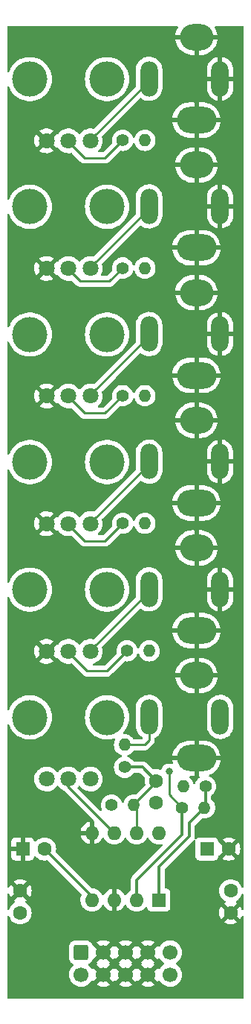
<source format=gbl>
%TF.GenerationSoftware,KiCad,Pcbnew,(6.0.1)*%
%TF.CreationDate,2022-10-17T21:35:44-04:00*%
%TF.ProjectId,ER-MIXER5-01,45522d4d-4958-4455-9235-2d30312e6b69,1*%
%TF.SameCoordinates,Original*%
%TF.FileFunction,Copper,L2,Bot*%
%TF.FilePolarity,Positive*%
%FSLAX46Y46*%
G04 Gerber Fmt 4.6, Leading zero omitted, Abs format (unit mm)*
G04 Created by KiCad (PCBNEW (6.0.1)) date 2022-10-17 21:35:44*
%MOMM*%
%LPD*%
G01*
G04 APERTURE LIST*
G04 Aperture macros list*
%AMRoundRect*
0 Rectangle with rounded corners*
0 $1 Rounding radius*
0 $2 $3 $4 $5 $6 $7 $8 $9 X,Y pos of 4 corners*
0 Add a 4 corners polygon primitive as box body*
4,1,4,$2,$3,$4,$5,$6,$7,$8,$9,$2,$3,0*
0 Add four circle primitives for the rounded corners*
1,1,$1+$1,$2,$3*
1,1,$1+$1,$4,$5*
1,1,$1+$1,$6,$7*
1,1,$1+$1,$8,$9*
0 Add four rect primitives between the rounded corners*
20,1,$1+$1,$2,$3,$4,$5,0*
20,1,$1+$1,$4,$5,$6,$7,0*
20,1,$1+$1,$6,$7,$8,$9,0*
20,1,$1+$1,$8,$9,$2,$3,0*%
G04 Aperture macros list end*
%TA.AperFunction,WasherPad*%
%ADD10C,4.000000*%
%TD*%
%TA.AperFunction,ComponentPad*%
%ADD11C,1.800000*%
%TD*%
%TA.AperFunction,ComponentPad*%
%ADD12C,1.400000*%
%TD*%
%TA.AperFunction,ComponentPad*%
%ADD13O,1.400000X1.400000*%
%TD*%
%TA.AperFunction,ComponentPad*%
%ADD14O,4.500000X3.000000*%
%TD*%
%TA.AperFunction,ComponentPad*%
%ADD15O,3.800000X3.000000*%
%TD*%
%TA.AperFunction,ComponentPad*%
%ADD16O,2.000000X4.000000*%
%TD*%
%TA.AperFunction,ComponentPad*%
%ADD17R,1.600000X1.600000*%
%TD*%
%TA.AperFunction,ComponentPad*%
%ADD18C,1.600000*%
%TD*%
%TA.AperFunction,ComponentPad*%
%ADD19RoundRect,0.250000X-0.600000X0.600000X-0.600000X-0.600000X0.600000X-0.600000X0.600000X0.600000X0*%
%TD*%
%TA.AperFunction,ComponentPad*%
%ADD20C,1.700000*%
%TD*%
%TA.AperFunction,ComponentPad*%
%ADD21O,1.600000X1.600000*%
%TD*%
%TA.AperFunction,ViaPad*%
%ADD22C,0.800000*%
%TD*%
%TA.AperFunction,Conductor*%
%ADD23C,0.250000*%
%TD*%
%TA.AperFunction,Conductor*%
%ADD24C,0.304800*%
%TD*%
G04 APERTURE END LIST*
D10*
%TO.P,RV5,*%
%TO.N,*%
X13000000Y-58550000D03*
X4200000Y-58550000D03*
D11*
%TO.P,RV5,1,1*%
%TO.N,/VI_4*%
X11100000Y-65550000D03*
%TO.P,RV5,2,2*%
%TO.N,/POTWIPER_4*%
X8600000Y-65550000D03*
%TO.P,RV5,3,3*%
%TO.N,GND*%
X6100000Y-65550000D03*
%TD*%
D12*
%TO.P,R4,1*%
%TO.N,/POTWIPER_4*%
X14780000Y-65500000D03*
D13*
%TO.P,R4,2*%
%TO.N,/VSUM*%
X17320000Y-65500000D03*
%TD*%
D10*
%TO.P,RV1,*%
%TO.N,*%
X13000000Y-87550000D03*
X4200000Y-87550000D03*
D11*
%TO.P,RV1,1,1*%
%TO.N,unconnected-(RV1-Pad1)*%
X11100000Y-94550000D03*
%TO.P,RV1,2,2*%
%TO.N,/VOL2*%
X8600000Y-94550000D03*
%TO.P,RV1,3,3*%
%TO.N,/VOL1*%
X6100000Y-94550000D03*
%TD*%
D10*
%TO.P,RV3,*%
%TO.N,*%
X4200000Y-29550000D03*
X13000000Y-29550000D03*
D11*
%TO.P,RV3,1,1*%
%TO.N,/VI_2*%
X11100000Y-36550000D03*
%TO.P,RV3,2,2*%
%TO.N,/POTWIPER_2*%
X8600000Y-36550000D03*
%TO.P,RV3,3,3*%
%TO.N,GND*%
X6100000Y-36550000D03*
%TD*%
D10*
%TO.P,RV6,*%
%TO.N,*%
X4200000Y-73050000D03*
X13000000Y-73050000D03*
D11*
%TO.P,RV6,1,1*%
%TO.N,/VI_5*%
X11100000Y-80050000D03*
%TO.P,RV6,2,2*%
%TO.N,/POTWIPER_5*%
X8600000Y-80050000D03*
%TO.P,RV6,3,3*%
%TO.N,GND*%
X6100000Y-80050000D03*
%TD*%
D14*
%TO.P,J5,S*%
%TO.N,GND*%
X23200000Y-63200000D03*
D15*
X23200000Y-53800000D03*
D16*
%TO.P,J5,T*%
%TO.N,/VI_4*%
X17800000Y-58500000D03*
%TO.P,J5,TN*%
%TO.N,GND*%
X25900000Y-58500000D03*
%TD*%
D14*
%TO.P,J6,S*%
%TO.N,GND*%
X23200000Y-77700000D03*
D15*
X23200000Y-68300000D03*
D16*
%TO.P,J6,T*%
%TO.N,/VI_5*%
X17800000Y-73000000D03*
%TO.P,J6,TN*%
%TO.N,GND*%
X25900000Y-73000000D03*
%TD*%
D12*
%TO.P,R10,1*%
%TO.N,/VO*%
X15000000Y-93220000D03*
D13*
%TO.P,R10,2*%
%TO.N,/OUT*%
X15000000Y-90680000D03*
%TD*%
D17*
%TO.P,C3,1*%
%TO.N,+12V*%
X24384000Y-102500000D03*
D18*
%TO.P,C3,2*%
%TO.N,GND*%
X26884000Y-102500000D03*
%TD*%
D12*
%TO.P,R7,1*%
%TO.N,/VSUM*%
X21580000Y-97800000D03*
D13*
%TO.P,R7,2*%
%TO.N,Net-(R7-Pad2)*%
X24120000Y-97800000D03*
%TD*%
D18*
%TO.P,C1,1*%
%TO.N,+12V*%
X27100000Y-107250000D03*
%TO.P,C1,2*%
%TO.N,GND*%
X27100000Y-109750000D03*
%TD*%
D12*
%TO.P,R5,1*%
%TO.N,/POTWIPER_5*%
X15280000Y-80000000D03*
D13*
%TO.P,R5,2*%
%TO.N,/VSUM*%
X17820000Y-80000000D03*
%TD*%
D14*
%TO.P,J2,S*%
%TO.N,GND*%
X23200000Y-19700000D03*
D15*
X23200000Y-10300000D03*
D16*
%TO.P,J2,T*%
%TO.N,/VI_1*%
X17800000Y-15000000D03*
%TO.P,J2,TN*%
%TO.N,GND*%
X25900000Y-15000000D03*
%TD*%
D15*
%TO.P,J1,S*%
%TO.N,GND*%
X23200000Y-82800000D03*
D14*
X23200000Y-92200000D03*
D16*
%TO.P,J1,T*%
%TO.N,/OUT*%
X17800000Y-87500000D03*
%TO.P,J1,TN*%
%TO.N,unconnected-(J1-PadTN)*%
X25900000Y-87500000D03*
%TD*%
D18*
%TO.P,C2,1*%
%TO.N,GND*%
X3100000Y-107250000D03*
%TO.P,C2,2*%
%TO.N,-12V*%
X3100000Y-109750000D03*
%TD*%
D12*
%TO.P,R8,1*%
%TO.N,Net-(R7-Pad2)*%
X24220000Y-95400000D03*
D13*
%TO.P,R8,2*%
%TO.N,/VOL2*%
X21680000Y-95400000D03*
%TD*%
D12*
%TO.P,R3,1*%
%TO.N,/POTWIPER_3*%
X14780000Y-51000000D03*
D13*
%TO.P,R3,2*%
%TO.N,/VSUM*%
X17320000Y-51000000D03*
%TD*%
D12*
%TO.P,R9,1*%
%TO.N,/VOL1*%
X13512000Y-97536000D03*
D13*
%TO.P,R9,2*%
%TO.N,/VO*%
X16052000Y-97536000D03*
%TD*%
D14*
%TO.P,J4,S*%
%TO.N,GND*%
X23200000Y-48700000D03*
D15*
X23200000Y-39300000D03*
D16*
%TO.P,J4,T*%
%TO.N,/VI_3*%
X17800000Y-44000000D03*
%TO.P,J4,TN*%
%TO.N,GND*%
X25900000Y-44000000D03*
%TD*%
D10*
%TO.P,RV2,*%
%TO.N,*%
X13000000Y-15050000D03*
X4200000Y-15050000D03*
D11*
%TO.P,RV2,1,1*%
%TO.N,/VI_1*%
X11100000Y-22050000D03*
%TO.P,RV2,2,2*%
%TO.N,/POTWIPER_1*%
X8600000Y-22050000D03*
%TO.P,RV2,3,3*%
%TO.N,GND*%
X6100000Y-22050000D03*
%TD*%
D12*
%TO.P,R1,1*%
%TO.N,/POTWIPER_1*%
X14780000Y-22000000D03*
D13*
%TO.P,R1,2*%
%TO.N,/VSUM*%
X17320000Y-22000000D03*
%TD*%
D10*
%TO.P,RV4,*%
%TO.N,*%
X13000000Y-44050000D03*
X4200000Y-44050000D03*
D11*
%TO.P,RV4,1,1*%
%TO.N,/VI_3*%
X11100000Y-51050000D03*
%TO.P,RV4,2,2*%
%TO.N,/POTWIPER_3*%
X8600000Y-51050000D03*
%TO.P,RV4,3,3*%
%TO.N,GND*%
X6100000Y-51050000D03*
%TD*%
D12*
%TO.P,R2,1*%
%TO.N,/POTWIPER_2*%
X14780000Y-36500000D03*
D13*
%TO.P,R2,2*%
%TO.N,/VSUM*%
X17320000Y-36500000D03*
%TD*%
D18*
%TO.P,C5,1*%
%TO.N,/VO*%
X18600001Y-94750001D03*
%TO.P,C5,2*%
%TO.N,/VOL2*%
X18600001Y-97250001D03*
%TD*%
D17*
%TO.P,C4,1*%
%TO.N,GND*%
X3394888Y-102500000D03*
D18*
%TO.P,C4,2*%
%TO.N,-12V*%
X5894888Y-102500000D03*
%TD*%
D15*
%TO.P,J3,S*%
%TO.N,GND*%
X23200000Y-24800000D03*
D14*
X23200000Y-34200000D03*
D16*
%TO.P,J3,T*%
%TO.N,/VI_2*%
X17800000Y-29500000D03*
%TO.P,J3,TN*%
%TO.N,GND*%
X25900000Y-29500000D03*
%TD*%
D19*
%TO.P,J8,1,Pin_1*%
%TO.N,-12V*%
X10020000Y-114247500D03*
D20*
%TO.P,J8,2,Pin_2*%
X10020000Y-116787500D03*
%TO.P,J8,3,Pin_3*%
%TO.N,GND*%
X12560000Y-114247500D03*
%TO.P,J8,4,Pin_4*%
X12560000Y-116787500D03*
%TO.P,J8,5,Pin_5*%
X15100000Y-114247500D03*
%TO.P,J8,6,Pin_6*%
X15100000Y-116787500D03*
%TO.P,J8,7,Pin_7*%
X17640000Y-114247500D03*
%TO.P,J8,8,Pin_8*%
X17640000Y-116787500D03*
%TO.P,J8,9,Pin_9*%
%TO.N,+12V*%
X20180000Y-114247500D03*
%TO.P,J8,10,Pin_10*%
X20180000Y-116787500D03*
%TD*%
D17*
%TO.P,U1,1*%
%TO.N,Net-(R7-Pad2)*%
X18900000Y-108300012D03*
D21*
%TO.P,U1,2,-*%
%TO.N,/VSUM*%
X16360000Y-108300012D03*
%TO.P,U1,3,+*%
%TO.N,GND*%
X13820000Y-108300012D03*
%TO.P,U1,4,V-*%
%TO.N,-12V*%
X11280000Y-108300012D03*
%TO.P,U1,5,+*%
%TO.N,GND*%
X11280000Y-100680012D03*
%TO.P,U1,6,-*%
%TO.N,/VOL2*%
X13820000Y-100680012D03*
%TO.P,U1,7*%
%TO.N,/VO*%
X16360000Y-100680012D03*
%TO.P,U1,8,V+*%
%TO.N,+12V*%
X18900000Y-100680012D03*
%TD*%
D22*
%TO.N,/VSUM*%
X20066000Y-93726000D03*
%TD*%
D23*
%TO.N,/POTWIPER_4*%
X8500000Y-65550000D02*
X10450000Y-67500000D01*
X10450000Y-67500000D02*
X12780000Y-67500000D01*
X12780000Y-67500000D02*
X14780000Y-65500000D01*
%TO.N,/POTWIPER_3*%
X12780000Y-53000000D02*
X14780000Y-51000000D01*
X8500000Y-51050000D02*
X10450000Y-53000000D01*
X10450000Y-53000000D02*
X12780000Y-53000000D01*
%TO.N,/POTWIPER_2*%
X13280000Y-38000000D02*
X14780000Y-36500000D01*
X9950000Y-38000000D02*
X13280000Y-38000000D01*
X8500000Y-36550000D02*
X9950000Y-38000000D01*
%TO.N,/POTWIPER_5*%
X12984000Y-82296000D02*
X15280000Y-80000000D01*
X8500000Y-80050000D02*
X10746000Y-82296000D01*
X10746000Y-82296000D02*
X12984000Y-82296000D01*
D24*
%TO.N,-12V*%
X11280000Y-107885112D02*
X11280000Y-108300012D01*
X5894888Y-102500000D02*
X11280000Y-107885112D01*
D23*
%TO.N,/OUT*%
X17800000Y-87500000D02*
X17800000Y-90150000D01*
X17800000Y-90150000D02*
X17270000Y-90680000D01*
X17270000Y-90680000D02*
X15000000Y-90680000D01*
D24*
%TO.N,Net-(R7-Pad2)*%
X24220000Y-95400000D02*
X24220000Y-97700000D01*
X18900000Y-108300000D02*
X18900000Y-104544000D01*
X22352000Y-99568000D02*
X24120000Y-97800000D01*
X22352000Y-101092000D02*
X22352000Y-99568000D01*
X18900000Y-104544000D02*
X22352000Y-101092000D01*
D23*
%TO.N,/VOL2*%
X13820000Y-100680000D02*
X8500000Y-95360000D01*
X8500000Y-95360000D02*
X8500000Y-94550000D01*
D24*
%TO.N,/VSUM*%
X16360000Y-108300000D02*
X16360000Y-106068000D01*
X21580000Y-100848000D02*
X21580000Y-97800000D01*
D23*
X20066000Y-93726000D02*
X20066000Y-96286000D01*
X20066000Y-96286000D02*
X21580000Y-97800000D01*
D24*
X16360000Y-106068000D02*
X21580000Y-100848000D01*
%TO.N,/VO*%
X15000000Y-93220000D02*
X17070000Y-93220000D01*
D23*
X16360000Y-100680000D02*
X16360000Y-98040000D01*
D24*
X16052000Y-97536000D02*
X18600000Y-94988000D01*
D23*
X16360000Y-98040000D02*
X15820000Y-97500000D01*
D24*
X17070000Y-93220000D02*
X18600000Y-94750000D01*
D23*
%TO.N,/VI_1*%
X11000000Y-22050000D02*
X17700000Y-15350000D01*
%TO.N,/VI_2*%
X11000000Y-36550000D02*
X17700000Y-29850000D01*
%TO.N,/VI_3*%
X11000000Y-51050000D02*
X17700000Y-44350000D01*
%TO.N,/VI_4*%
X11000000Y-65550000D02*
X17700000Y-58850000D01*
%TO.N,/VI_5*%
X11000000Y-80050000D02*
X17700000Y-73350000D01*
%TO.N,/POTWIPER_1*%
X10450000Y-24000000D02*
X12780000Y-24000000D01*
X12780000Y-24000000D02*
X14780000Y-22000000D01*
X8500000Y-22050000D02*
X10450000Y-24000000D01*
%TD*%
%TA.AperFunction,Conductor*%
%TO.N,GND*%
G36*
X21077181Y-9028002D02*
G01*
X21123674Y-9081658D01*
X21133778Y-9151932D01*
X21118179Y-9197000D01*
X20993016Y-9413789D01*
X20989167Y-9421681D01*
X20887265Y-9673896D01*
X20884549Y-9682254D01*
X20818743Y-9946192D01*
X20817218Y-9954837D01*
X20809530Y-10027985D01*
X20812209Y-10042635D01*
X20824530Y-10046000D01*
X25576074Y-10046000D01*
X25588943Y-10042221D01*
X25590866Y-10027155D01*
X25553873Y-9817358D01*
X25551754Y-9808857D01*
X25467692Y-9550142D01*
X25464401Y-9541995D01*
X25345152Y-9297501D01*
X25340766Y-9289904D01*
X25283133Y-9204458D01*
X25261623Y-9136798D01*
X25280107Y-9068250D01*
X25332717Y-9020577D01*
X25387592Y-9008000D01*
X28466000Y-9008000D01*
X28534121Y-9028002D01*
X28580614Y-9081658D01*
X28592000Y-9134000D01*
X28592000Y-106805500D01*
X28571998Y-106873621D01*
X28518342Y-106920114D01*
X28448068Y-106930218D01*
X28383488Y-106900724D01*
X28344293Y-106838111D01*
X28335707Y-106806067D01*
X28335706Y-106806065D01*
X28334284Y-106800757D01*
X28239966Y-106598489D01*
X28239849Y-106598238D01*
X28239846Y-106598233D01*
X28237523Y-106593251D01*
X28106198Y-106405700D01*
X27944300Y-106243802D01*
X27939792Y-106240645D01*
X27939789Y-106240643D01*
X27813920Y-106152509D01*
X27756749Y-106112477D01*
X27751767Y-106110154D01*
X27751762Y-106110151D01*
X27554225Y-106018039D01*
X27554224Y-106018039D01*
X27549243Y-106015716D01*
X27543935Y-106014294D01*
X27543933Y-106014293D01*
X27333402Y-105957881D01*
X27333400Y-105957881D01*
X27328087Y-105956457D01*
X27100000Y-105936502D01*
X26871913Y-105956457D01*
X26866600Y-105957881D01*
X26866598Y-105957881D01*
X26656067Y-106014293D01*
X26656065Y-106014294D01*
X26650757Y-106015716D01*
X26645776Y-106018039D01*
X26645775Y-106018039D01*
X26448238Y-106110151D01*
X26448233Y-106110154D01*
X26443251Y-106112477D01*
X26386080Y-106152509D01*
X26260211Y-106240643D01*
X26260208Y-106240645D01*
X26255700Y-106243802D01*
X26093802Y-106405700D01*
X25962477Y-106593251D01*
X25960154Y-106598233D01*
X25960151Y-106598238D01*
X25960034Y-106598489D01*
X25865716Y-106800757D01*
X25864294Y-106806065D01*
X25864293Y-106806067D01*
X25812793Y-106998267D01*
X25806457Y-107021913D01*
X25786502Y-107250000D01*
X25806457Y-107478087D01*
X25807881Y-107483400D01*
X25807881Y-107483402D01*
X25852120Y-107648501D01*
X25865716Y-107699243D01*
X25868039Y-107704224D01*
X25868039Y-107704225D01*
X25960151Y-107901762D01*
X25960154Y-107901767D01*
X25962477Y-107906749D01*
X26093802Y-108094300D01*
X26255700Y-108256198D01*
X26260208Y-108259355D01*
X26260211Y-108259357D01*
X26326092Y-108305487D01*
X26443251Y-108387523D01*
X26448235Y-108389847D01*
X26450528Y-108391171D01*
X26499521Y-108442553D01*
X26512957Y-108512267D01*
X26486571Y-108578178D01*
X26450528Y-108609409D01*
X26438998Y-108616066D01*
X26386952Y-108652509D01*
X26378576Y-108662988D01*
X26385644Y-108676434D01*
X27087188Y-109377978D01*
X27101132Y-109385592D01*
X27102965Y-109385461D01*
X27109580Y-109381210D01*
X27815077Y-108675713D01*
X27821507Y-108663938D01*
X27812211Y-108651923D01*
X27761002Y-108616066D01*
X27749472Y-108609409D01*
X27700479Y-108558027D01*
X27687042Y-108488313D01*
X27713429Y-108422402D01*
X27749472Y-108391171D01*
X27751765Y-108389847D01*
X27756749Y-108387523D01*
X27873908Y-108305487D01*
X27939789Y-108259357D01*
X27939792Y-108259355D01*
X27944300Y-108256198D01*
X28106198Y-108094300D01*
X28237523Y-107906749D01*
X28239846Y-107901767D01*
X28239849Y-107901762D01*
X28331961Y-107704225D01*
X28331961Y-107704224D01*
X28334284Y-107699243D01*
X28344293Y-107661889D01*
X28381245Y-107601266D01*
X28445105Y-107570245D01*
X28515600Y-107578673D01*
X28570347Y-107623876D01*
X28592000Y-107694500D01*
X28592000Y-109307430D01*
X28571998Y-109375551D01*
X28518342Y-109422044D01*
X28448068Y-109432148D01*
X28383488Y-109402654D01*
X28344293Y-109340041D01*
X28335236Y-109306239D01*
X28331490Y-109295947D01*
X28239414Y-109098489D01*
X28233931Y-109088994D01*
X28197491Y-109036952D01*
X28187012Y-109028576D01*
X28173566Y-109035644D01*
X27472022Y-109737188D01*
X27464408Y-109751132D01*
X27464539Y-109752965D01*
X27468790Y-109759580D01*
X28174287Y-110465077D01*
X28186062Y-110471507D01*
X28198077Y-110462211D01*
X28233931Y-110411006D01*
X28239414Y-110401511D01*
X28331490Y-110204053D01*
X28335236Y-110193761D01*
X28344293Y-110159959D01*
X28381245Y-110099336D01*
X28445105Y-110068315D01*
X28515600Y-110076743D01*
X28570347Y-110121946D01*
X28592000Y-110192570D01*
X28592000Y-119366000D01*
X28571998Y-119434121D01*
X28518342Y-119480614D01*
X28466000Y-119492000D01*
X1734000Y-119492000D01*
X1665879Y-119471998D01*
X1619386Y-119418342D01*
X1608000Y-119366000D01*
X1608000Y-116754195D01*
X8657251Y-116754195D01*
X8657548Y-116759348D01*
X8657548Y-116759351D01*
X8663011Y-116854090D01*
X8670110Y-116977215D01*
X8671247Y-116982261D01*
X8671248Y-116982267D01*
X8691119Y-117070439D01*
X8719222Y-117195139D01*
X8803266Y-117402116D01*
X8840072Y-117462178D01*
X8917288Y-117588183D01*
X8919987Y-117592588D01*
X9066250Y-117761438D01*
X9238126Y-117904132D01*
X9431000Y-118016838D01*
X9639692Y-118096530D01*
X9644760Y-118097561D01*
X9644763Y-118097562D01*
X9749604Y-118118892D01*
X9858597Y-118141067D01*
X9863772Y-118141257D01*
X9863774Y-118141257D01*
X10076673Y-118149064D01*
X10076677Y-118149064D01*
X10081837Y-118149253D01*
X10086957Y-118148597D01*
X10086959Y-118148597D01*
X10298288Y-118121525D01*
X10298289Y-118121525D01*
X10303416Y-118120868D01*
X10308366Y-118119383D01*
X10512429Y-118058161D01*
X10512434Y-118058159D01*
X10517384Y-118056674D01*
X10717994Y-117958396D01*
X10782544Y-117912353D01*
X11799977Y-117912353D01*
X11805258Y-117919407D01*
X11966756Y-118013779D01*
X11976042Y-118018229D01*
X12175001Y-118094203D01*
X12184899Y-118097079D01*
X12393595Y-118139538D01*
X12403823Y-118140757D01*
X12616650Y-118148562D01*
X12626936Y-118148095D01*
X12838185Y-118121034D01*
X12848262Y-118118892D01*
X13052255Y-118057691D01*
X13061842Y-118053933D01*
X13253098Y-117960238D01*
X13261944Y-117954965D01*
X13309247Y-117921223D01*
X13316211Y-117912353D01*
X14339977Y-117912353D01*
X14345258Y-117919407D01*
X14506756Y-118013779D01*
X14516042Y-118018229D01*
X14715001Y-118094203D01*
X14724899Y-118097079D01*
X14933595Y-118139538D01*
X14943823Y-118140757D01*
X15156650Y-118148562D01*
X15166936Y-118148095D01*
X15378185Y-118121034D01*
X15388262Y-118118892D01*
X15592255Y-118057691D01*
X15601842Y-118053933D01*
X15793098Y-117960238D01*
X15801944Y-117954965D01*
X15849247Y-117921223D01*
X15856211Y-117912353D01*
X16879977Y-117912353D01*
X16885258Y-117919407D01*
X17046756Y-118013779D01*
X17056042Y-118018229D01*
X17255001Y-118094203D01*
X17264899Y-118097079D01*
X17473595Y-118139538D01*
X17483823Y-118140757D01*
X17696650Y-118148562D01*
X17706936Y-118148095D01*
X17918185Y-118121034D01*
X17928262Y-118118892D01*
X18132255Y-118057691D01*
X18141842Y-118053933D01*
X18333098Y-117960238D01*
X18341944Y-117954965D01*
X18389247Y-117921223D01*
X18397648Y-117910523D01*
X18390660Y-117897370D01*
X17652812Y-117159522D01*
X17638868Y-117151908D01*
X17637035Y-117152039D01*
X17630420Y-117156290D01*
X16886737Y-117899973D01*
X16879977Y-117912353D01*
X15856211Y-117912353D01*
X15857648Y-117910523D01*
X15850660Y-117897370D01*
X15112812Y-117159522D01*
X15098868Y-117151908D01*
X15097035Y-117152039D01*
X15090420Y-117156290D01*
X14346737Y-117899973D01*
X14339977Y-117912353D01*
X13316211Y-117912353D01*
X13317648Y-117910523D01*
X13310660Y-117897370D01*
X12572812Y-117159522D01*
X12558868Y-117151908D01*
X12557035Y-117152039D01*
X12550420Y-117156290D01*
X11806737Y-117899973D01*
X11799977Y-117912353D01*
X10782544Y-117912353D01*
X10899860Y-117828673D01*
X11058096Y-117670989D01*
X11117594Y-117588189D01*
X11188453Y-117489577D01*
X11189640Y-117490430D01*
X11236960Y-117446862D01*
X11306897Y-117434645D01*
X11372338Y-117462178D01*
X11400166Y-117494012D01*
X11426459Y-117536919D01*
X11436916Y-117546380D01*
X11445694Y-117542596D01*
X12187978Y-116800312D01*
X12194356Y-116788632D01*
X12924408Y-116788632D01*
X12924539Y-116790465D01*
X12928790Y-116797080D01*
X13670474Y-117538764D01*
X13682484Y-117545323D01*
X13694223Y-117536355D01*
X13728022Y-117489319D01*
X13729149Y-117490129D01*
X13776659Y-117446381D01*
X13846596Y-117434161D01*
X13912038Y-117461691D01*
X13939870Y-117493529D01*
X13966459Y-117536919D01*
X13976916Y-117546380D01*
X13985694Y-117542596D01*
X14727978Y-116800312D01*
X14734356Y-116788632D01*
X15464408Y-116788632D01*
X15464539Y-116790465D01*
X15468790Y-116797080D01*
X16210474Y-117538764D01*
X16222484Y-117545323D01*
X16234223Y-117536355D01*
X16268022Y-117489319D01*
X16269149Y-117490129D01*
X16316659Y-117446381D01*
X16386596Y-117434161D01*
X16452038Y-117461691D01*
X16479870Y-117493529D01*
X16506459Y-117536919D01*
X16516916Y-117546380D01*
X16525694Y-117542596D01*
X17267978Y-116800312D01*
X17274356Y-116788632D01*
X18004408Y-116788632D01*
X18004539Y-116790465D01*
X18008790Y-116797080D01*
X18750474Y-117538764D01*
X18762484Y-117545323D01*
X18774223Y-117536355D01*
X18808022Y-117489319D01*
X18809277Y-117490221D01*
X18856391Y-117446855D01*
X18926330Y-117434648D01*
X18991767Y-117462191D01*
X19019580Y-117494013D01*
X19077287Y-117588183D01*
X19077291Y-117588188D01*
X19079987Y-117592588D01*
X19226250Y-117761438D01*
X19398126Y-117904132D01*
X19591000Y-118016838D01*
X19799692Y-118096530D01*
X19804760Y-118097561D01*
X19804763Y-118097562D01*
X19909604Y-118118892D01*
X20018597Y-118141067D01*
X20023772Y-118141257D01*
X20023774Y-118141257D01*
X20236673Y-118149064D01*
X20236677Y-118149064D01*
X20241837Y-118149253D01*
X20246957Y-118148597D01*
X20246959Y-118148597D01*
X20458288Y-118121525D01*
X20458289Y-118121525D01*
X20463416Y-118120868D01*
X20468366Y-118119383D01*
X20672429Y-118058161D01*
X20672434Y-118058159D01*
X20677384Y-118056674D01*
X20877994Y-117958396D01*
X21059860Y-117828673D01*
X21218096Y-117670989D01*
X21277594Y-117588189D01*
X21345435Y-117493777D01*
X21348453Y-117489577D01*
X21361995Y-117462178D01*
X21445136Y-117293953D01*
X21445137Y-117293951D01*
X21447430Y-117289311D01*
X21512370Y-117075569D01*
X21541529Y-116854090D01*
X21543156Y-116787500D01*
X21524852Y-116564861D01*
X21470431Y-116348202D01*
X21381354Y-116143340D01*
X21260014Y-115955777D01*
X21109670Y-115790551D01*
X21105616Y-115787349D01*
X21105615Y-115787348D01*
X20938414Y-115655300D01*
X20938410Y-115655298D01*
X20934359Y-115652098D01*
X20893053Y-115629296D01*
X20843084Y-115578864D01*
X20828312Y-115509421D01*
X20853428Y-115443016D01*
X20880780Y-115416409D01*
X20945110Y-115370523D01*
X21059860Y-115288673D01*
X21218096Y-115130989D01*
X21348453Y-114949577D01*
X21369568Y-114906855D01*
X21445136Y-114753953D01*
X21445137Y-114753951D01*
X21447430Y-114749311D01*
X21512370Y-114535569D01*
X21541529Y-114314090D01*
X21543156Y-114247500D01*
X21524852Y-114024861D01*
X21470431Y-113808202D01*
X21381354Y-113603340D01*
X21296196Y-113471706D01*
X21262822Y-113420117D01*
X21262820Y-113420114D01*
X21260014Y-113415777D01*
X21109670Y-113250551D01*
X21105619Y-113247352D01*
X21105615Y-113247348D01*
X20938414Y-113115300D01*
X20938410Y-113115298D01*
X20934359Y-113112098D01*
X20738789Y-113004138D01*
X20733920Y-113002414D01*
X20733916Y-113002412D01*
X20533087Y-112931295D01*
X20533083Y-112931294D01*
X20528212Y-112929569D01*
X20523119Y-112928662D01*
X20523116Y-112928661D01*
X20313373Y-112891300D01*
X20313367Y-112891299D01*
X20308284Y-112890394D01*
X20234452Y-112889492D01*
X20090081Y-112887728D01*
X20090079Y-112887728D01*
X20084911Y-112887665D01*
X19864091Y-112921455D01*
X19651756Y-112990857D01*
X19573455Y-113031618D01*
X19531678Y-113053366D01*
X19453607Y-113094007D01*
X19449474Y-113097110D01*
X19449471Y-113097112D01*
X19279100Y-113225030D01*
X19274965Y-113228135D01*
X19271393Y-113231873D01*
X19188580Y-113318532D01*
X19120629Y-113389638D01*
X19047693Y-113496559D01*
X19012898Y-113547566D01*
X18957987Y-113592569D01*
X18887462Y-113600740D01*
X18823715Y-113569486D01*
X18803017Y-113545001D01*
X18773062Y-113498697D01*
X18762377Y-113489495D01*
X18752812Y-113493898D01*
X18012022Y-114234688D01*
X18004408Y-114248632D01*
X18004539Y-114250465D01*
X18008790Y-114257080D01*
X18750474Y-114998764D01*
X18762484Y-115005323D01*
X18774223Y-114996355D01*
X18808022Y-114949319D01*
X18809277Y-114950221D01*
X18856391Y-114906855D01*
X18926330Y-114894648D01*
X18991767Y-114922191D01*
X19019580Y-114954013D01*
X19077287Y-115048183D01*
X19077291Y-115048188D01*
X19079987Y-115052588D01*
X19226250Y-115221438D01*
X19398126Y-115364132D01*
X19409063Y-115370523D01*
X19471445Y-115406976D01*
X19520169Y-115458614D01*
X19533240Y-115528397D01*
X19506509Y-115594169D01*
X19466055Y-115627527D01*
X19453607Y-115634007D01*
X19449474Y-115637110D01*
X19449471Y-115637112D01*
X19279100Y-115765030D01*
X19274965Y-115768135D01*
X19120629Y-115929638D01*
X19047693Y-116036559D01*
X19012898Y-116087566D01*
X18957987Y-116132569D01*
X18887462Y-116140740D01*
X18823715Y-116109486D01*
X18803017Y-116085001D01*
X18773062Y-116038697D01*
X18762377Y-116029495D01*
X18752812Y-116033898D01*
X18012022Y-116774688D01*
X18004408Y-116788632D01*
X17274356Y-116788632D01*
X17275592Y-116786368D01*
X17275461Y-116784535D01*
X17271210Y-116777920D01*
X16529849Y-116036559D01*
X16518313Y-116030259D01*
X16506028Y-116039884D01*
X16473192Y-116088020D01*
X16418281Y-116133023D01*
X16347756Y-116141194D01*
X16284009Y-116109940D01*
X16263311Y-116085455D01*
X16233062Y-116038697D01*
X16222377Y-116029495D01*
X16212812Y-116033898D01*
X15472022Y-116774688D01*
X15464408Y-116788632D01*
X14734356Y-116788632D01*
X14735592Y-116786368D01*
X14735461Y-116784535D01*
X14731210Y-116777920D01*
X13989849Y-116036559D01*
X13978313Y-116030259D01*
X13966028Y-116039884D01*
X13933192Y-116088020D01*
X13878281Y-116133023D01*
X13807756Y-116141194D01*
X13744009Y-116109940D01*
X13723311Y-116085455D01*
X13693062Y-116038697D01*
X13682377Y-116029495D01*
X13672812Y-116033898D01*
X12932022Y-116774688D01*
X12924408Y-116788632D01*
X12194356Y-116788632D01*
X12195592Y-116786368D01*
X12195461Y-116784535D01*
X12191210Y-116777920D01*
X11449849Y-116036559D01*
X11438313Y-116030259D01*
X11426031Y-116039882D01*
X11393499Y-116087572D01*
X11338587Y-116132575D01*
X11268063Y-116140746D01*
X11204316Y-116109492D01*
X11183618Y-116085008D01*
X11102822Y-115960117D01*
X11102820Y-115960114D01*
X11100014Y-115955777D01*
X10949670Y-115790551D01*
X10907006Y-115756857D01*
X10865944Y-115698941D01*
X10862712Y-115628018D01*
X10898337Y-115566607D01*
X10931647Y-115543876D01*
X10937007Y-115541365D01*
X10943946Y-115539050D01*
X11094348Y-115445978D01*
X11167845Y-115372353D01*
X11799977Y-115372353D01*
X11805258Y-115379407D01*
X11852479Y-115407001D01*
X11901203Y-115458639D01*
X11914274Y-115528422D01*
X11887543Y-115594194D01*
X11847087Y-115627553D01*
X11838466Y-115632041D01*
X11829734Y-115637539D01*
X11809677Y-115652599D01*
X11801223Y-115663927D01*
X11807968Y-115676258D01*
X12547188Y-116415478D01*
X12561132Y-116423092D01*
X12562965Y-116422961D01*
X12569580Y-116418710D01*
X13313389Y-115674901D01*
X13320410Y-115662044D01*
X13313611Y-115652713D01*
X13309559Y-115650021D01*
X13272116Y-115629352D01*
X13222145Y-115578920D01*
X13207373Y-115509477D01*
X13232489Y-115443072D01*
X13259840Y-115416465D01*
X13309247Y-115381223D01*
X13316211Y-115372353D01*
X14339977Y-115372353D01*
X14345258Y-115379407D01*
X14392479Y-115407001D01*
X14441203Y-115458639D01*
X14454274Y-115528422D01*
X14427543Y-115594194D01*
X14387087Y-115627553D01*
X14378466Y-115632041D01*
X14369734Y-115637539D01*
X14349677Y-115652599D01*
X14341223Y-115663927D01*
X14347968Y-115676258D01*
X15087188Y-116415478D01*
X15101132Y-116423092D01*
X15102965Y-116422961D01*
X15109580Y-116418710D01*
X15853389Y-115674901D01*
X15860410Y-115662044D01*
X15853611Y-115652713D01*
X15849559Y-115650021D01*
X15812116Y-115629352D01*
X15762145Y-115578920D01*
X15747373Y-115509477D01*
X15772489Y-115443072D01*
X15799840Y-115416465D01*
X15849247Y-115381223D01*
X15856211Y-115372353D01*
X16879977Y-115372353D01*
X16885258Y-115379407D01*
X16932479Y-115407001D01*
X16981203Y-115458639D01*
X16994274Y-115528422D01*
X16967543Y-115594194D01*
X16927087Y-115627553D01*
X16918466Y-115632041D01*
X16909734Y-115637539D01*
X16889677Y-115652599D01*
X16881223Y-115663927D01*
X16887968Y-115676258D01*
X17627188Y-116415478D01*
X17641132Y-116423092D01*
X17642965Y-116422961D01*
X17649580Y-116418710D01*
X18393389Y-115674901D01*
X18400410Y-115662044D01*
X18393611Y-115652713D01*
X18389559Y-115650021D01*
X18352116Y-115629352D01*
X18302145Y-115578920D01*
X18287373Y-115509477D01*
X18312489Y-115443072D01*
X18339840Y-115416465D01*
X18389247Y-115381223D01*
X18397648Y-115370523D01*
X18390660Y-115357370D01*
X17652812Y-114619522D01*
X17638868Y-114611908D01*
X17637035Y-114612039D01*
X17630420Y-114616290D01*
X16886737Y-115359973D01*
X16879977Y-115372353D01*
X15856211Y-115372353D01*
X15857648Y-115370523D01*
X15850660Y-115357370D01*
X15112812Y-114619522D01*
X15098868Y-114611908D01*
X15097035Y-114612039D01*
X15090420Y-114616290D01*
X14346737Y-115359973D01*
X14339977Y-115372353D01*
X13316211Y-115372353D01*
X13317648Y-115370523D01*
X13310660Y-115357370D01*
X12572812Y-114619522D01*
X12558868Y-114611908D01*
X12557035Y-114612039D01*
X12550420Y-114616290D01*
X11806737Y-115359973D01*
X11799977Y-115372353D01*
X11167845Y-115372353D01*
X11219305Y-115320803D01*
X11241357Y-115285029D01*
X11308275Y-115176468D01*
X11308276Y-115176466D01*
X11312115Y-115170238D01*
X11336913Y-115095475D01*
X11377342Y-115037116D01*
X11406630Y-115019434D01*
X11445694Y-115002596D01*
X12187978Y-114260312D01*
X12194356Y-114248632D01*
X12924408Y-114248632D01*
X12924539Y-114250465D01*
X12928790Y-114257080D01*
X13670474Y-114998764D01*
X13682484Y-115005323D01*
X13694223Y-114996355D01*
X13728022Y-114949319D01*
X13729149Y-114950129D01*
X13776659Y-114906381D01*
X13846596Y-114894161D01*
X13912038Y-114921691D01*
X13939870Y-114953529D01*
X13966459Y-114996919D01*
X13976916Y-115006380D01*
X13985694Y-115002596D01*
X14727978Y-114260312D01*
X14734356Y-114248632D01*
X15464408Y-114248632D01*
X15464539Y-114250465D01*
X15468790Y-114257080D01*
X16210474Y-114998764D01*
X16222484Y-115005323D01*
X16234223Y-114996355D01*
X16268022Y-114949319D01*
X16269149Y-114950129D01*
X16316659Y-114906381D01*
X16386596Y-114894161D01*
X16452038Y-114921691D01*
X16479870Y-114953529D01*
X16506459Y-114996919D01*
X16516916Y-115006380D01*
X16525694Y-115002596D01*
X17267978Y-114260312D01*
X17275592Y-114246368D01*
X17275461Y-114244535D01*
X17271210Y-114237920D01*
X16529849Y-113496559D01*
X16518313Y-113490259D01*
X16506028Y-113499884D01*
X16473192Y-113548020D01*
X16418281Y-113593023D01*
X16347756Y-113601194D01*
X16284009Y-113569940D01*
X16263311Y-113545455D01*
X16233062Y-113498697D01*
X16222377Y-113489495D01*
X16212812Y-113493898D01*
X15472022Y-114234688D01*
X15464408Y-114248632D01*
X14734356Y-114248632D01*
X14735592Y-114246368D01*
X14735461Y-114244535D01*
X14731210Y-114237920D01*
X13989849Y-113496559D01*
X13978313Y-113490259D01*
X13966028Y-113499884D01*
X13933192Y-113548020D01*
X13878281Y-113593023D01*
X13807756Y-113601194D01*
X13744009Y-113569940D01*
X13723311Y-113545455D01*
X13693062Y-113498697D01*
X13682377Y-113489495D01*
X13672812Y-113493898D01*
X12932022Y-114234688D01*
X12924408Y-114248632D01*
X12194356Y-114248632D01*
X12195592Y-114246368D01*
X12195461Y-114244535D01*
X12191210Y-114237920D01*
X11449849Y-113496559D01*
X11409510Y-113474531D01*
X11396523Y-113471706D01*
X11346322Y-113421503D01*
X11337388Y-113400997D01*
X11313870Y-113330507D01*
X11313869Y-113330505D01*
X11311550Y-113323554D01*
X11218478Y-113173152D01*
X11169167Y-113123927D01*
X11801223Y-113123927D01*
X11807968Y-113136258D01*
X12547188Y-113875478D01*
X12561132Y-113883092D01*
X12562965Y-113882961D01*
X12569580Y-113878710D01*
X13313389Y-113134901D01*
X13319382Y-113123927D01*
X14341223Y-113123927D01*
X14347968Y-113136258D01*
X15087188Y-113875478D01*
X15101132Y-113883092D01*
X15102965Y-113882961D01*
X15109580Y-113878710D01*
X15853389Y-113134901D01*
X15859382Y-113123927D01*
X16881223Y-113123927D01*
X16887968Y-113136258D01*
X17627188Y-113875478D01*
X17641132Y-113883092D01*
X17642965Y-113882961D01*
X17649580Y-113878710D01*
X18393389Y-113134901D01*
X18400410Y-113122044D01*
X18393611Y-113112713D01*
X18389554Y-113110018D01*
X18203117Y-113007099D01*
X18193705Y-113002869D01*
X17992959Y-112931780D01*
X17982989Y-112929146D01*
X17773327Y-112891801D01*
X17763073Y-112890831D01*
X17550116Y-112888228D01*
X17539832Y-112888948D01*
X17329321Y-112921161D01*
X17319293Y-112923550D01*
X17116868Y-112989712D01*
X17107359Y-112993709D01*
X16918466Y-113092040D01*
X16909734Y-113097539D01*
X16889677Y-113112599D01*
X16881223Y-113123927D01*
X15859382Y-113123927D01*
X15860410Y-113122044D01*
X15853611Y-113112713D01*
X15849554Y-113110018D01*
X15663117Y-113007099D01*
X15653705Y-113002869D01*
X15452959Y-112931780D01*
X15442989Y-112929146D01*
X15233327Y-112891801D01*
X15223073Y-112890831D01*
X15010116Y-112888228D01*
X14999832Y-112888948D01*
X14789321Y-112921161D01*
X14779293Y-112923550D01*
X14576868Y-112989712D01*
X14567359Y-112993709D01*
X14378466Y-113092040D01*
X14369734Y-113097539D01*
X14349677Y-113112599D01*
X14341223Y-113123927D01*
X13319382Y-113123927D01*
X13320410Y-113122044D01*
X13313611Y-113112713D01*
X13309554Y-113110018D01*
X13123117Y-113007099D01*
X13113705Y-113002869D01*
X12912959Y-112931780D01*
X12902989Y-112929146D01*
X12693327Y-112891801D01*
X12683073Y-112890831D01*
X12470116Y-112888228D01*
X12459832Y-112888948D01*
X12249321Y-112921161D01*
X12239293Y-112923550D01*
X12036868Y-112989712D01*
X12027359Y-112993709D01*
X11838466Y-113092040D01*
X11829734Y-113097539D01*
X11809677Y-113112599D01*
X11801223Y-113123927D01*
X11169167Y-113123927D01*
X11093303Y-113048195D01*
X11087072Y-113044354D01*
X10948968Y-112959225D01*
X10948966Y-112959224D01*
X10942738Y-112955385D01*
X10782254Y-112902155D01*
X10781389Y-112901868D01*
X10781387Y-112901868D01*
X10774861Y-112899703D01*
X10768025Y-112899003D01*
X10768022Y-112899002D01*
X10724969Y-112894591D01*
X10670400Y-112889000D01*
X9369600Y-112889000D01*
X9366354Y-112889337D01*
X9366350Y-112889337D01*
X9270692Y-112899262D01*
X9270688Y-112899263D01*
X9263834Y-112899974D01*
X9257298Y-112902155D01*
X9257296Y-112902155D01*
X9194631Y-112923062D01*
X9096054Y-112955950D01*
X8945652Y-113049022D01*
X8940479Y-113054204D01*
X8884762Y-113110018D01*
X8820695Y-113174197D01*
X8816855Y-113180427D01*
X8816854Y-113180428D01*
X8773630Y-113250551D01*
X8727885Y-113324762D01*
X8672203Y-113492639D01*
X8671503Y-113499475D01*
X8671502Y-113499478D01*
X8667091Y-113542531D01*
X8661500Y-113597100D01*
X8661500Y-114897900D01*
X8661837Y-114901146D01*
X8661837Y-114901150D01*
X8667298Y-114953777D01*
X8672474Y-115003666D01*
X8674655Y-115010202D01*
X8674655Y-115010204D01*
X8718728Y-115142306D01*
X8728450Y-115171446D01*
X8821522Y-115321848D01*
X8946697Y-115446805D01*
X8952927Y-115450645D01*
X8952928Y-115450646D01*
X9079104Y-115528422D01*
X9097262Y-115539615D01*
X9104209Y-115541919D01*
X9106276Y-115542883D01*
X9159561Y-115589799D01*
X9179023Y-115658076D01*
X9158482Y-115726036D01*
X9128681Y-115757837D01*
X9114965Y-115768135D01*
X8960629Y-115929638D01*
X8834743Y-116114180D01*
X8740688Y-116316805D01*
X8680989Y-116532070D01*
X8657251Y-116754195D01*
X1608000Y-116754195D01*
X1608000Y-110194500D01*
X1628002Y-110126379D01*
X1681658Y-110079886D01*
X1751932Y-110069782D01*
X1816512Y-110099276D01*
X1855707Y-110161889D01*
X1865716Y-110199243D01*
X1868039Y-110204224D01*
X1868039Y-110204225D01*
X1960151Y-110401762D01*
X1960154Y-110401767D01*
X1962477Y-110406749D01*
X2093802Y-110594300D01*
X2255700Y-110756198D01*
X2260208Y-110759355D01*
X2260211Y-110759357D01*
X2338389Y-110814098D01*
X2443251Y-110887523D01*
X2448233Y-110889846D01*
X2448238Y-110889849D01*
X2644765Y-110981490D01*
X2650757Y-110984284D01*
X2656065Y-110985706D01*
X2656067Y-110985707D01*
X2866598Y-111042119D01*
X2866600Y-111042119D01*
X2871913Y-111043543D01*
X3100000Y-111063498D01*
X3328087Y-111043543D01*
X3333400Y-111042119D01*
X3333402Y-111042119D01*
X3543933Y-110985707D01*
X3543935Y-110985706D01*
X3549243Y-110984284D01*
X3555235Y-110981490D01*
X3751762Y-110889849D01*
X3751767Y-110889846D01*
X3756749Y-110887523D01*
X3830243Y-110836062D01*
X26378493Y-110836062D01*
X26387789Y-110848077D01*
X26438994Y-110883931D01*
X26448489Y-110889414D01*
X26645947Y-110981490D01*
X26656239Y-110985236D01*
X26866688Y-111041625D01*
X26877481Y-111043528D01*
X27094525Y-111062517D01*
X27105475Y-111062517D01*
X27322519Y-111043528D01*
X27333312Y-111041625D01*
X27543761Y-110985236D01*
X27554053Y-110981490D01*
X27751511Y-110889414D01*
X27761006Y-110883931D01*
X27813048Y-110847491D01*
X27821424Y-110837012D01*
X27814356Y-110823566D01*
X27112812Y-110122022D01*
X27098868Y-110114408D01*
X27097035Y-110114539D01*
X27090420Y-110118790D01*
X26384923Y-110824287D01*
X26378493Y-110836062D01*
X3830243Y-110836062D01*
X3861611Y-110814098D01*
X3939789Y-110759357D01*
X3939792Y-110759355D01*
X3944300Y-110756198D01*
X4106198Y-110594300D01*
X4237523Y-110406749D01*
X4239846Y-110401767D01*
X4239849Y-110401762D01*
X4331961Y-110204225D01*
X4331961Y-110204224D01*
X4334284Y-110199243D01*
X4354976Y-110122022D01*
X4392119Y-109983402D01*
X4392119Y-109983400D01*
X4393543Y-109978087D01*
X4413019Y-109755475D01*
X25787483Y-109755475D01*
X25806472Y-109972519D01*
X25808375Y-109983312D01*
X25864764Y-110193761D01*
X25868510Y-110204053D01*
X25960586Y-110401511D01*
X25966069Y-110411006D01*
X26002509Y-110463048D01*
X26012988Y-110471424D01*
X26026434Y-110464356D01*
X26727978Y-109762812D01*
X26735592Y-109748868D01*
X26735461Y-109747035D01*
X26731210Y-109740420D01*
X26025713Y-109034923D01*
X26013938Y-109028493D01*
X26001923Y-109037789D01*
X25966069Y-109088994D01*
X25960586Y-109098489D01*
X25868510Y-109295947D01*
X25864764Y-109306239D01*
X25808375Y-109516688D01*
X25806472Y-109527481D01*
X25787483Y-109744525D01*
X25787483Y-109755475D01*
X4413019Y-109755475D01*
X4413498Y-109750000D01*
X4393543Y-109521913D01*
X4379272Y-109468654D01*
X4335707Y-109306067D01*
X4335706Y-109306065D01*
X4334284Y-109300757D01*
X4288456Y-109202478D01*
X4239849Y-109098238D01*
X4239846Y-109098233D01*
X4237523Y-109093251D01*
X4144933Y-108961019D01*
X4109357Y-108910211D01*
X4109355Y-108910208D01*
X4106198Y-108905700D01*
X3944300Y-108743802D01*
X3939792Y-108740645D01*
X3939789Y-108740643D01*
X3813920Y-108652509D01*
X3756749Y-108612477D01*
X3751765Y-108610153D01*
X3749472Y-108608829D01*
X3700479Y-108557447D01*
X3687043Y-108487733D01*
X3713429Y-108421822D01*
X3749472Y-108390591D01*
X3761002Y-108383934D01*
X3813048Y-108347491D01*
X3821424Y-108337012D01*
X3814356Y-108323566D01*
X3112812Y-107622022D01*
X3098868Y-107614408D01*
X3097035Y-107614539D01*
X3090420Y-107618790D01*
X2384923Y-108324287D01*
X2378493Y-108336062D01*
X2387789Y-108348077D01*
X2438998Y-108383934D01*
X2450528Y-108390591D01*
X2499521Y-108441973D01*
X2512958Y-108511687D01*
X2486571Y-108577598D01*
X2450528Y-108608829D01*
X2448235Y-108610153D01*
X2443251Y-108612477D01*
X2386080Y-108652509D01*
X2260211Y-108740643D01*
X2260208Y-108740645D01*
X2255700Y-108743802D01*
X2093802Y-108905700D01*
X2090645Y-108910208D01*
X2090643Y-108910211D01*
X2055067Y-108961019D01*
X1962477Y-109093251D01*
X1960154Y-109098233D01*
X1960151Y-109098238D01*
X1911544Y-109202478D01*
X1865716Y-109300757D01*
X1864294Y-109306065D01*
X1864293Y-109306067D01*
X1855707Y-109338111D01*
X1818755Y-109398734D01*
X1754895Y-109429755D01*
X1684400Y-109421327D01*
X1629653Y-109376124D01*
X1608000Y-109305500D01*
X1608000Y-107692570D01*
X1628002Y-107624449D01*
X1681658Y-107577956D01*
X1751932Y-107567852D01*
X1816512Y-107597346D01*
X1855707Y-107659959D01*
X1864764Y-107693761D01*
X1868510Y-107704053D01*
X1960586Y-107901511D01*
X1966069Y-107911006D01*
X2002509Y-107963048D01*
X2012988Y-107971424D01*
X2026434Y-107964356D01*
X2727978Y-107262812D01*
X2734356Y-107251132D01*
X3464408Y-107251132D01*
X3464539Y-107252965D01*
X3468790Y-107259580D01*
X4174287Y-107965077D01*
X4186062Y-107971507D01*
X4198077Y-107962211D01*
X4233931Y-107911006D01*
X4239414Y-107901511D01*
X4331490Y-107704053D01*
X4335236Y-107693761D01*
X4391625Y-107483312D01*
X4393528Y-107472519D01*
X4412517Y-107255475D01*
X4412517Y-107244525D01*
X4393528Y-107027481D01*
X4391625Y-107016688D01*
X4335236Y-106806239D01*
X4331490Y-106795947D01*
X4239414Y-106598489D01*
X4233931Y-106588994D01*
X4197491Y-106536952D01*
X4187012Y-106528576D01*
X4173566Y-106535644D01*
X3472022Y-107237188D01*
X3464408Y-107251132D01*
X2734356Y-107251132D01*
X2735592Y-107248868D01*
X2735461Y-107247035D01*
X2731210Y-107240420D01*
X2025713Y-106534923D01*
X2013938Y-106528493D01*
X2001923Y-106537789D01*
X1966069Y-106588994D01*
X1960586Y-106598489D01*
X1868510Y-106795947D01*
X1864764Y-106806239D01*
X1855707Y-106840041D01*
X1818755Y-106900664D01*
X1754895Y-106931685D01*
X1684400Y-106923257D01*
X1629653Y-106878054D01*
X1608000Y-106807430D01*
X1608000Y-106162988D01*
X2378576Y-106162988D01*
X2385644Y-106176434D01*
X3087188Y-106877978D01*
X3101132Y-106885592D01*
X3102965Y-106885461D01*
X3109580Y-106881210D01*
X3815077Y-106175713D01*
X3821507Y-106163938D01*
X3812211Y-106151923D01*
X3761006Y-106116069D01*
X3751511Y-106110586D01*
X3554053Y-106018510D01*
X3543761Y-106014764D01*
X3333312Y-105958375D01*
X3322519Y-105956472D01*
X3105475Y-105937483D01*
X3094525Y-105937483D01*
X2877481Y-105956472D01*
X2866688Y-105958375D01*
X2656239Y-106014764D01*
X2645947Y-106018510D01*
X2448489Y-106110586D01*
X2438994Y-106116069D01*
X2386952Y-106152509D01*
X2378576Y-106162988D01*
X1608000Y-106162988D01*
X1608000Y-103344669D01*
X2086889Y-103344669D01*
X2087259Y-103351490D01*
X2092783Y-103402352D01*
X2096409Y-103417604D01*
X2141564Y-103538054D01*
X2150102Y-103553649D01*
X2226603Y-103655724D01*
X2239164Y-103668285D01*
X2341239Y-103744786D01*
X2356834Y-103753324D01*
X2477282Y-103798478D01*
X2492537Y-103802105D01*
X2543402Y-103807631D01*
X2550216Y-103808000D01*
X3122773Y-103808000D01*
X3138012Y-103803525D01*
X3139217Y-103802135D01*
X3140888Y-103794452D01*
X3140888Y-103789884D01*
X3648888Y-103789884D01*
X3653363Y-103805123D01*
X3654753Y-103806328D01*
X3662436Y-103807999D01*
X4239557Y-103807999D01*
X4246378Y-103807629D01*
X4297240Y-103802105D01*
X4312492Y-103798479D01*
X4432942Y-103753324D01*
X4448537Y-103744786D01*
X4550612Y-103668285D01*
X4563173Y-103655724D01*
X4639674Y-103553649D01*
X4648212Y-103538054D01*
X4696140Y-103410207D01*
X4698000Y-103410904D01*
X4728019Y-103358372D01*
X4790978Y-103325558D01*
X4861682Y-103331992D01*
X4904469Y-103360079D01*
X5050588Y-103506198D01*
X5055096Y-103509355D01*
X5055099Y-103509357D01*
X5096083Y-103538054D01*
X5238139Y-103637523D01*
X5243121Y-103639846D01*
X5243126Y-103639849D01*
X5439653Y-103731490D01*
X5445645Y-103734284D01*
X5450953Y-103735706D01*
X5450955Y-103735707D01*
X5661486Y-103792119D01*
X5661488Y-103792119D01*
X5666801Y-103793543D01*
X5894888Y-103813498D01*
X6122975Y-103793543D01*
X6128286Y-103792120D01*
X6128297Y-103792118D01*
X6155868Y-103784730D01*
X6226844Y-103786419D01*
X6277575Y-103817341D01*
X10067695Y-107607461D01*
X10101721Y-107669773D01*
X10096656Y-107740588D01*
X10092795Y-107749805D01*
X10048041Y-107845782D01*
X10045716Y-107850769D01*
X10044294Y-107856077D01*
X10044293Y-107856079D01*
X10032052Y-107901762D01*
X9986457Y-108071925D01*
X9966502Y-108300012D01*
X9986457Y-108528099D01*
X9987881Y-108533412D01*
X9987881Y-108533414D01*
X10026204Y-108676434D01*
X10045716Y-108749255D01*
X10048039Y-108754236D01*
X10048039Y-108754237D01*
X10140151Y-108951774D01*
X10140154Y-108951779D01*
X10142477Y-108956761D01*
X10192763Y-109028576D01*
X10241541Y-109098238D01*
X10273802Y-109144312D01*
X10435700Y-109306210D01*
X10440208Y-109309367D01*
X10440211Y-109309369D01*
X10493550Y-109346717D01*
X10623251Y-109437535D01*
X10628233Y-109439858D01*
X10628238Y-109439861D01*
X10792803Y-109516598D01*
X10830757Y-109534296D01*
X10836065Y-109535718D01*
X10836067Y-109535719D01*
X11046598Y-109592131D01*
X11046600Y-109592131D01*
X11051913Y-109593555D01*
X11280000Y-109613510D01*
X11508087Y-109593555D01*
X11513400Y-109592131D01*
X11513402Y-109592131D01*
X11723933Y-109535719D01*
X11723935Y-109535718D01*
X11729243Y-109534296D01*
X11767197Y-109516598D01*
X11931762Y-109439861D01*
X11931767Y-109439858D01*
X11936749Y-109437535D01*
X12066450Y-109346717D01*
X12119789Y-109309369D01*
X12119792Y-109309367D01*
X12124300Y-109306210D01*
X12286198Y-109144312D01*
X12318460Y-109098238D01*
X12367237Y-109028576D01*
X12417523Y-108956761D01*
X12419846Y-108951779D01*
X12419849Y-108951774D01*
X12436081Y-108916963D01*
X12482998Y-108863678D01*
X12551275Y-108844217D01*
X12619235Y-108864759D01*
X12664471Y-108916963D01*
X12680586Y-108951523D01*
X12686069Y-108961019D01*
X12811028Y-109139479D01*
X12818084Y-109147887D01*
X12972125Y-109301928D01*
X12980533Y-109308984D01*
X13158993Y-109433943D01*
X13168489Y-109439426D01*
X13365947Y-109531502D01*
X13376239Y-109535248D01*
X13548503Y-109581406D01*
X13562599Y-109581070D01*
X13566000Y-109573128D01*
X13566000Y-107032045D01*
X13562027Y-107018514D01*
X13553478Y-107017285D01*
X13376239Y-107064776D01*
X13365947Y-107068522D01*
X13168489Y-107160598D01*
X13158993Y-107166081D01*
X12980533Y-107291040D01*
X12972125Y-107298096D01*
X12818084Y-107452137D01*
X12811028Y-107460545D01*
X12686069Y-107639005D01*
X12680586Y-107648501D01*
X12664471Y-107683061D01*
X12617554Y-107736346D01*
X12549277Y-107755807D01*
X12481317Y-107735265D01*
X12436081Y-107683061D01*
X12419849Y-107648250D01*
X12419846Y-107648245D01*
X12417523Y-107643263D01*
X12298028Y-107472607D01*
X12289357Y-107460223D01*
X12289355Y-107460220D01*
X12286198Y-107455712D01*
X12124300Y-107293814D01*
X12119792Y-107290657D01*
X12119789Y-107290655D01*
X11944512Y-107167925D01*
X11936749Y-107162489D01*
X11931767Y-107160166D01*
X11931762Y-107160163D01*
X11734225Y-107068051D01*
X11734224Y-107068051D01*
X11729243Y-107065728D01*
X11723935Y-107064306D01*
X11723933Y-107064305D01*
X11513402Y-107007893D01*
X11513400Y-107007893D01*
X11508087Y-107006469D01*
X11502611Y-107005990D01*
X11502606Y-107005989D01*
X11389308Y-106996077D01*
X11365198Y-106993968D01*
X11299079Y-106968105D01*
X11287084Y-106957542D01*
X7212229Y-102882688D01*
X7178203Y-102820376D01*
X7179617Y-102760982D01*
X7187007Y-102733402D01*
X7187007Y-102733400D01*
X7188431Y-102728087D01*
X7208386Y-102500000D01*
X7188431Y-102271913D01*
X7179916Y-102240135D01*
X7130595Y-102056067D01*
X7130594Y-102056065D01*
X7129172Y-102050757D01*
X7126849Y-102045775D01*
X7034737Y-101848238D01*
X7034734Y-101848233D01*
X7032411Y-101843251D01*
X6938930Y-101709747D01*
X6904245Y-101660211D01*
X6904243Y-101660208D01*
X6901086Y-101655700D01*
X6739188Y-101493802D01*
X6734680Y-101490645D01*
X6734677Y-101490643D01*
X6608808Y-101402509D01*
X6551637Y-101362477D01*
X6546655Y-101360154D01*
X6546650Y-101360151D01*
X6349113Y-101268039D01*
X6349112Y-101268039D01*
X6344131Y-101265716D01*
X6338823Y-101264294D01*
X6338821Y-101264293D01*
X6128290Y-101207881D01*
X6128288Y-101207881D01*
X6122975Y-101206457D01*
X5894888Y-101186502D01*
X5666801Y-101206457D01*
X5661488Y-101207881D01*
X5661486Y-101207881D01*
X5450955Y-101264293D01*
X5450953Y-101264294D01*
X5445645Y-101265716D01*
X5440664Y-101268039D01*
X5440663Y-101268039D01*
X5243126Y-101360151D01*
X5243121Y-101360154D01*
X5238139Y-101362477D01*
X5180968Y-101402509D01*
X5055099Y-101490643D01*
X5055096Y-101490645D01*
X5050588Y-101493802D01*
X4904468Y-101639922D01*
X4842156Y-101673948D01*
X4771341Y-101668883D01*
X4714505Y-101626336D01*
X4697205Y-101589394D01*
X4696140Y-101589793D01*
X4648212Y-101461946D01*
X4639674Y-101446351D01*
X4563173Y-101344276D01*
X4550612Y-101331715D01*
X4448537Y-101255214D01*
X4432942Y-101246676D01*
X4312494Y-101201522D01*
X4297239Y-101197895D01*
X4246374Y-101192369D01*
X4239560Y-101192000D01*
X3667003Y-101192000D01*
X3651764Y-101196475D01*
X3650559Y-101197865D01*
X3648888Y-101205548D01*
X3648888Y-103789884D01*
X3140888Y-103789884D01*
X3140888Y-102772115D01*
X3136413Y-102756876D01*
X3135023Y-102755671D01*
X3127340Y-102754000D01*
X2105004Y-102754000D01*
X2089765Y-102758475D01*
X2088560Y-102759865D01*
X2086889Y-102767548D01*
X2086889Y-103344669D01*
X1608000Y-103344669D01*
X1608000Y-102227885D01*
X2086888Y-102227885D01*
X2091363Y-102243124D01*
X2092753Y-102244329D01*
X2100436Y-102246000D01*
X3122773Y-102246000D01*
X3138012Y-102241525D01*
X3139217Y-102240135D01*
X3140888Y-102232452D01*
X3140888Y-101210116D01*
X3136413Y-101194877D01*
X3135023Y-101193672D01*
X3127340Y-101192001D01*
X2550219Y-101192001D01*
X2543398Y-101192371D01*
X2492536Y-101197895D01*
X2477284Y-101201521D01*
X2356834Y-101246676D01*
X2341239Y-101255214D01*
X2239164Y-101331715D01*
X2226603Y-101344276D01*
X2150102Y-101446351D01*
X2141564Y-101461946D01*
X2096410Y-101582394D01*
X2092783Y-101597649D01*
X2087257Y-101648514D01*
X2086888Y-101655328D01*
X2086888Y-102227885D01*
X1608000Y-102227885D01*
X1608000Y-100946534D01*
X9997273Y-100946534D01*
X10044764Y-101123773D01*
X10048510Y-101134065D01*
X10140586Y-101331523D01*
X10146069Y-101341019D01*
X10271028Y-101519479D01*
X10278084Y-101527887D01*
X10432125Y-101681928D01*
X10440533Y-101688984D01*
X10618993Y-101813943D01*
X10628489Y-101819426D01*
X10825947Y-101911502D01*
X10836239Y-101915248D01*
X11008503Y-101961406D01*
X11022599Y-101961070D01*
X11026000Y-101953128D01*
X11026000Y-100952127D01*
X11021525Y-100936888D01*
X11020135Y-100935683D01*
X11012452Y-100934012D01*
X10012033Y-100934012D01*
X9998502Y-100937985D01*
X9997273Y-100946534D01*
X1608000Y-100946534D01*
X1608000Y-100408515D01*
X9998606Y-100408515D01*
X9998942Y-100422611D01*
X10006884Y-100426012D01*
X11007885Y-100426012D01*
X11023124Y-100421537D01*
X11024329Y-100420147D01*
X11026000Y-100412464D01*
X11026000Y-99412045D01*
X11022027Y-99398514D01*
X11013478Y-99397285D01*
X10836239Y-99444776D01*
X10825947Y-99448522D01*
X10628489Y-99540598D01*
X10618993Y-99546081D01*
X10440533Y-99671040D01*
X10432125Y-99678096D01*
X10278084Y-99832137D01*
X10271028Y-99840545D01*
X10146069Y-100019005D01*
X10140586Y-100028501D01*
X10048510Y-100225959D01*
X10044764Y-100236251D01*
X9998606Y-100408515D01*
X1608000Y-100408515D01*
X1608000Y-94515469D01*
X4687095Y-94515469D01*
X4687392Y-94520622D01*
X4687392Y-94520625D01*
X4692910Y-94616329D01*
X4700427Y-94746697D01*
X4701564Y-94751743D01*
X4701565Y-94751749D01*
X4733741Y-94894523D01*
X4751346Y-94972642D01*
X4753288Y-94977424D01*
X4753289Y-94977428D01*
X4793651Y-95076827D01*
X4838484Y-95187237D01*
X4959501Y-95384719D01*
X5111147Y-95559784D01*
X5289349Y-95707730D01*
X5489322Y-95824584D01*
X5705694Y-95907209D01*
X5710760Y-95908240D01*
X5710761Y-95908240D01*
X5763846Y-95919040D01*
X5932656Y-95953385D01*
X6063324Y-95958176D01*
X6158949Y-95961683D01*
X6158953Y-95961683D01*
X6164113Y-95961872D01*
X6169233Y-95961216D01*
X6169235Y-95961216D01*
X6242270Y-95951860D01*
X6393847Y-95932442D01*
X6398795Y-95930957D01*
X6398802Y-95930956D01*
X6610747Y-95867369D01*
X6615690Y-95865886D01*
X6696236Y-95826427D01*
X6819049Y-95766262D01*
X6819052Y-95766260D01*
X6823684Y-95763991D01*
X7012243Y-95629494D01*
X7176303Y-95466005D01*
X7245370Y-95369888D01*
X7301365Y-95326240D01*
X7372068Y-95319794D01*
X7435033Y-95352597D01*
X7455128Y-95377584D01*
X7456799Y-95380311D01*
X7456804Y-95380317D01*
X7459501Y-95384719D01*
X7611147Y-95559784D01*
X7789349Y-95707730D01*
X7989322Y-95824584D01*
X8092580Y-95864015D01*
X8136725Y-95892629D01*
X11508776Y-99264680D01*
X11542802Y-99326992D01*
X11535507Y-99403377D01*
X11534000Y-99406896D01*
X11534000Y-101947979D01*
X11537973Y-101961510D01*
X11546522Y-101962739D01*
X11723761Y-101915248D01*
X11734053Y-101911502D01*
X11931511Y-101819426D01*
X11941007Y-101813943D01*
X12119467Y-101688984D01*
X12127875Y-101681928D01*
X12281916Y-101527887D01*
X12288972Y-101519479D01*
X12413931Y-101341019D01*
X12419414Y-101331523D01*
X12435529Y-101296963D01*
X12482446Y-101243678D01*
X12550723Y-101224217D01*
X12618683Y-101244759D01*
X12663919Y-101296963D01*
X12680151Y-101331774D01*
X12680154Y-101331779D01*
X12682477Y-101336761D01*
X12731381Y-101406603D01*
X12805423Y-101512345D01*
X12813802Y-101524312D01*
X12975700Y-101686210D01*
X12980208Y-101689367D01*
X12980211Y-101689369D01*
X13009314Y-101709747D01*
X13163251Y-101817535D01*
X13168233Y-101819858D01*
X13168238Y-101819861D01*
X13364765Y-101911502D01*
X13370757Y-101914296D01*
X13376065Y-101915718D01*
X13376067Y-101915719D01*
X13586598Y-101972131D01*
X13586600Y-101972131D01*
X13591913Y-101973555D01*
X13820000Y-101993510D01*
X14048087Y-101973555D01*
X14053400Y-101972131D01*
X14053402Y-101972131D01*
X14263933Y-101915719D01*
X14263935Y-101915718D01*
X14269243Y-101914296D01*
X14275235Y-101911502D01*
X14471762Y-101819861D01*
X14471767Y-101819858D01*
X14476749Y-101817535D01*
X14630686Y-101709747D01*
X14659789Y-101689369D01*
X14659792Y-101689367D01*
X14664300Y-101686210D01*
X14826198Y-101524312D01*
X14834578Y-101512345D01*
X14908619Y-101406603D01*
X14957523Y-101336761D01*
X14959846Y-101331779D01*
X14959849Y-101331774D01*
X14975805Y-101297555D01*
X15022722Y-101244270D01*
X15090999Y-101224809D01*
X15158959Y-101245351D01*
X15204195Y-101297555D01*
X15220151Y-101331774D01*
X15220154Y-101331779D01*
X15222477Y-101336761D01*
X15271381Y-101406603D01*
X15345423Y-101512345D01*
X15353802Y-101524312D01*
X15515700Y-101686210D01*
X15520208Y-101689367D01*
X15520211Y-101689369D01*
X15549314Y-101709747D01*
X15703251Y-101817535D01*
X15708233Y-101819858D01*
X15708238Y-101819861D01*
X15904765Y-101911502D01*
X15910757Y-101914296D01*
X15916065Y-101915718D01*
X15916067Y-101915719D01*
X16126598Y-101972131D01*
X16126600Y-101972131D01*
X16131913Y-101973555D01*
X16360000Y-101993510D01*
X16588087Y-101973555D01*
X16593400Y-101972131D01*
X16593402Y-101972131D01*
X16803933Y-101915719D01*
X16803935Y-101915718D01*
X16809243Y-101914296D01*
X16815235Y-101911502D01*
X17011762Y-101819861D01*
X17011767Y-101819858D01*
X17016749Y-101817535D01*
X17170686Y-101709747D01*
X17199789Y-101689369D01*
X17199792Y-101689367D01*
X17204300Y-101686210D01*
X17366198Y-101524312D01*
X17374578Y-101512345D01*
X17448619Y-101406603D01*
X17497523Y-101336761D01*
X17499846Y-101331779D01*
X17499849Y-101331774D01*
X17515805Y-101297555D01*
X17562722Y-101244270D01*
X17630999Y-101224809D01*
X17698959Y-101245351D01*
X17744195Y-101297555D01*
X17760151Y-101331774D01*
X17760154Y-101331779D01*
X17762477Y-101336761D01*
X17811381Y-101406603D01*
X17885423Y-101512345D01*
X17893802Y-101524312D01*
X18055700Y-101686210D01*
X18060208Y-101689367D01*
X18060211Y-101689369D01*
X18089314Y-101709747D01*
X18243251Y-101817535D01*
X18248233Y-101819858D01*
X18248238Y-101819861D01*
X18444765Y-101911502D01*
X18450757Y-101914296D01*
X18456065Y-101915718D01*
X18456067Y-101915719D01*
X18666598Y-101972131D01*
X18666600Y-101972131D01*
X18671913Y-101973555D01*
X18900000Y-101993510D01*
X19128087Y-101973555D01*
X19208952Y-101951887D01*
X19279928Y-101953577D01*
X19338724Y-101993371D01*
X19366672Y-102058635D01*
X19354899Y-102128649D01*
X19330658Y-102162689D01*
X15911961Y-105581386D01*
X15905696Y-105587239D01*
X15865248Y-105622524D01*
X15860881Y-105628738D01*
X15831109Y-105671099D01*
X15827177Y-105676393D01*
X15790537Y-105723121D01*
X15787411Y-105730045D01*
X15783698Y-105736176D01*
X15781062Y-105740796D01*
X15777640Y-105747178D01*
X15773269Y-105753397D01*
X15770509Y-105760476D01*
X15751702Y-105808713D01*
X15749146Y-105814792D01*
X15724711Y-105868912D01*
X15723325Y-105876388D01*
X15721170Y-105883266D01*
X15719710Y-105888391D01*
X15717922Y-105895355D01*
X15715162Y-105902434D01*
X15708114Y-105955978D01*
X15707414Y-105961292D01*
X15706384Y-105967798D01*
X15695560Y-106026197D01*
X15695997Y-106033777D01*
X15695997Y-106033778D01*
X15698891Y-106083967D01*
X15699100Y-106091220D01*
X15699100Y-107099804D01*
X15679098Y-107167925D01*
X15645371Y-107203017D01*
X15520211Y-107290655D01*
X15520208Y-107290657D01*
X15515700Y-107293814D01*
X15353802Y-107455712D01*
X15350645Y-107460220D01*
X15350643Y-107460223D01*
X15341972Y-107472607D01*
X15222477Y-107643263D01*
X15220154Y-107648245D01*
X15220151Y-107648250D01*
X15203919Y-107683061D01*
X15157002Y-107736346D01*
X15088725Y-107755807D01*
X15020765Y-107735265D01*
X14975529Y-107683061D01*
X14959414Y-107648501D01*
X14953931Y-107639005D01*
X14828972Y-107460545D01*
X14821916Y-107452137D01*
X14667875Y-107298096D01*
X14659467Y-107291040D01*
X14481007Y-107166081D01*
X14471511Y-107160598D01*
X14274053Y-107068522D01*
X14263761Y-107064776D01*
X14091497Y-107018618D01*
X14077401Y-107018954D01*
X14074000Y-107026896D01*
X14074000Y-109567979D01*
X14077973Y-109581510D01*
X14086522Y-109582739D01*
X14263761Y-109535248D01*
X14274053Y-109531502D01*
X14471511Y-109439426D01*
X14481007Y-109433943D01*
X14659467Y-109308984D01*
X14667875Y-109301928D01*
X14821916Y-109147887D01*
X14828972Y-109139479D01*
X14953931Y-108961019D01*
X14959414Y-108951523D01*
X14975529Y-108916963D01*
X15022446Y-108863678D01*
X15090723Y-108844217D01*
X15158683Y-108864759D01*
X15203919Y-108916963D01*
X15220151Y-108951774D01*
X15220154Y-108951779D01*
X15222477Y-108956761D01*
X15272763Y-109028576D01*
X15321541Y-109098238D01*
X15353802Y-109144312D01*
X15515700Y-109306210D01*
X15520208Y-109309367D01*
X15520211Y-109309369D01*
X15573550Y-109346717D01*
X15703251Y-109437535D01*
X15708233Y-109439858D01*
X15708238Y-109439861D01*
X15872803Y-109516598D01*
X15910757Y-109534296D01*
X15916065Y-109535718D01*
X15916067Y-109535719D01*
X16126598Y-109592131D01*
X16126600Y-109592131D01*
X16131913Y-109593555D01*
X16360000Y-109613510D01*
X16588087Y-109593555D01*
X16593400Y-109592131D01*
X16593402Y-109592131D01*
X16803933Y-109535719D01*
X16803935Y-109535718D01*
X16809243Y-109534296D01*
X16847197Y-109516598D01*
X17011762Y-109439861D01*
X17011767Y-109439858D01*
X17016749Y-109437535D01*
X17146450Y-109346717D01*
X17199789Y-109309369D01*
X17199792Y-109309367D01*
X17204300Y-109306210D01*
X17366198Y-109144312D01*
X17369357Y-109139801D01*
X17372892Y-109135588D01*
X17374026Y-109136539D01*
X17424071Y-109096541D01*
X17494690Y-109089236D01*
X17558049Y-109121270D01*
X17594030Y-109182474D01*
X17597082Y-109199529D01*
X17598255Y-109210328D01*
X17649385Y-109346717D01*
X17736739Y-109463273D01*
X17853295Y-109550627D01*
X17989684Y-109601757D01*
X18051866Y-109608512D01*
X19748134Y-109608512D01*
X19810316Y-109601757D01*
X19946705Y-109550627D01*
X20063261Y-109463273D01*
X20150615Y-109346717D01*
X20201745Y-109210328D01*
X20208500Y-109148146D01*
X20208500Y-107451878D01*
X20201745Y-107389696D01*
X20150615Y-107253307D01*
X20063261Y-107136751D01*
X19946705Y-107049397D01*
X19810316Y-106998267D01*
X19748134Y-106991512D01*
X19686900Y-106991512D01*
X19618779Y-106971510D01*
X19572286Y-106917854D01*
X19560900Y-106865512D01*
X19560900Y-104869944D01*
X19580902Y-104801823D01*
X19597805Y-104780849D01*
X22800047Y-101578607D01*
X22806313Y-101572753D01*
X22841025Y-101542472D01*
X22846752Y-101537476D01*
X22851122Y-101531258D01*
X22856202Y-101525616D01*
X22857239Y-101526549D01*
X22906392Y-101487396D01*
X22977023Y-101480207D01*
X23040329Y-101512345D01*
X23076211Y-101573607D01*
X23079213Y-101617683D01*
X23075869Y-101648467D01*
X23075500Y-101651866D01*
X23075500Y-103348134D01*
X23082255Y-103410316D01*
X23133385Y-103546705D01*
X23220739Y-103663261D01*
X23337295Y-103750615D01*
X23473684Y-103801745D01*
X23535866Y-103808500D01*
X25232134Y-103808500D01*
X25294316Y-103801745D01*
X25430705Y-103750615D01*
X25547261Y-103663261D01*
X25605119Y-103586062D01*
X26162493Y-103586062D01*
X26171789Y-103598077D01*
X26222994Y-103633931D01*
X26232489Y-103639414D01*
X26429947Y-103731490D01*
X26440239Y-103735236D01*
X26650688Y-103791625D01*
X26661481Y-103793528D01*
X26878525Y-103812517D01*
X26889475Y-103812517D01*
X27106519Y-103793528D01*
X27117312Y-103791625D01*
X27327761Y-103735236D01*
X27338053Y-103731490D01*
X27535511Y-103639414D01*
X27545006Y-103633931D01*
X27597048Y-103597491D01*
X27605424Y-103587012D01*
X27598356Y-103573566D01*
X26896812Y-102872022D01*
X26882868Y-102864408D01*
X26881035Y-102864539D01*
X26874420Y-102868790D01*
X26168923Y-103574287D01*
X26162493Y-103586062D01*
X25605119Y-103586062D01*
X25634615Y-103546705D01*
X25685745Y-103410316D01*
X25692500Y-103348134D01*
X25692500Y-103344815D01*
X25716153Y-103277890D01*
X25762156Y-103242196D01*
X25761141Y-103240266D01*
X25772000Y-103234558D01*
X25772245Y-103234368D01*
X25772403Y-103234347D01*
X25810434Y-103214356D01*
X26511978Y-102512812D01*
X26518356Y-102501132D01*
X27248408Y-102501132D01*
X27248539Y-102502965D01*
X27252790Y-102509580D01*
X27958287Y-103215077D01*
X27970062Y-103221507D01*
X27982077Y-103212211D01*
X28017931Y-103161006D01*
X28023414Y-103151511D01*
X28115490Y-102954053D01*
X28119236Y-102943761D01*
X28175625Y-102733312D01*
X28177528Y-102722519D01*
X28196517Y-102505475D01*
X28196517Y-102494525D01*
X28177528Y-102277481D01*
X28175625Y-102266688D01*
X28119236Y-102056239D01*
X28115490Y-102045947D01*
X28023414Y-101848489D01*
X28017931Y-101838994D01*
X27981491Y-101786952D01*
X27971012Y-101778576D01*
X27957566Y-101785644D01*
X27256022Y-102487188D01*
X27248408Y-102501132D01*
X26518356Y-102501132D01*
X26519592Y-102498868D01*
X26519461Y-102497035D01*
X26515210Y-102490420D01*
X25809713Y-101784923D01*
X25767971Y-101762129D01*
X25757971Y-101759953D01*
X25707773Y-101709747D01*
X25692549Y-101656186D01*
X25692500Y-101655281D01*
X25692500Y-101651866D01*
X25691203Y-101639922D01*
X25689727Y-101626336D01*
X25685745Y-101589684D01*
X25634615Y-101453295D01*
X25604407Y-101412988D01*
X26162576Y-101412988D01*
X26169644Y-101426434D01*
X26871188Y-102127978D01*
X26885132Y-102135592D01*
X26886965Y-102135461D01*
X26893580Y-102131210D01*
X27599077Y-101425713D01*
X27605507Y-101413938D01*
X27596211Y-101401923D01*
X27545006Y-101366069D01*
X27535511Y-101360586D01*
X27338053Y-101268510D01*
X27327761Y-101264764D01*
X27117312Y-101208375D01*
X27106519Y-101206472D01*
X26889475Y-101187483D01*
X26878525Y-101187483D01*
X26661481Y-101206472D01*
X26650688Y-101208375D01*
X26440239Y-101264764D01*
X26429947Y-101268510D01*
X26232489Y-101360586D01*
X26222994Y-101366069D01*
X26170952Y-101402509D01*
X26162576Y-101412988D01*
X25604407Y-101412988D01*
X25547261Y-101336739D01*
X25430705Y-101249385D01*
X25294316Y-101198255D01*
X25232134Y-101191500D01*
X23535866Y-101191500D01*
X23473684Y-101198255D01*
X23337295Y-101249385D01*
X23220739Y-101336739D01*
X23215358Y-101343919D01*
X23213081Y-101346196D01*
X23150769Y-101380222D01*
X23079954Y-101375157D01*
X23023118Y-101332610D01*
X22998307Y-101266090D01*
X22999064Y-101240657D01*
X23003084Y-101210116D01*
X23004587Y-101198700D01*
X23005618Y-101192189D01*
X23005653Y-101192000D01*
X23016440Y-101133803D01*
X23013109Y-101076032D01*
X23012900Y-101068780D01*
X23012900Y-99893944D01*
X23032902Y-99825823D01*
X23049805Y-99804849D01*
X23822394Y-99032260D01*
X23884706Y-98998234D01*
X23922468Y-98995834D01*
X24120000Y-99013116D01*
X24330655Y-98994686D01*
X24335968Y-98993262D01*
X24335970Y-98993262D01*
X24529600Y-98941379D01*
X24529602Y-98941378D01*
X24534910Y-98939956D01*
X24539892Y-98937633D01*
X24721577Y-98852912D01*
X24721580Y-98852910D01*
X24726558Y-98850589D01*
X24899776Y-98729301D01*
X25049301Y-98579776D01*
X25170589Y-98406558D01*
X25202521Y-98338081D01*
X25257633Y-98219892D01*
X25257634Y-98219891D01*
X25259956Y-98214910D01*
X25264079Y-98199525D01*
X25313262Y-98015970D01*
X25313262Y-98015968D01*
X25314686Y-98010655D01*
X25333116Y-97800000D01*
X25314686Y-97589345D01*
X25298925Y-97530525D01*
X25261379Y-97390400D01*
X25261378Y-97390398D01*
X25259956Y-97385090D01*
X25234652Y-97330825D01*
X25172912Y-97198423D01*
X25172910Y-97198420D01*
X25170589Y-97193442D01*
X25049301Y-97020224D01*
X24917805Y-96888728D01*
X24883779Y-96826416D01*
X24880900Y-96799633D01*
X24880900Y-96478130D01*
X24900902Y-96410009D01*
X24934630Y-96374916D01*
X24967717Y-96351749D01*
X24999776Y-96329301D01*
X25149301Y-96179776D01*
X25270589Y-96006558D01*
X25291427Y-95961872D01*
X25357633Y-95819892D01*
X25357634Y-95819891D01*
X25359956Y-95814910D01*
X25387976Y-95710340D01*
X25413262Y-95615970D01*
X25413262Y-95615968D01*
X25414686Y-95610655D01*
X25433116Y-95400000D01*
X25414686Y-95189345D01*
X25413262Y-95184030D01*
X25361379Y-94990400D01*
X25361378Y-94990398D01*
X25359956Y-94985090D01*
X25356383Y-94977428D01*
X25272912Y-94798423D01*
X25272910Y-94798420D01*
X25270589Y-94793442D01*
X25149301Y-94620224D01*
X24999776Y-94470699D01*
X24826558Y-94349411D01*
X24821580Y-94347090D01*
X24821577Y-94347088D01*
X24702884Y-94291741D01*
X24649599Y-94244824D01*
X24630138Y-94176547D01*
X24650680Y-94108587D01*
X24704703Y-94062521D01*
X24713039Y-94059145D01*
X24764586Y-94040383D01*
X24772603Y-94036814D01*
X25012790Y-93909105D01*
X25020238Y-93904451D01*
X25240306Y-93744562D01*
X25247036Y-93738915D01*
X25442716Y-93549949D01*
X25448588Y-93543427D01*
X25616064Y-93329067D01*
X25620970Y-93321793D01*
X25756984Y-93086211D01*
X25760833Y-93078319D01*
X25862735Y-92826104D01*
X25865451Y-92817746D01*
X25931257Y-92553808D01*
X25932782Y-92545163D01*
X25940470Y-92472015D01*
X25937791Y-92457365D01*
X25925470Y-92454000D01*
X23472115Y-92454000D01*
X23456876Y-92458475D01*
X23455671Y-92459865D01*
X23454000Y-92467548D01*
X23454000Y-94189885D01*
X23458475Y-94205124D01*
X23468318Y-94213654D01*
X23513931Y-94238560D01*
X23547957Y-94300871D01*
X23542893Y-94371687D01*
X23497109Y-94430868D01*
X23440224Y-94470699D01*
X23290699Y-94620224D01*
X23169411Y-94793442D01*
X23167090Y-94798420D01*
X23167088Y-94798423D01*
X23083617Y-94977428D01*
X23080044Y-94985090D01*
X23078622Y-94990398D01*
X23078621Y-94990400D01*
X23071707Y-95016204D01*
X23034755Y-95076827D01*
X22970894Y-95107848D01*
X22900400Y-95099420D01*
X22845653Y-95054217D01*
X22828293Y-95016204D01*
X22821379Y-94990400D01*
X22821378Y-94990398D01*
X22819956Y-94985090D01*
X22816383Y-94977428D01*
X22732912Y-94798423D01*
X22732910Y-94798420D01*
X22730589Y-94793442D01*
X22609301Y-94620224D01*
X22459776Y-94470699D01*
X22411951Y-94437212D01*
X22367624Y-94381756D01*
X22360315Y-94311137D01*
X22392346Y-94247776D01*
X22453547Y-94211791D01*
X22484223Y-94208000D01*
X22927885Y-94208000D01*
X22943124Y-94203525D01*
X22944329Y-94202135D01*
X22946000Y-94194452D01*
X22946000Y-92472115D01*
X22941525Y-92456876D01*
X22940135Y-92455671D01*
X22932452Y-92454000D01*
X20473926Y-92454000D01*
X20461057Y-92457779D01*
X20459134Y-92472845D01*
X20496127Y-92682642D01*
X20498245Y-92691137D01*
X20500119Y-92696904D01*
X20502148Y-92767872D01*
X20465488Y-92828671D01*
X20401776Y-92859998D01*
X20348504Y-92856189D01*
X20348288Y-92857206D01*
X20167944Y-92818872D01*
X20167939Y-92818872D01*
X20161487Y-92817500D01*
X19970513Y-92817500D01*
X19964061Y-92818872D01*
X19964056Y-92818872D01*
X19877112Y-92837353D01*
X19783712Y-92857206D01*
X19777682Y-92859891D01*
X19777681Y-92859891D01*
X19615278Y-92932197D01*
X19615276Y-92932198D01*
X19609248Y-92934882D01*
X19454747Y-93047134D01*
X19326960Y-93189056D01*
X19231473Y-93354444D01*
X19206711Y-93430655D01*
X19205514Y-93434338D01*
X19165441Y-93492944D01*
X19100044Y-93520581D01*
X19049536Y-93514627D01*
X19049244Y-93515717D01*
X18833403Y-93457882D01*
X18833401Y-93457882D01*
X18828088Y-93456458D01*
X18600001Y-93436503D01*
X18371914Y-93456458D01*
X18366601Y-93457882D01*
X18366599Y-93457882D01*
X18339019Y-93465272D01*
X18268042Y-93463582D01*
X18217313Y-93432660D01*
X17556614Y-92771961D01*
X17550760Y-92765695D01*
X17520470Y-92730973D01*
X17515476Y-92725248D01*
X17466898Y-92691107D01*
X17461604Y-92687175D01*
X17420855Y-92655223D01*
X17420856Y-92655223D01*
X17414879Y-92650537D01*
X17407955Y-92647411D01*
X17401824Y-92643698D01*
X17397204Y-92641062D01*
X17390822Y-92637640D01*
X17384603Y-92633269D01*
X17329286Y-92611701D01*
X17323207Y-92609146D01*
X17322744Y-92608937D01*
X17269088Y-92584711D01*
X17261612Y-92583325D01*
X17254734Y-92581170D01*
X17249609Y-92579710D01*
X17242645Y-92577922D01*
X17235566Y-92575162D01*
X17228034Y-92574170D01*
X17228032Y-92574170D01*
X17202804Y-92570849D01*
X17176700Y-92567413D01*
X17170202Y-92566384D01*
X17111803Y-92555560D01*
X17104223Y-92555997D01*
X17104222Y-92555997D01*
X17054033Y-92558891D01*
X17046780Y-92559100D01*
X16078130Y-92559100D01*
X16010009Y-92539098D01*
X15974916Y-92505370D01*
X15932454Y-92444727D01*
X15929301Y-92440224D01*
X15779776Y-92290699D01*
X15606558Y-92169411D01*
X15601580Y-92167090D01*
X15601577Y-92167088D01*
X15419892Y-92082367D01*
X15419891Y-92082366D01*
X15414910Y-92080044D01*
X15409602Y-92078622D01*
X15409600Y-92078621D01*
X15383796Y-92071707D01*
X15323173Y-92034755D01*
X15292152Y-91970894D01*
X15297282Y-91927985D01*
X20459530Y-91927985D01*
X20462209Y-91942635D01*
X20474530Y-91946000D01*
X22927885Y-91946000D01*
X22943124Y-91941525D01*
X22944329Y-91940135D01*
X22946000Y-91932452D01*
X22946000Y-91927885D01*
X23454000Y-91927885D01*
X23458475Y-91943124D01*
X23459865Y-91944329D01*
X23467548Y-91946000D01*
X25926074Y-91946000D01*
X25938943Y-91942221D01*
X25940866Y-91927155D01*
X25903873Y-91717358D01*
X25901754Y-91708857D01*
X25817692Y-91450142D01*
X25814401Y-91441995D01*
X25695152Y-91197501D01*
X25690767Y-91189904D01*
X25538648Y-90964379D01*
X25533244Y-90957462D01*
X25351224Y-90755309D01*
X25344909Y-90749210D01*
X25136529Y-90574358D01*
X25129424Y-90569196D01*
X24898725Y-90425039D01*
X24890991Y-90420927D01*
X24642467Y-90310277D01*
X24634226Y-90307278D01*
X24372733Y-90232296D01*
X24364153Y-90230472D01*
X24094765Y-90192612D01*
X24086016Y-90192000D01*
X23472115Y-90192000D01*
X23456876Y-90196475D01*
X23455671Y-90197865D01*
X23454000Y-90205548D01*
X23454000Y-91927885D01*
X22946000Y-91927885D01*
X22946000Y-90210115D01*
X22941525Y-90194876D01*
X22940135Y-90193671D01*
X22932452Y-90192000D01*
X22382077Y-90192000D01*
X22377692Y-90192153D01*
X22174243Y-90206379D01*
X22165562Y-90207599D01*
X21899470Y-90264159D01*
X21891033Y-90266578D01*
X21635413Y-90359617D01*
X21627397Y-90363186D01*
X21387210Y-90490895D01*
X21379762Y-90495549D01*
X21159694Y-90655438D01*
X21152964Y-90661085D01*
X20957284Y-90850051D01*
X20951412Y-90856573D01*
X20783936Y-91070933D01*
X20779030Y-91078207D01*
X20643016Y-91313789D01*
X20639167Y-91321681D01*
X20537265Y-91573896D01*
X20534549Y-91582254D01*
X20468743Y-91846192D01*
X20467218Y-91854837D01*
X20459530Y-91927985D01*
X15297282Y-91927985D01*
X15300580Y-91900400D01*
X15345783Y-91845653D01*
X15383796Y-91828293D01*
X15409600Y-91821379D01*
X15409602Y-91821378D01*
X15414910Y-91819956D01*
X15419892Y-91817633D01*
X15601577Y-91732912D01*
X15601580Y-91732910D01*
X15606558Y-91730589D01*
X15779776Y-91609301D01*
X15929301Y-91459776D01*
X15994102Y-91367230D01*
X16049559Y-91322901D01*
X16097315Y-91313500D01*
X17191233Y-91313500D01*
X17202416Y-91314027D01*
X17209909Y-91315702D01*
X17217835Y-91315453D01*
X17217836Y-91315453D01*
X17277986Y-91313562D01*
X17281945Y-91313500D01*
X17309856Y-91313500D01*
X17313791Y-91313003D01*
X17313856Y-91312995D01*
X17325693Y-91312062D01*
X17357951Y-91311048D01*
X17361970Y-91310922D01*
X17369889Y-91310673D01*
X17389343Y-91305021D01*
X17408700Y-91301013D01*
X17420930Y-91299468D01*
X17420931Y-91299468D01*
X17428797Y-91298474D01*
X17436168Y-91295555D01*
X17436170Y-91295555D01*
X17469912Y-91282196D01*
X17481142Y-91278351D01*
X17515983Y-91268229D01*
X17515984Y-91268229D01*
X17523593Y-91266018D01*
X17530412Y-91261985D01*
X17530417Y-91261983D01*
X17541028Y-91255707D01*
X17558776Y-91247012D01*
X17577617Y-91239552D01*
X17613387Y-91213564D01*
X17623307Y-91207048D01*
X17654535Y-91188580D01*
X17654538Y-91188578D01*
X17661362Y-91184542D01*
X17675683Y-91170221D01*
X17690717Y-91157380D01*
X17700694Y-91150131D01*
X17707107Y-91145472D01*
X17735298Y-91111395D01*
X17743288Y-91102616D01*
X18192247Y-90653657D01*
X18200537Y-90646113D01*
X18207018Y-90642000D01*
X18253659Y-90592332D01*
X18256413Y-90589491D01*
X18276134Y-90569770D01*
X18278612Y-90566575D01*
X18286318Y-90557553D01*
X18311158Y-90531101D01*
X18316586Y-90525321D01*
X18326346Y-90507568D01*
X18337199Y-90491045D01*
X18344753Y-90481306D01*
X18349613Y-90475041D01*
X18367176Y-90434457D01*
X18372383Y-90423827D01*
X18393695Y-90385060D01*
X18395666Y-90377383D01*
X18395668Y-90377378D01*
X18398732Y-90365442D01*
X18405138Y-90346730D01*
X18410033Y-90335419D01*
X18413181Y-90328145D01*
X18414421Y-90320317D01*
X18414423Y-90320310D01*
X18420099Y-90284476D01*
X18422505Y-90272856D01*
X18431528Y-90237711D01*
X18431528Y-90237710D01*
X18433500Y-90230030D01*
X18433500Y-90209776D01*
X18435051Y-90190065D01*
X18436980Y-90177886D01*
X18438220Y-90170057D01*
X18434059Y-90126038D01*
X18433500Y-90114181D01*
X18433500Y-89949348D01*
X18453502Y-89881227D01*
X18506250Y-89835153D01*
X18542954Y-89818038D01*
X18542958Y-89818036D01*
X18547536Y-89815901D01*
X18573253Y-89798424D01*
X18744119Y-89682302D01*
X18748307Y-89679456D01*
X18924681Y-89512668D01*
X18955950Y-89471770D01*
X19069047Y-89323846D01*
X19069050Y-89323842D01*
X19072120Y-89319826D01*
X19186831Y-89105891D01*
X19265862Y-88876369D01*
X19307179Y-88637164D01*
X19308500Y-88608075D01*
X19308500Y-88561001D01*
X24391500Y-88561001D01*
X24391702Y-88563509D01*
X24391702Y-88563514D01*
X24397943Y-88641074D01*
X24406060Y-88741965D01*
X24463963Y-88977706D01*
X24558812Y-89201156D01*
X24688167Y-89406567D01*
X24691512Y-89410361D01*
X24845350Y-89584858D01*
X24845353Y-89584861D01*
X24848698Y-89588655D01*
X24852606Y-89591865D01*
X24852607Y-89591866D01*
X24995318Y-89709089D01*
X25036278Y-89742734D01*
X25246078Y-89864841D01*
X25250801Y-89866654D01*
X25467978Y-89950020D01*
X25467982Y-89950021D01*
X25472702Y-89951833D01*
X25477652Y-89952867D01*
X25477655Y-89952868D01*
X25705369Y-90000440D01*
X25705373Y-90000440D01*
X25710320Y-90001474D01*
X25952817Y-90012486D01*
X25957837Y-90011905D01*
X25957841Y-90011905D01*
X26188929Y-89985167D01*
X26188933Y-89985166D01*
X26193956Y-89984585D01*
X26198820Y-89983209D01*
X26198823Y-89983208D01*
X26422669Y-89919866D01*
X26422668Y-89919866D01*
X26427532Y-89918490D01*
X26432108Y-89916356D01*
X26432114Y-89916354D01*
X26642954Y-89818038D01*
X26642958Y-89818036D01*
X26647536Y-89815901D01*
X26673253Y-89798424D01*
X26844119Y-89682302D01*
X26848307Y-89679456D01*
X27024681Y-89512668D01*
X27055950Y-89471770D01*
X27169047Y-89323846D01*
X27169050Y-89323842D01*
X27172120Y-89319826D01*
X27286831Y-89105891D01*
X27365862Y-88876369D01*
X27407179Y-88637164D01*
X27408500Y-88608075D01*
X27408500Y-86438999D01*
X27408298Y-86436486D01*
X27394346Y-86263076D01*
X27394345Y-86263071D01*
X27393940Y-86258035D01*
X27349223Y-86075976D01*
X27337244Y-86027208D01*
X27336037Y-86022294D01*
X27241188Y-85798844D01*
X27111833Y-85593433D01*
X27071633Y-85547834D01*
X26954650Y-85415142D01*
X26954647Y-85415139D01*
X26951302Y-85411345D01*
X26844993Y-85324022D01*
X26767628Y-85260474D01*
X26767625Y-85260472D01*
X26763722Y-85257266D01*
X26634337Y-85181962D01*
X26558290Y-85137701D01*
X26558288Y-85137700D01*
X26553922Y-85135159D01*
X26419725Y-85083646D01*
X26332022Y-85049980D01*
X26332018Y-85049979D01*
X26327298Y-85048167D01*
X26322348Y-85047133D01*
X26322345Y-85047132D01*
X26094631Y-84999560D01*
X26094627Y-84999560D01*
X26089680Y-84998526D01*
X25847183Y-84987514D01*
X25842163Y-84988095D01*
X25842159Y-84988095D01*
X25611071Y-85014833D01*
X25611067Y-85014834D01*
X25606044Y-85015415D01*
X25601180Y-85016791D01*
X25601177Y-85016792D01*
X25493958Y-85047132D01*
X25372468Y-85081510D01*
X25367892Y-85083644D01*
X25367886Y-85083646D01*
X25157046Y-85181962D01*
X25157042Y-85181964D01*
X25152464Y-85184099D01*
X24951693Y-85320544D01*
X24775319Y-85487332D01*
X24772241Y-85491358D01*
X24772240Y-85491359D01*
X24630953Y-85676154D01*
X24630950Y-85676158D01*
X24627880Y-85680174D01*
X24513169Y-85894109D01*
X24434138Y-86123631D01*
X24433276Y-86128623D01*
X24397494Y-86335784D01*
X24392821Y-86362836D01*
X24391500Y-86391925D01*
X24391500Y-88561001D01*
X19308500Y-88561001D01*
X19308500Y-86438999D01*
X19308298Y-86436486D01*
X19294346Y-86263076D01*
X19294345Y-86263071D01*
X19293940Y-86258035D01*
X19249223Y-86075976D01*
X19237244Y-86027208D01*
X19236037Y-86022294D01*
X19141188Y-85798844D01*
X19011833Y-85593433D01*
X18971633Y-85547834D01*
X18854650Y-85415142D01*
X18854647Y-85415139D01*
X18851302Y-85411345D01*
X18744993Y-85324022D01*
X18667628Y-85260474D01*
X18667625Y-85260472D01*
X18663722Y-85257266D01*
X18534337Y-85181962D01*
X18458290Y-85137701D01*
X18458288Y-85137700D01*
X18453922Y-85135159D01*
X18319725Y-85083646D01*
X18232022Y-85049980D01*
X18232018Y-85049979D01*
X18227298Y-85048167D01*
X18222348Y-85047133D01*
X18222345Y-85047132D01*
X17994631Y-84999560D01*
X17994627Y-84999560D01*
X17989680Y-84998526D01*
X17747183Y-84987514D01*
X17742163Y-84988095D01*
X17742159Y-84988095D01*
X17511071Y-85014833D01*
X17511067Y-85014834D01*
X17506044Y-85015415D01*
X17501180Y-85016791D01*
X17501177Y-85016792D01*
X17393958Y-85047132D01*
X17272468Y-85081510D01*
X17267892Y-85083644D01*
X17267886Y-85083646D01*
X17057046Y-85181962D01*
X17057042Y-85181964D01*
X17052464Y-85184099D01*
X16851693Y-85320544D01*
X16675319Y-85487332D01*
X16672241Y-85491358D01*
X16672240Y-85491359D01*
X16530953Y-85676154D01*
X16530950Y-85676158D01*
X16527880Y-85680174D01*
X16413169Y-85894109D01*
X16334138Y-86123631D01*
X16333276Y-86128623D01*
X16297494Y-86335784D01*
X16292821Y-86362836D01*
X16291500Y-86391925D01*
X16291500Y-88561001D01*
X16291702Y-88563509D01*
X16291702Y-88563514D01*
X16297943Y-88641074D01*
X16306060Y-88741965D01*
X16363963Y-88977706D01*
X16458812Y-89201156D01*
X16588167Y-89406567D01*
X16591512Y-89410361D01*
X16745350Y-89584858D01*
X16745353Y-89584861D01*
X16748698Y-89588655D01*
X16752606Y-89591865D01*
X16752607Y-89591866D01*
X16895318Y-89709089D01*
X16936278Y-89742734D01*
X17031963Y-89798424D01*
X17080776Y-89849978D01*
X17093969Y-89919738D01*
X17067352Y-89985556D01*
X17057677Y-89996418D01*
X17044500Y-90009595D01*
X16982188Y-90043621D01*
X16955405Y-90046500D01*
X16097315Y-90046500D01*
X16029194Y-90026498D01*
X15994102Y-89992770D01*
X15981259Y-89974428D01*
X15929301Y-89900224D01*
X15779776Y-89750699D01*
X15606558Y-89629411D01*
X15601580Y-89627090D01*
X15601577Y-89627088D01*
X15419892Y-89542367D01*
X15419891Y-89542366D01*
X15414910Y-89540044D01*
X15409602Y-89538622D01*
X15409600Y-89538621D01*
X15215970Y-89486738D01*
X15215968Y-89486738D01*
X15210655Y-89485314D01*
X15000000Y-89466884D01*
X14994525Y-89467363D01*
X14994514Y-89467363D01*
X14944145Y-89471770D01*
X14874540Y-89457782D01*
X14823548Y-89408383D01*
X14807357Y-89339257D01*
X14831109Y-89272351D01*
X14836078Y-89265934D01*
X15030907Y-89030427D01*
X15033432Y-89027375D01*
X15202562Y-88760869D01*
X15204246Y-88757290D01*
X15204250Y-88757283D01*
X15335267Y-88478856D01*
X15335269Y-88478852D01*
X15336956Y-88475266D01*
X15434495Y-88175072D01*
X15493641Y-87865020D01*
X15513460Y-87550000D01*
X15493641Y-87234980D01*
X15434495Y-86924928D01*
X15336956Y-86624734D01*
X15331974Y-86614147D01*
X15204250Y-86342717D01*
X15204246Y-86342710D01*
X15202562Y-86339131D01*
X15033432Y-86072625D01*
X14832233Y-85829418D01*
X14602140Y-85613346D01*
X14346779Y-85427816D01*
X14323726Y-85415142D01*
X14073648Y-85277660D01*
X14073647Y-85277659D01*
X14070179Y-85275753D01*
X14066510Y-85274300D01*
X14066505Y-85274298D01*
X13780372Y-85161010D01*
X13780371Y-85161010D01*
X13776702Y-85159557D01*
X13470975Y-85081060D01*
X13157821Y-85041500D01*
X12842179Y-85041500D01*
X12529025Y-85081060D01*
X12223298Y-85159557D01*
X12219629Y-85161010D01*
X12219628Y-85161010D01*
X11933495Y-85274298D01*
X11933490Y-85274300D01*
X11929821Y-85275753D01*
X11926353Y-85277659D01*
X11926352Y-85277660D01*
X11676275Y-85415142D01*
X11653221Y-85427816D01*
X11397860Y-85613346D01*
X11167767Y-85829418D01*
X10966568Y-86072625D01*
X10797438Y-86339131D01*
X10795754Y-86342710D01*
X10795750Y-86342717D01*
X10668026Y-86614147D01*
X10663044Y-86624734D01*
X10565505Y-86924928D01*
X10506359Y-87234980D01*
X10486540Y-87550000D01*
X10506359Y-87865020D01*
X10565505Y-88175072D01*
X10663044Y-88475266D01*
X10664731Y-88478852D01*
X10664733Y-88478856D01*
X10795750Y-88757283D01*
X10795754Y-88757290D01*
X10797438Y-88760869D01*
X10966568Y-89027375D01*
X11167767Y-89270582D01*
X11397860Y-89486654D01*
X11653221Y-89672184D01*
X11656690Y-89674091D01*
X11656693Y-89674093D01*
X11775715Y-89739526D01*
X11929821Y-89824247D01*
X11933490Y-89825700D01*
X11933495Y-89825702D01*
X12216542Y-89937768D01*
X12223298Y-89940443D01*
X12529025Y-90018940D01*
X12842179Y-90058500D01*
X13157821Y-90058500D01*
X13470975Y-90018940D01*
X13644339Y-89974428D01*
X13772871Y-89941427D01*
X13772876Y-89941425D01*
X13776702Y-89940443D01*
X13778368Y-89939783D01*
X13848854Y-89937768D01*
X13909653Y-89974428D01*
X13940980Y-90038140D01*
X13931021Y-90112879D01*
X13875336Y-90232296D01*
X13860044Y-90265090D01*
X13858622Y-90270398D01*
X13858621Y-90270400D01*
X13817514Y-90423813D01*
X13805314Y-90469345D01*
X13786884Y-90680000D01*
X13805314Y-90890655D01*
X13860044Y-91094910D01*
X13862366Y-91099891D01*
X13862367Y-91099892D01*
X13946358Y-91280010D01*
X13949411Y-91286558D01*
X14070699Y-91459776D01*
X14220224Y-91609301D01*
X14393442Y-91730589D01*
X14398420Y-91732910D01*
X14398423Y-91732912D01*
X14580108Y-91817633D01*
X14585090Y-91819956D01*
X14590398Y-91821378D01*
X14590400Y-91821379D01*
X14616204Y-91828293D01*
X14676827Y-91865245D01*
X14707848Y-91929106D01*
X14699420Y-91999600D01*
X14654217Y-92054347D01*
X14616204Y-92071707D01*
X14590400Y-92078621D01*
X14590398Y-92078622D01*
X14585090Y-92080044D01*
X14580109Y-92082366D01*
X14580108Y-92082367D01*
X14398423Y-92167088D01*
X14398420Y-92167090D01*
X14393442Y-92169411D01*
X14220224Y-92290699D01*
X14070699Y-92440224D01*
X13949411Y-92613442D01*
X13947090Y-92618420D01*
X13947088Y-92618423D01*
X13914079Y-92689212D01*
X13860044Y-92805090D01*
X13858622Y-92810398D01*
X13858621Y-92810400D01*
X13845360Y-92859891D01*
X13805314Y-93009345D01*
X13786884Y-93220000D01*
X13805314Y-93430655D01*
X13806738Y-93435968D01*
X13806738Y-93435970D01*
X13829410Y-93520581D01*
X13860044Y-93634910D01*
X13862366Y-93639891D01*
X13862367Y-93639892D01*
X13928795Y-93782346D01*
X13949411Y-93826558D01*
X14070699Y-93999776D01*
X14220224Y-94149301D01*
X14393442Y-94270589D01*
X14398420Y-94272910D01*
X14398423Y-94272912D01*
X14569231Y-94352561D01*
X14585090Y-94359956D01*
X14590398Y-94361378D01*
X14590400Y-94361379D01*
X14784030Y-94413262D01*
X14784032Y-94413262D01*
X14789345Y-94414686D01*
X15000000Y-94433116D01*
X15210655Y-94414686D01*
X15215968Y-94413262D01*
X15215970Y-94413262D01*
X15409600Y-94361379D01*
X15409602Y-94361378D01*
X15414910Y-94359956D01*
X15430769Y-94352561D01*
X15601577Y-94272912D01*
X15601580Y-94272910D01*
X15606558Y-94270589D01*
X15779776Y-94149301D01*
X15929301Y-93999776D01*
X15974917Y-93934630D01*
X16030373Y-93890301D01*
X16078130Y-93880900D01*
X16744056Y-93880900D01*
X16812177Y-93900902D01*
X16833151Y-93917805D01*
X17282660Y-94367314D01*
X17316686Y-94429626D01*
X17315271Y-94489021D01*
X17307883Y-94516592D01*
X17307881Y-94516603D01*
X17306458Y-94521914D01*
X17286503Y-94750001D01*
X17306458Y-94978088D01*
X17307882Y-94983401D01*
X17307882Y-94983403D01*
X17365567Y-95198686D01*
X17363877Y-95269662D01*
X17332955Y-95320392D01*
X16349607Y-96303740D01*
X16287295Y-96337766D01*
X16249532Y-96340166D01*
X16052000Y-96322884D01*
X15841345Y-96341314D01*
X15836032Y-96342738D01*
X15836030Y-96342738D01*
X15642400Y-96394621D01*
X15642398Y-96394622D01*
X15637090Y-96396044D01*
X15632109Y-96398366D01*
X15632108Y-96398367D01*
X15450423Y-96483088D01*
X15450420Y-96483090D01*
X15445442Y-96485411D01*
X15272224Y-96606699D01*
X15122699Y-96756224D01*
X15001411Y-96929442D01*
X14999090Y-96934420D01*
X14999088Y-96934423D01*
X14914367Y-97116108D01*
X14912044Y-97121090D01*
X14910622Y-97126398D01*
X14910621Y-97126400D01*
X14903707Y-97152204D01*
X14866755Y-97212827D01*
X14802894Y-97243848D01*
X14732400Y-97235420D01*
X14677653Y-97190217D01*
X14660293Y-97152204D01*
X14653379Y-97126400D01*
X14653378Y-97126398D01*
X14651956Y-97121090D01*
X14649633Y-97116108D01*
X14564912Y-96934423D01*
X14564910Y-96934420D01*
X14562589Y-96929442D01*
X14441301Y-96756224D01*
X14291776Y-96606699D01*
X14118558Y-96485411D01*
X14113580Y-96483090D01*
X14113577Y-96483088D01*
X13931892Y-96398367D01*
X13931891Y-96398366D01*
X13926910Y-96396044D01*
X13921602Y-96394622D01*
X13921600Y-96394621D01*
X13727970Y-96342738D01*
X13727968Y-96342738D01*
X13722655Y-96341314D01*
X13512000Y-96322884D01*
X13301345Y-96341314D01*
X13296032Y-96342738D01*
X13296030Y-96342738D01*
X13102400Y-96394621D01*
X13102398Y-96394622D01*
X13097090Y-96396044D01*
X13092109Y-96398366D01*
X13092108Y-96398367D01*
X12910423Y-96483088D01*
X12910420Y-96483090D01*
X12905442Y-96485411D01*
X12732224Y-96606699D01*
X12582699Y-96756224D01*
X12461411Y-96929442D01*
X12459090Y-96934420D01*
X12459088Y-96934423D01*
X12374367Y-97116108D01*
X12372044Y-97121090D01*
X12370622Y-97126398D01*
X12370621Y-97126400D01*
X12349659Y-97204631D01*
X12317314Y-97325345D01*
X12298884Y-97536000D01*
X12317314Y-97746655D01*
X12372044Y-97950910D01*
X12374366Y-97955891D01*
X12374367Y-97955892D01*
X12406640Y-98025101D01*
X12417301Y-98095292D01*
X12388321Y-98160105D01*
X12328902Y-98198962D01*
X12257907Y-98199525D01*
X12203350Y-98167446D01*
X9678036Y-95642132D01*
X9644010Y-95579820D01*
X9649075Y-95509005D01*
X9671179Y-95471372D01*
X9672642Y-95469653D01*
X9676303Y-95466005D01*
X9745370Y-95369888D01*
X9801365Y-95326240D01*
X9872068Y-95319794D01*
X9935033Y-95352597D01*
X9955128Y-95377584D01*
X9956799Y-95380311D01*
X9956804Y-95380317D01*
X9959501Y-95384719D01*
X10111147Y-95559784D01*
X10289349Y-95707730D01*
X10489322Y-95824584D01*
X10705694Y-95907209D01*
X10710760Y-95908240D01*
X10710761Y-95908240D01*
X10763846Y-95919040D01*
X10932656Y-95953385D01*
X11063324Y-95958176D01*
X11158949Y-95961683D01*
X11158953Y-95961683D01*
X11164113Y-95961872D01*
X11169233Y-95961216D01*
X11169235Y-95961216D01*
X11242270Y-95951860D01*
X11393847Y-95932442D01*
X11398795Y-95930957D01*
X11398802Y-95930956D01*
X11610747Y-95867369D01*
X11615690Y-95865886D01*
X11696236Y-95826427D01*
X11819049Y-95766262D01*
X11819052Y-95766260D01*
X11823684Y-95763991D01*
X12012243Y-95629494D01*
X12176303Y-95466005D01*
X12311458Y-95277917D01*
X12320550Y-95259522D01*
X12411784Y-95074922D01*
X12411785Y-95074920D01*
X12414078Y-95070280D01*
X12481408Y-94848671D01*
X12511640Y-94619041D01*
X12513327Y-94550000D01*
X12503533Y-94430869D01*
X12494773Y-94324318D01*
X12494772Y-94324312D01*
X12494349Y-94319167D01*
X12461122Y-94186884D01*
X12439184Y-94099544D01*
X12439183Y-94099540D01*
X12437925Y-94094533D01*
X12435866Y-94089797D01*
X12347630Y-93886868D01*
X12347628Y-93886865D01*
X12345570Y-93882131D01*
X12219764Y-93687665D01*
X12063887Y-93516358D01*
X12059836Y-93513159D01*
X12059832Y-93513155D01*
X11886177Y-93376011D01*
X11886172Y-93376008D01*
X11882123Y-93372810D01*
X11877607Y-93370317D01*
X11877604Y-93370315D01*
X11683879Y-93263373D01*
X11683875Y-93263371D01*
X11679355Y-93260876D01*
X11674486Y-93259152D01*
X11674482Y-93259150D01*
X11465903Y-93185288D01*
X11465899Y-93185287D01*
X11461028Y-93183562D01*
X11455935Y-93182655D01*
X11455932Y-93182654D01*
X11238095Y-93143851D01*
X11238089Y-93143850D01*
X11233006Y-93142945D01*
X11160096Y-93142054D01*
X11006581Y-93140179D01*
X11006579Y-93140179D01*
X11001411Y-93140116D01*
X10772464Y-93175150D01*
X10552314Y-93247106D01*
X10547726Y-93249494D01*
X10547722Y-93249496D01*
X10521065Y-93263373D01*
X10346872Y-93354052D01*
X10342739Y-93357155D01*
X10342736Y-93357157D01*
X10165790Y-93490012D01*
X10161655Y-93493117D01*
X10158083Y-93496855D01*
X10021394Y-93639892D01*
X10001639Y-93660564D01*
X9954836Y-93729174D01*
X9899927Y-93774175D01*
X9829402Y-93782346D01*
X9765655Y-93751092D01*
X9744959Y-93726609D01*
X9722577Y-93692013D01*
X9722574Y-93692009D01*
X9719764Y-93687665D01*
X9563887Y-93516358D01*
X9559836Y-93513159D01*
X9559832Y-93513155D01*
X9386177Y-93376011D01*
X9386172Y-93376008D01*
X9382123Y-93372810D01*
X9377607Y-93370317D01*
X9377604Y-93370315D01*
X9183879Y-93263373D01*
X9183875Y-93263371D01*
X9179355Y-93260876D01*
X9174486Y-93259152D01*
X9174482Y-93259150D01*
X8965903Y-93185288D01*
X8965899Y-93185287D01*
X8961028Y-93183562D01*
X8955935Y-93182655D01*
X8955932Y-93182654D01*
X8738095Y-93143851D01*
X8738089Y-93143850D01*
X8733006Y-93142945D01*
X8660096Y-93142054D01*
X8506581Y-93140179D01*
X8506579Y-93140179D01*
X8501411Y-93140116D01*
X8272464Y-93175150D01*
X8052314Y-93247106D01*
X8047726Y-93249494D01*
X8047722Y-93249496D01*
X8021065Y-93263373D01*
X7846872Y-93354052D01*
X7842739Y-93357155D01*
X7842736Y-93357157D01*
X7665790Y-93490012D01*
X7661655Y-93493117D01*
X7658083Y-93496855D01*
X7521394Y-93639892D01*
X7501639Y-93660564D01*
X7454836Y-93729174D01*
X7399927Y-93774175D01*
X7329402Y-93782346D01*
X7265655Y-93751092D01*
X7244959Y-93726609D01*
X7222577Y-93692013D01*
X7222574Y-93692009D01*
X7219764Y-93687665D01*
X7063887Y-93516358D01*
X7059836Y-93513159D01*
X7059832Y-93513155D01*
X6886177Y-93376011D01*
X6886172Y-93376008D01*
X6882123Y-93372810D01*
X6877607Y-93370317D01*
X6877604Y-93370315D01*
X6683879Y-93263373D01*
X6683875Y-93263371D01*
X6679355Y-93260876D01*
X6674486Y-93259152D01*
X6674482Y-93259150D01*
X6465903Y-93185288D01*
X6465899Y-93185287D01*
X6461028Y-93183562D01*
X6455935Y-93182655D01*
X6455932Y-93182654D01*
X6238095Y-93143851D01*
X6238089Y-93143850D01*
X6233006Y-93142945D01*
X6160096Y-93142054D01*
X6006581Y-93140179D01*
X6006579Y-93140179D01*
X6001411Y-93140116D01*
X5772464Y-93175150D01*
X5552314Y-93247106D01*
X5547726Y-93249494D01*
X5547722Y-93249496D01*
X5521065Y-93263373D01*
X5346872Y-93354052D01*
X5342739Y-93357155D01*
X5342736Y-93357157D01*
X5165790Y-93490012D01*
X5161655Y-93493117D01*
X5158083Y-93496855D01*
X5021394Y-93639892D01*
X5001639Y-93660564D01*
X4998730Y-93664829D01*
X4998724Y-93664837D01*
X4944339Y-93744562D01*
X4871119Y-93851899D01*
X4773602Y-94061981D01*
X4711707Y-94285169D01*
X4687095Y-94515469D01*
X1608000Y-94515469D01*
X1608000Y-88485853D01*
X1628002Y-88417732D01*
X1681658Y-88371239D01*
X1751932Y-88361135D01*
X1816512Y-88390629D01*
X1853833Y-88446917D01*
X1863044Y-88475266D01*
X1864731Y-88478852D01*
X1864733Y-88478856D01*
X1995750Y-88757283D01*
X1995754Y-88757290D01*
X1997438Y-88760869D01*
X2166568Y-89027375D01*
X2367767Y-89270582D01*
X2597860Y-89486654D01*
X2853221Y-89672184D01*
X2856690Y-89674091D01*
X2856693Y-89674093D01*
X2975715Y-89739526D01*
X3129821Y-89824247D01*
X3133490Y-89825700D01*
X3133495Y-89825702D01*
X3416542Y-89937768D01*
X3423298Y-89940443D01*
X3729025Y-90018940D01*
X4042179Y-90058500D01*
X4357821Y-90058500D01*
X4670975Y-90018940D01*
X4976702Y-89940443D01*
X4983458Y-89937768D01*
X5266505Y-89825702D01*
X5266510Y-89825700D01*
X5270179Y-89824247D01*
X5424285Y-89739526D01*
X5543307Y-89674093D01*
X5543310Y-89674091D01*
X5546779Y-89672184D01*
X5802140Y-89486654D01*
X6032233Y-89270582D01*
X6233432Y-89027375D01*
X6402562Y-88760869D01*
X6404246Y-88757290D01*
X6404250Y-88757283D01*
X6535267Y-88478856D01*
X6535269Y-88478852D01*
X6536956Y-88475266D01*
X6634495Y-88175072D01*
X6693641Y-87865020D01*
X6713460Y-87550000D01*
X6693641Y-87234980D01*
X6634495Y-86924928D01*
X6536956Y-86624734D01*
X6531974Y-86614147D01*
X6404250Y-86342717D01*
X6404246Y-86342710D01*
X6402562Y-86339131D01*
X6233432Y-86072625D01*
X6032233Y-85829418D01*
X5802140Y-85613346D01*
X5546779Y-85427816D01*
X5523726Y-85415142D01*
X5273648Y-85277660D01*
X5273647Y-85277659D01*
X5270179Y-85275753D01*
X5266510Y-85274300D01*
X5266505Y-85274298D01*
X4980372Y-85161010D01*
X4980371Y-85161010D01*
X4976702Y-85159557D01*
X4670975Y-85081060D01*
X4357821Y-85041500D01*
X4042179Y-85041500D01*
X3729025Y-85081060D01*
X3423298Y-85159557D01*
X3419629Y-85161010D01*
X3419628Y-85161010D01*
X3133495Y-85274298D01*
X3133490Y-85274300D01*
X3129821Y-85275753D01*
X3126353Y-85277659D01*
X3126352Y-85277660D01*
X2876275Y-85415142D01*
X2853221Y-85427816D01*
X2597860Y-85613346D01*
X2367767Y-85829418D01*
X2166568Y-86072625D01*
X1997438Y-86339131D01*
X1995754Y-86342710D01*
X1995750Y-86342717D01*
X1868026Y-86614147D01*
X1863044Y-86624734D01*
X1861820Y-86628500D01*
X1861818Y-86628506D01*
X1853833Y-86653083D01*
X1813760Y-86711688D01*
X1748364Y-86739326D01*
X1678407Y-86727219D01*
X1626100Y-86679214D01*
X1608000Y-86614147D01*
X1608000Y-83072845D01*
X20809134Y-83072845D01*
X20846127Y-83282642D01*
X20848246Y-83291143D01*
X20932308Y-83549858D01*
X20935599Y-83558005D01*
X21054848Y-83802499D01*
X21059233Y-83810096D01*
X21211352Y-84035621D01*
X21216756Y-84042538D01*
X21398776Y-84244691D01*
X21405091Y-84250790D01*
X21613471Y-84425642D01*
X21620576Y-84430804D01*
X21851275Y-84574961D01*
X21859009Y-84579073D01*
X22107533Y-84689723D01*
X22115774Y-84692722D01*
X22377267Y-84767704D01*
X22385847Y-84769528D01*
X22655235Y-84807388D01*
X22663984Y-84808000D01*
X22927885Y-84808000D01*
X22943124Y-84803525D01*
X22944329Y-84802135D01*
X22946000Y-84794452D01*
X22946000Y-84789885D01*
X23454000Y-84789885D01*
X23458475Y-84805124D01*
X23459865Y-84806329D01*
X23467548Y-84808000D01*
X23667923Y-84808000D01*
X23672308Y-84807847D01*
X23875757Y-84793621D01*
X23884438Y-84792401D01*
X24150530Y-84735841D01*
X24158967Y-84733422D01*
X24414587Y-84640383D01*
X24422603Y-84636814D01*
X24662790Y-84509105D01*
X24670238Y-84504451D01*
X24890306Y-84344562D01*
X24897036Y-84338915D01*
X25092716Y-84149949D01*
X25098588Y-84143427D01*
X25266064Y-83929067D01*
X25270970Y-83921793D01*
X25406984Y-83686211D01*
X25410833Y-83678319D01*
X25512735Y-83426104D01*
X25515451Y-83417746D01*
X25581257Y-83153808D01*
X25582782Y-83145163D01*
X25590470Y-83072015D01*
X25587791Y-83057365D01*
X25575470Y-83054000D01*
X23472115Y-83054000D01*
X23456876Y-83058475D01*
X23455671Y-83059865D01*
X23454000Y-83067548D01*
X23454000Y-84789885D01*
X22946000Y-84789885D01*
X22946000Y-83072115D01*
X22941525Y-83056876D01*
X22940135Y-83055671D01*
X22932452Y-83054000D01*
X20823926Y-83054000D01*
X20811057Y-83057779D01*
X20809134Y-83072845D01*
X1608000Y-83072845D01*
X1608000Y-81211406D01*
X5303423Y-81211406D01*
X5308704Y-81218461D01*
X5485080Y-81321527D01*
X5494363Y-81325974D01*
X5701003Y-81404883D01*
X5710901Y-81407759D01*
X5927653Y-81451857D01*
X5937883Y-81453076D01*
X6158914Y-81461182D01*
X6169223Y-81460714D01*
X6388623Y-81432608D01*
X6398688Y-81430468D01*
X6610557Y-81366905D01*
X6620152Y-81363144D01*
X6818778Y-81265838D01*
X6827636Y-81260559D01*
X6885097Y-81219572D01*
X6893497Y-81208874D01*
X6886510Y-81195721D01*
X6112811Y-80422021D01*
X6098868Y-80414408D01*
X6097034Y-80414539D01*
X6090420Y-80418790D01*
X5310180Y-81199031D01*
X5303423Y-81211406D01*
X1608000Y-81211406D01*
X1608000Y-80020638D01*
X4687893Y-80020638D01*
X4700627Y-80241468D01*
X4702061Y-80251670D01*
X4750685Y-80467439D01*
X4753773Y-80477292D01*
X4836986Y-80682220D01*
X4841634Y-80691421D01*
X4930097Y-80835781D01*
X4940553Y-80845242D01*
X4949331Y-80841458D01*
X5727979Y-80062811D01*
X5734356Y-80051132D01*
X6464408Y-80051132D01*
X6464539Y-80052966D01*
X6468790Y-80059580D01*
X7246307Y-80837096D01*
X7258313Y-80843652D01*
X7267244Y-80836829D01*
X7333519Y-80811370D01*
X7403037Y-80825783D01*
X7451165Y-80871117D01*
X7456802Y-80880315D01*
X7459501Y-80884719D01*
X7611147Y-81059784D01*
X7789349Y-81207730D01*
X7989322Y-81324584D01*
X8205694Y-81407209D01*
X8210760Y-81408240D01*
X8210761Y-81408240D01*
X8224578Y-81411051D01*
X8432656Y-81453385D01*
X8563324Y-81458176D01*
X8658949Y-81461683D01*
X8658953Y-81461683D01*
X8664113Y-81461872D01*
X8669233Y-81461216D01*
X8669235Y-81461216D01*
X8888722Y-81433099D01*
X8888727Y-81433098D01*
X8893847Y-81432442D01*
X8898793Y-81430958D01*
X8903018Y-81430060D01*
X8973808Y-81435463D01*
X9018308Y-81464212D01*
X10242343Y-82688247D01*
X10249887Y-82696537D01*
X10254000Y-82703018D01*
X10259777Y-82708443D01*
X10303667Y-82749658D01*
X10306509Y-82752413D01*
X10326231Y-82772135D01*
X10329355Y-82774558D01*
X10329359Y-82774562D01*
X10329424Y-82774612D01*
X10338445Y-82782317D01*
X10370679Y-82812586D01*
X10377627Y-82816405D01*
X10377629Y-82816407D01*
X10388432Y-82822346D01*
X10404959Y-82833202D01*
X10414698Y-82840757D01*
X10414700Y-82840758D01*
X10420960Y-82845614D01*
X10461540Y-82863174D01*
X10472188Y-82868391D01*
X10496976Y-82882018D01*
X10510940Y-82889695D01*
X10518616Y-82891666D01*
X10518619Y-82891667D01*
X10530562Y-82894733D01*
X10549267Y-82901137D01*
X10567855Y-82909181D01*
X10575678Y-82910420D01*
X10575688Y-82910423D01*
X10611524Y-82916099D01*
X10623144Y-82918505D01*
X10654959Y-82926673D01*
X10665970Y-82929500D01*
X10686224Y-82929500D01*
X10705934Y-82931051D01*
X10725943Y-82934220D01*
X10733835Y-82933474D01*
X10752580Y-82931702D01*
X10769962Y-82930059D01*
X10781819Y-82929500D01*
X12905233Y-82929500D01*
X12916416Y-82930027D01*
X12923909Y-82931702D01*
X12931835Y-82931453D01*
X12931836Y-82931453D01*
X12991986Y-82929562D01*
X12995945Y-82929500D01*
X13023856Y-82929500D01*
X13027791Y-82929003D01*
X13027856Y-82928995D01*
X13039693Y-82928062D01*
X13071951Y-82927048D01*
X13075970Y-82926922D01*
X13083889Y-82926673D01*
X13103343Y-82921021D01*
X13122700Y-82917013D01*
X13134930Y-82915468D01*
X13134931Y-82915468D01*
X13142797Y-82914474D01*
X13150168Y-82911555D01*
X13150170Y-82911555D01*
X13183912Y-82898196D01*
X13195142Y-82894351D01*
X13229983Y-82884229D01*
X13229984Y-82884229D01*
X13237593Y-82882018D01*
X13244412Y-82877985D01*
X13244417Y-82877983D01*
X13255028Y-82871707D01*
X13272776Y-82863012D01*
X13291617Y-82855552D01*
X13327387Y-82829564D01*
X13337307Y-82823048D01*
X13368535Y-82804580D01*
X13368538Y-82804578D01*
X13375362Y-82800542D01*
X13389683Y-82786221D01*
X13404717Y-82773380D01*
X13406431Y-82772135D01*
X13421107Y-82761472D01*
X13449298Y-82727395D01*
X13457288Y-82718616D01*
X13647919Y-82527985D01*
X20809530Y-82527985D01*
X20812209Y-82542635D01*
X20824530Y-82546000D01*
X22927885Y-82546000D01*
X22943124Y-82541525D01*
X22944329Y-82540135D01*
X22946000Y-82532452D01*
X22946000Y-82527885D01*
X23454000Y-82527885D01*
X23458475Y-82543124D01*
X23459865Y-82544329D01*
X23467548Y-82546000D01*
X25576074Y-82546000D01*
X25588943Y-82542221D01*
X25590866Y-82527155D01*
X25553873Y-82317358D01*
X25551754Y-82308857D01*
X25467692Y-82050142D01*
X25464401Y-82041995D01*
X25345152Y-81797501D01*
X25340767Y-81789904D01*
X25188648Y-81564379D01*
X25183244Y-81557462D01*
X25001224Y-81355309D01*
X24994909Y-81349210D01*
X24786529Y-81174358D01*
X24779424Y-81169196D01*
X24548725Y-81025039D01*
X24540991Y-81020927D01*
X24292467Y-80910277D01*
X24284226Y-80907278D01*
X24022733Y-80832296D01*
X24014153Y-80830472D01*
X23744765Y-80792612D01*
X23736016Y-80792000D01*
X23472115Y-80792000D01*
X23456876Y-80796475D01*
X23455671Y-80797865D01*
X23454000Y-80805548D01*
X23454000Y-82527885D01*
X22946000Y-82527885D01*
X22946000Y-80810115D01*
X22941525Y-80794876D01*
X22940135Y-80793671D01*
X22932452Y-80792000D01*
X22732077Y-80792000D01*
X22727692Y-80792153D01*
X22524243Y-80806379D01*
X22515562Y-80807599D01*
X22249470Y-80864159D01*
X22241033Y-80866578D01*
X21985413Y-80959617D01*
X21977397Y-80963186D01*
X21737210Y-81090895D01*
X21729762Y-81095549D01*
X21509694Y-81255438D01*
X21502964Y-81261085D01*
X21307284Y-81450051D01*
X21301412Y-81456573D01*
X21133936Y-81670933D01*
X21129030Y-81678207D01*
X20993016Y-81913789D01*
X20989167Y-81921681D01*
X20887265Y-82173896D01*
X20884549Y-82182254D01*
X20818743Y-82446192D01*
X20817218Y-82454837D01*
X20809530Y-82527985D01*
X13647919Y-82527985D01*
X14948461Y-81227443D01*
X15010773Y-81193417D01*
X15059437Y-81192452D01*
X15064029Y-81193262D01*
X15069345Y-81194686D01*
X15280000Y-81213116D01*
X15490655Y-81194686D01*
X15495968Y-81193262D01*
X15495970Y-81193262D01*
X15689600Y-81141379D01*
X15689602Y-81141378D01*
X15694910Y-81139956D01*
X15717346Y-81129494D01*
X15881577Y-81052912D01*
X15881580Y-81052910D01*
X15886558Y-81050589D01*
X16059776Y-80929301D01*
X16209301Y-80779776D01*
X16330589Y-80606558D01*
X16349815Y-80565329D01*
X16417633Y-80419892D01*
X16417634Y-80419891D01*
X16419956Y-80414910D01*
X16428293Y-80383796D01*
X16465245Y-80323173D01*
X16529106Y-80292152D01*
X16599600Y-80300580D01*
X16654347Y-80345783D01*
X16671707Y-80383796D01*
X16680044Y-80414910D01*
X16682366Y-80419891D01*
X16682367Y-80419892D01*
X16750186Y-80565329D01*
X16769411Y-80606558D01*
X16890699Y-80779776D01*
X17040224Y-80929301D01*
X17213442Y-81050589D01*
X17218420Y-81052910D01*
X17218423Y-81052912D01*
X17382654Y-81129494D01*
X17405090Y-81139956D01*
X17410398Y-81141378D01*
X17410400Y-81141379D01*
X17604030Y-81193262D01*
X17604032Y-81193262D01*
X17609345Y-81194686D01*
X17820000Y-81213116D01*
X18030655Y-81194686D01*
X18035968Y-81193262D01*
X18035970Y-81193262D01*
X18229600Y-81141379D01*
X18229602Y-81141378D01*
X18234910Y-81139956D01*
X18257346Y-81129494D01*
X18421577Y-81052912D01*
X18421580Y-81052910D01*
X18426558Y-81050589D01*
X18599776Y-80929301D01*
X18749301Y-80779776D01*
X18870589Y-80606558D01*
X18889815Y-80565329D01*
X18957633Y-80419892D01*
X18957634Y-80419891D01*
X18959956Y-80414910D01*
X18976380Y-80353617D01*
X19013262Y-80215970D01*
X19013262Y-80215968D01*
X19014686Y-80210655D01*
X19033116Y-80000000D01*
X19014686Y-79789345D01*
X18990591Y-79699420D01*
X18961379Y-79590400D01*
X18961378Y-79590398D01*
X18959956Y-79585090D01*
X18949180Y-79561981D01*
X18872912Y-79398423D01*
X18872910Y-79398420D01*
X18870589Y-79393442D01*
X18749301Y-79220224D01*
X18599776Y-79070699D01*
X18426558Y-78949411D01*
X18421580Y-78947090D01*
X18421577Y-78947088D01*
X18239892Y-78862367D01*
X18239891Y-78862366D01*
X18234910Y-78860044D01*
X18229602Y-78858622D01*
X18229600Y-78858621D01*
X18035970Y-78806738D01*
X18035968Y-78806738D01*
X18030655Y-78805314D01*
X17820000Y-78786884D01*
X17609345Y-78805314D01*
X17604032Y-78806738D01*
X17604030Y-78806738D01*
X17410400Y-78858621D01*
X17410398Y-78858622D01*
X17405090Y-78860044D01*
X17400109Y-78862366D01*
X17400108Y-78862367D01*
X17218423Y-78947088D01*
X17218420Y-78947090D01*
X17213442Y-78949411D01*
X17040224Y-79070699D01*
X16890699Y-79220224D01*
X16769411Y-79393442D01*
X16767090Y-79398420D01*
X16767088Y-79398423D01*
X16690820Y-79561981D01*
X16680044Y-79585090D01*
X16678622Y-79590398D01*
X16678621Y-79590400D01*
X16671707Y-79616204D01*
X16634755Y-79676827D01*
X16570894Y-79707848D01*
X16500400Y-79699420D01*
X16445653Y-79654217D01*
X16428293Y-79616204D01*
X16421379Y-79590400D01*
X16421378Y-79590398D01*
X16419956Y-79585090D01*
X16409180Y-79561981D01*
X16332912Y-79398423D01*
X16332910Y-79398420D01*
X16330589Y-79393442D01*
X16209301Y-79220224D01*
X16059776Y-79070699D01*
X15886558Y-78949411D01*
X15881580Y-78947090D01*
X15881577Y-78947088D01*
X15699892Y-78862367D01*
X15699891Y-78862366D01*
X15694910Y-78860044D01*
X15689602Y-78858622D01*
X15689600Y-78858621D01*
X15495970Y-78806738D01*
X15495968Y-78806738D01*
X15490655Y-78805314D01*
X15280000Y-78786884D01*
X15069345Y-78805314D01*
X15064032Y-78806738D01*
X15064030Y-78806738D01*
X14870400Y-78858621D01*
X14870398Y-78858622D01*
X14865090Y-78860044D01*
X14860109Y-78862366D01*
X14860108Y-78862367D01*
X14678423Y-78947088D01*
X14678420Y-78947090D01*
X14673442Y-78949411D01*
X14500224Y-79070699D01*
X14350699Y-79220224D01*
X14229411Y-79393442D01*
X14227090Y-79398420D01*
X14227088Y-79398423D01*
X14150820Y-79561981D01*
X14140044Y-79585090D01*
X14138622Y-79590398D01*
X14138621Y-79590400D01*
X14109409Y-79699420D01*
X14085314Y-79789345D01*
X14066884Y-80000000D01*
X14067363Y-80005475D01*
X14084835Y-80205175D01*
X14085314Y-80210655D01*
X14086736Y-80215961D01*
X14087547Y-80220561D01*
X14079679Y-80291121D01*
X14052557Y-80331538D01*
X12758500Y-81625595D01*
X12696188Y-81659621D01*
X12669405Y-81662500D01*
X11485478Y-81662500D01*
X11417357Y-81642498D01*
X11370864Y-81588842D01*
X11360760Y-81518568D01*
X11390254Y-81453988D01*
X11449271Y-81415814D01*
X11610747Y-81367369D01*
X11615690Y-81365886D01*
X11621287Y-81363144D01*
X11819049Y-81266262D01*
X11819052Y-81266260D01*
X11823684Y-81263991D01*
X12012243Y-81129494D01*
X12176303Y-80966005D01*
X12311458Y-80777917D01*
X12396149Y-80606558D01*
X12411784Y-80574922D01*
X12411785Y-80574920D01*
X12414078Y-80570280D01*
X12481408Y-80348671D01*
X12511640Y-80119041D01*
X12513327Y-80050000D01*
X12507032Y-79973434D01*
X12494773Y-79824318D01*
X12494772Y-79824312D01*
X12494349Y-79819167D01*
X12437950Y-79594633D01*
X12440754Y-79523695D01*
X12471059Y-79474845D01*
X13973059Y-77972845D01*
X20459134Y-77972845D01*
X20496127Y-78182642D01*
X20498246Y-78191143D01*
X20582308Y-78449858D01*
X20585599Y-78458005D01*
X20704848Y-78702499D01*
X20709233Y-78710096D01*
X20861352Y-78935621D01*
X20866756Y-78942538D01*
X21048776Y-79144691D01*
X21055091Y-79150790D01*
X21263471Y-79325642D01*
X21270576Y-79330804D01*
X21501275Y-79474961D01*
X21509009Y-79479073D01*
X21757533Y-79589723D01*
X21765774Y-79592722D01*
X22027267Y-79667704D01*
X22035847Y-79669528D01*
X22305235Y-79707388D01*
X22313984Y-79708000D01*
X22927885Y-79708000D01*
X22943124Y-79703525D01*
X22944329Y-79702135D01*
X22946000Y-79694452D01*
X22946000Y-79689885D01*
X23454000Y-79689885D01*
X23458475Y-79705124D01*
X23459865Y-79706329D01*
X23467548Y-79708000D01*
X24017923Y-79708000D01*
X24022308Y-79707847D01*
X24225757Y-79693621D01*
X24234438Y-79692401D01*
X24500530Y-79635841D01*
X24508967Y-79633422D01*
X24764587Y-79540383D01*
X24772603Y-79536814D01*
X25012790Y-79409105D01*
X25020238Y-79404451D01*
X25240306Y-79244562D01*
X25247036Y-79238915D01*
X25442716Y-79049949D01*
X25448588Y-79043427D01*
X25616064Y-78829067D01*
X25620970Y-78821793D01*
X25756984Y-78586211D01*
X25760833Y-78578319D01*
X25862735Y-78326104D01*
X25865451Y-78317746D01*
X25931257Y-78053808D01*
X25932782Y-78045163D01*
X25940470Y-77972015D01*
X25937791Y-77957365D01*
X25925470Y-77954000D01*
X23472115Y-77954000D01*
X23456876Y-77958475D01*
X23455671Y-77959865D01*
X23454000Y-77967548D01*
X23454000Y-79689885D01*
X22946000Y-79689885D01*
X22946000Y-77972115D01*
X22941525Y-77956876D01*
X22940135Y-77955671D01*
X22932452Y-77954000D01*
X20473926Y-77954000D01*
X20461057Y-77957779D01*
X20459134Y-77972845D01*
X13973059Y-77972845D01*
X14517919Y-77427985D01*
X20459530Y-77427985D01*
X20462209Y-77442635D01*
X20474530Y-77446000D01*
X22927885Y-77446000D01*
X22943124Y-77441525D01*
X22944329Y-77440135D01*
X22946000Y-77432452D01*
X22946000Y-77427885D01*
X23454000Y-77427885D01*
X23458475Y-77443124D01*
X23459865Y-77444329D01*
X23467548Y-77446000D01*
X25926074Y-77446000D01*
X25938943Y-77442221D01*
X25940866Y-77427155D01*
X25903873Y-77217358D01*
X25901754Y-77208857D01*
X25817692Y-76950142D01*
X25814401Y-76941995D01*
X25695152Y-76697501D01*
X25690767Y-76689904D01*
X25538648Y-76464379D01*
X25533244Y-76457462D01*
X25351224Y-76255309D01*
X25344909Y-76249210D01*
X25136529Y-76074358D01*
X25129424Y-76069196D01*
X24898725Y-75925039D01*
X24890991Y-75920927D01*
X24642467Y-75810277D01*
X24634226Y-75807278D01*
X24372733Y-75732296D01*
X24364153Y-75730472D01*
X24094765Y-75692612D01*
X24086016Y-75692000D01*
X23472115Y-75692000D01*
X23456876Y-75696475D01*
X23455671Y-75697865D01*
X23454000Y-75705548D01*
X23454000Y-77427885D01*
X22946000Y-77427885D01*
X22946000Y-75710115D01*
X22941525Y-75694876D01*
X22940135Y-75693671D01*
X22932452Y-75692000D01*
X22382077Y-75692000D01*
X22377692Y-75692153D01*
X22174243Y-75706379D01*
X22165562Y-75707599D01*
X21899470Y-75764159D01*
X21891033Y-75766578D01*
X21635413Y-75859617D01*
X21627397Y-75863186D01*
X21387210Y-75990895D01*
X21379762Y-75995549D01*
X21159694Y-76155438D01*
X21152964Y-76161085D01*
X20957284Y-76350051D01*
X20951412Y-76356573D01*
X20783936Y-76570933D01*
X20779030Y-76578207D01*
X20643016Y-76813789D01*
X20639167Y-76821681D01*
X20537265Y-77073896D01*
X20534549Y-77082254D01*
X20468743Y-77346192D01*
X20467218Y-77354837D01*
X20459530Y-77427985D01*
X14517919Y-77427985D01*
X16727509Y-75218396D01*
X16789821Y-75184370D01*
X16860637Y-75189435D01*
X16896580Y-75210126D01*
X16936278Y-75242734D01*
X16940646Y-75245276D01*
X17140924Y-75361841D01*
X17146078Y-75364841D01*
X17150801Y-75366654D01*
X17367978Y-75450020D01*
X17367982Y-75450021D01*
X17372702Y-75451833D01*
X17377652Y-75452867D01*
X17377655Y-75452868D01*
X17605369Y-75500440D01*
X17605373Y-75500440D01*
X17610320Y-75501474D01*
X17852817Y-75512486D01*
X17857837Y-75511905D01*
X17857841Y-75511905D01*
X18088929Y-75485167D01*
X18088933Y-75485166D01*
X18093956Y-75484585D01*
X18098820Y-75483209D01*
X18098823Y-75483208D01*
X18322669Y-75419866D01*
X18322668Y-75419866D01*
X18327532Y-75418490D01*
X18332108Y-75416356D01*
X18332114Y-75416354D01*
X18542954Y-75318038D01*
X18542958Y-75318036D01*
X18547536Y-75315901D01*
X18748307Y-75179456D01*
X18924681Y-75012668D01*
X19009303Y-74901987D01*
X19069047Y-74823846D01*
X19069050Y-74823842D01*
X19072120Y-74819826D01*
X19186831Y-74605891D01*
X19265862Y-74376369D01*
X19307179Y-74137164D01*
X19308500Y-74108075D01*
X19308500Y-74058456D01*
X24392000Y-74058456D01*
X24392202Y-74063488D01*
X24406150Y-74236843D01*
X24407762Y-74246796D01*
X24463233Y-74472633D01*
X24466416Y-74482203D01*
X24557280Y-74696265D01*
X24561955Y-74705207D01*
X24685874Y-74901987D01*
X24691914Y-74910060D01*
X24845703Y-75084500D01*
X24852956Y-75091504D01*
X25032654Y-75239110D01*
X25040936Y-75244866D01*
X25241919Y-75361841D01*
X25251024Y-75366203D01*
X25468115Y-75449537D01*
X25477804Y-75452388D01*
X25628264Y-75483821D01*
X25642325Y-75482698D01*
X25646000Y-75472590D01*
X25646000Y-75470590D01*
X26154000Y-75470590D01*
X26158136Y-75484676D01*
X26171114Y-75486725D01*
X26188830Y-75484675D01*
X26198727Y-75482715D01*
X26422494Y-75419396D01*
X26431938Y-75415884D01*
X26642705Y-75317601D01*
X26651471Y-75312622D01*
X26843802Y-75181913D01*
X26851677Y-75175581D01*
X27020626Y-75015814D01*
X27027387Y-75008305D01*
X27168625Y-74823574D01*
X27174089Y-74815095D01*
X27283978Y-74610153D01*
X27288020Y-74600901D01*
X27363727Y-74381029D01*
X27366236Y-74371257D01*
X27406004Y-74141029D01*
X27406859Y-74133157D01*
X27407936Y-74109449D01*
X27408000Y-74106616D01*
X27408000Y-73272115D01*
X27403525Y-73256876D01*
X27402135Y-73255671D01*
X27394452Y-73254000D01*
X26172115Y-73254000D01*
X26156876Y-73258475D01*
X26155671Y-73259865D01*
X26154000Y-73267548D01*
X26154000Y-75470590D01*
X25646000Y-75470590D01*
X25646000Y-73272115D01*
X25641525Y-73256876D01*
X25640135Y-73255671D01*
X25632452Y-73254000D01*
X24410115Y-73254000D01*
X24394876Y-73258475D01*
X24393671Y-73259865D01*
X24392000Y-73267548D01*
X24392000Y-74058456D01*
X19308500Y-74058456D01*
X19308500Y-72727885D01*
X24392000Y-72727885D01*
X24396475Y-72743124D01*
X24397865Y-72744329D01*
X24405548Y-72746000D01*
X25627885Y-72746000D01*
X25643124Y-72741525D01*
X25644329Y-72740135D01*
X25646000Y-72732452D01*
X25646000Y-72727885D01*
X26154000Y-72727885D01*
X26158475Y-72743124D01*
X26159865Y-72744329D01*
X26167548Y-72746000D01*
X27389885Y-72746000D01*
X27405124Y-72741525D01*
X27406329Y-72740135D01*
X27408000Y-72732452D01*
X27408000Y-71941544D01*
X27407798Y-71936512D01*
X27393850Y-71763157D01*
X27392238Y-71753204D01*
X27336767Y-71527367D01*
X27333584Y-71517797D01*
X27242720Y-71303735D01*
X27238045Y-71294793D01*
X27114126Y-71098013D01*
X27108086Y-71089940D01*
X26954297Y-70915500D01*
X26947044Y-70908496D01*
X26767346Y-70760890D01*
X26759064Y-70755134D01*
X26558081Y-70638159D01*
X26548976Y-70633797D01*
X26331885Y-70550463D01*
X26322196Y-70547612D01*
X26171736Y-70516179D01*
X26157675Y-70517302D01*
X26154000Y-70527410D01*
X26154000Y-72727885D01*
X25646000Y-72727885D01*
X25646000Y-70529410D01*
X25641864Y-70515324D01*
X25628886Y-70513275D01*
X25611170Y-70515325D01*
X25601273Y-70517285D01*
X25377506Y-70580604D01*
X25368062Y-70584116D01*
X25157295Y-70682399D01*
X25148529Y-70687378D01*
X24956198Y-70818087D01*
X24948323Y-70824419D01*
X24779374Y-70984186D01*
X24772613Y-70991695D01*
X24631375Y-71176426D01*
X24625911Y-71184905D01*
X24516022Y-71389847D01*
X24511980Y-71399099D01*
X24436273Y-71618971D01*
X24433764Y-71628743D01*
X24393996Y-71858971D01*
X24393141Y-71866843D01*
X24392064Y-71890551D01*
X24392000Y-71893384D01*
X24392000Y-72727885D01*
X19308500Y-72727885D01*
X19308500Y-71938999D01*
X19304830Y-71893384D01*
X19294346Y-71763076D01*
X19294345Y-71763071D01*
X19293940Y-71758035D01*
X19249223Y-71575976D01*
X19237244Y-71527208D01*
X19236037Y-71522294D01*
X19141188Y-71298844D01*
X19022907Y-71111018D01*
X19014528Y-71097712D01*
X19014526Y-71097709D01*
X19011833Y-71093433D01*
X18922140Y-70991695D01*
X18854650Y-70915142D01*
X18854647Y-70915139D01*
X18851302Y-70911345D01*
X18744993Y-70824022D01*
X18667628Y-70760474D01*
X18667625Y-70760472D01*
X18663722Y-70757266D01*
X18534337Y-70681962D01*
X18458290Y-70637701D01*
X18458288Y-70637700D01*
X18453922Y-70635159D01*
X18449199Y-70633346D01*
X18232022Y-70549980D01*
X18232018Y-70549979D01*
X18227298Y-70548167D01*
X18222348Y-70547133D01*
X18222345Y-70547132D01*
X17994631Y-70499560D01*
X17994627Y-70499560D01*
X17989680Y-70498526D01*
X17747183Y-70487514D01*
X17742163Y-70488095D01*
X17742159Y-70488095D01*
X17511071Y-70514833D01*
X17511067Y-70514834D01*
X17506044Y-70515415D01*
X17501180Y-70516791D01*
X17501177Y-70516792D01*
X17390300Y-70548167D01*
X17272468Y-70581510D01*
X17267892Y-70583644D01*
X17267886Y-70583646D01*
X17057046Y-70681962D01*
X17057042Y-70681964D01*
X17052464Y-70684099D01*
X16851693Y-70820544D01*
X16675319Y-70987332D01*
X16672241Y-70991358D01*
X16672240Y-70991359D01*
X16530953Y-71176154D01*
X16530950Y-71176158D01*
X16527880Y-71180174D01*
X16413169Y-71394109D01*
X16334138Y-71623631D01*
X16333276Y-71628623D01*
X16297494Y-71835784D01*
X16292821Y-71862836D01*
X16291500Y-71891925D01*
X16291500Y-73810406D01*
X16271498Y-73878527D01*
X16254595Y-73899501D01*
X11515575Y-78638520D01*
X11453263Y-78672546D01*
X11404384Y-78673472D01*
X11238095Y-78643851D01*
X11238089Y-78643850D01*
X11233006Y-78642945D01*
X11160096Y-78642054D01*
X11006581Y-78640179D01*
X11006579Y-78640179D01*
X11001411Y-78640116D01*
X10772464Y-78675150D01*
X10552314Y-78747106D01*
X10547726Y-78749494D01*
X10547722Y-78749496D01*
X10408841Y-78821793D01*
X10346872Y-78854052D01*
X10342739Y-78857155D01*
X10342736Y-78857157D01*
X10165790Y-78990012D01*
X10161655Y-78993117D01*
X10158083Y-78996855D01*
X10016808Y-79144691D01*
X10001639Y-79160564D01*
X9954836Y-79229174D01*
X9899927Y-79274175D01*
X9829402Y-79282346D01*
X9765655Y-79251092D01*
X9744959Y-79226609D01*
X9722577Y-79192013D01*
X9722576Y-79192012D01*
X9719764Y-79187665D01*
X9686211Y-79150790D01*
X9670134Y-79133122D01*
X9563887Y-79016358D01*
X9559836Y-79013159D01*
X9559832Y-79013155D01*
X9386177Y-78876011D01*
X9386172Y-78876008D01*
X9382123Y-78872810D01*
X9377607Y-78870317D01*
X9377604Y-78870315D01*
X9183879Y-78763373D01*
X9183875Y-78763371D01*
X9179355Y-78760876D01*
X9174486Y-78759152D01*
X9174482Y-78759150D01*
X8965903Y-78685288D01*
X8965899Y-78685287D01*
X8961028Y-78683562D01*
X8955935Y-78682655D01*
X8955932Y-78682654D01*
X8738095Y-78643851D01*
X8738089Y-78643850D01*
X8733006Y-78642945D01*
X8660096Y-78642054D01*
X8506581Y-78640179D01*
X8506579Y-78640179D01*
X8501411Y-78640116D01*
X8272464Y-78675150D01*
X8052314Y-78747106D01*
X8047726Y-78749494D01*
X8047722Y-78749496D01*
X7908841Y-78821793D01*
X7846872Y-78854052D01*
X7842739Y-78857155D01*
X7842736Y-78857157D01*
X7665790Y-78990012D01*
X7661655Y-78993117D01*
X7658083Y-78996855D01*
X7516808Y-79144691D01*
X7501639Y-79160564D01*
X7498730Y-79164829D01*
X7498724Y-79164837D01*
X7450199Y-79235972D01*
X7395288Y-79280975D01*
X7324763Y-79289146D01*
X7263884Y-79260439D01*
X7258538Y-79255835D01*
X7248973Y-79260238D01*
X6472021Y-80037189D01*
X6464408Y-80051132D01*
X5734356Y-80051132D01*
X5735592Y-80048868D01*
X5735461Y-80047034D01*
X5731210Y-80040420D01*
X4953862Y-79263073D01*
X4942330Y-79256776D01*
X4930048Y-79266399D01*
X4874467Y-79347877D01*
X4869379Y-79356833D01*
X4776252Y-79557459D01*
X4772689Y-79567146D01*
X4713581Y-79780280D01*
X4711650Y-79790400D01*
X4688145Y-80010349D01*
X4687893Y-80020638D01*
X1608000Y-80020638D01*
X1608000Y-78890711D01*
X5305508Y-78890711D01*
X5312251Y-78903040D01*
X6087189Y-79677979D01*
X6101132Y-79685592D01*
X6102966Y-79685461D01*
X6109580Y-79681210D01*
X6888994Y-78901795D01*
X6896011Y-78888944D01*
X6888237Y-78878274D01*
X6885902Y-78876430D01*
X6877320Y-78870729D01*
X6683678Y-78763833D01*
X6674272Y-78759606D01*
X6465772Y-78685772D01*
X6455809Y-78683140D01*
X6238047Y-78644350D01*
X6227796Y-78643381D01*
X6006616Y-78640679D01*
X5996332Y-78641399D01*
X5777693Y-78674855D01*
X5767666Y-78677244D01*
X5557426Y-78745961D01*
X5547916Y-78749958D01*
X5351725Y-78852089D01*
X5343007Y-78857578D01*
X5313961Y-78879386D01*
X5305508Y-78890711D01*
X1608000Y-78890711D01*
X1608000Y-73985853D01*
X1628002Y-73917732D01*
X1681658Y-73871239D01*
X1751932Y-73861135D01*
X1816512Y-73890629D01*
X1853833Y-73946917D01*
X1863044Y-73975266D01*
X1864731Y-73978852D01*
X1864733Y-73978856D01*
X1995750Y-74257283D01*
X1995754Y-74257290D01*
X1997438Y-74260869D01*
X2166568Y-74527375D01*
X2367767Y-74770582D01*
X2597860Y-74986654D01*
X2853221Y-75172184D01*
X2856690Y-75174091D01*
X2856693Y-75174093D01*
X2974958Y-75239110D01*
X3129821Y-75324247D01*
X3133490Y-75325700D01*
X3133495Y-75325702D01*
X3419628Y-75438990D01*
X3423298Y-75440443D01*
X3729025Y-75518940D01*
X4042179Y-75558500D01*
X4357821Y-75558500D01*
X4670975Y-75518940D01*
X4976702Y-75440443D01*
X4980372Y-75438990D01*
X5266505Y-75325702D01*
X5266510Y-75325700D01*
X5270179Y-75324247D01*
X5425042Y-75239110D01*
X5543307Y-75174093D01*
X5543310Y-75174091D01*
X5546779Y-75172184D01*
X5802140Y-74986654D01*
X6032233Y-74770582D01*
X6233432Y-74527375D01*
X6402562Y-74260869D01*
X6404246Y-74257290D01*
X6404250Y-74257283D01*
X6535267Y-73978856D01*
X6535269Y-73978852D01*
X6536956Y-73975266D01*
X6634495Y-73675072D01*
X6693641Y-73365020D01*
X6713460Y-73050000D01*
X10486540Y-73050000D01*
X10506359Y-73365020D01*
X10565505Y-73675072D01*
X10663044Y-73975266D01*
X10664731Y-73978852D01*
X10664733Y-73978856D01*
X10795750Y-74257283D01*
X10795754Y-74257290D01*
X10797438Y-74260869D01*
X10966568Y-74527375D01*
X11167767Y-74770582D01*
X11397860Y-74986654D01*
X11653221Y-75172184D01*
X11656690Y-75174091D01*
X11656693Y-75174093D01*
X11774958Y-75239110D01*
X11929821Y-75324247D01*
X11933490Y-75325700D01*
X11933495Y-75325702D01*
X12219628Y-75438990D01*
X12223298Y-75440443D01*
X12529025Y-75518940D01*
X12842179Y-75558500D01*
X13157821Y-75558500D01*
X13470975Y-75518940D01*
X13776702Y-75440443D01*
X13780372Y-75438990D01*
X14066505Y-75325702D01*
X14066510Y-75325700D01*
X14070179Y-75324247D01*
X14225042Y-75239110D01*
X14343307Y-75174093D01*
X14343310Y-75174091D01*
X14346779Y-75172184D01*
X14602140Y-74986654D01*
X14832233Y-74770582D01*
X15033432Y-74527375D01*
X15202562Y-74260869D01*
X15204246Y-74257290D01*
X15204250Y-74257283D01*
X15335267Y-73978856D01*
X15335269Y-73978852D01*
X15336956Y-73975266D01*
X15434495Y-73675072D01*
X15493641Y-73365020D01*
X15513460Y-73050000D01*
X15493641Y-72734980D01*
X15434495Y-72424928D01*
X15336956Y-72124734D01*
X15250754Y-71941544D01*
X15204250Y-71842717D01*
X15204246Y-71842710D01*
X15202562Y-71839131D01*
X15033432Y-71572625D01*
X14832233Y-71329418D01*
X14602140Y-71113346D01*
X14346779Y-70927816D01*
X14324377Y-70915500D01*
X14073648Y-70777660D01*
X14073647Y-70777659D01*
X14070179Y-70775753D01*
X14066510Y-70774300D01*
X14066505Y-70774298D01*
X13780372Y-70661010D01*
X13780371Y-70661010D01*
X13776702Y-70659557D01*
X13470975Y-70581060D01*
X13157821Y-70541500D01*
X12842179Y-70541500D01*
X12529025Y-70581060D01*
X12223298Y-70659557D01*
X12219629Y-70661010D01*
X12219628Y-70661010D01*
X11933495Y-70774298D01*
X11933490Y-70774300D01*
X11929821Y-70775753D01*
X11926353Y-70777659D01*
X11926352Y-70777660D01*
X11675624Y-70915500D01*
X11653221Y-70927816D01*
X11397860Y-71113346D01*
X11167767Y-71329418D01*
X10966568Y-71572625D01*
X10797438Y-71839131D01*
X10795754Y-71842710D01*
X10795750Y-71842717D01*
X10749246Y-71941544D01*
X10663044Y-72124734D01*
X10565505Y-72424928D01*
X10506359Y-72734980D01*
X10486540Y-73050000D01*
X6713460Y-73050000D01*
X6693641Y-72734980D01*
X6634495Y-72424928D01*
X6536956Y-72124734D01*
X6450754Y-71941544D01*
X6404250Y-71842717D01*
X6404246Y-71842710D01*
X6402562Y-71839131D01*
X6233432Y-71572625D01*
X6032233Y-71329418D01*
X5802140Y-71113346D01*
X5546779Y-70927816D01*
X5524377Y-70915500D01*
X5273648Y-70777660D01*
X5273647Y-70777659D01*
X5270179Y-70775753D01*
X5266510Y-70774300D01*
X5266505Y-70774298D01*
X4980372Y-70661010D01*
X4980371Y-70661010D01*
X4976702Y-70659557D01*
X4670975Y-70581060D01*
X4357821Y-70541500D01*
X4042179Y-70541500D01*
X3729025Y-70581060D01*
X3423298Y-70659557D01*
X3419629Y-70661010D01*
X3419628Y-70661010D01*
X3133495Y-70774298D01*
X3133490Y-70774300D01*
X3129821Y-70775753D01*
X3126353Y-70777659D01*
X3126352Y-70777660D01*
X2875624Y-70915500D01*
X2853221Y-70927816D01*
X2597860Y-71113346D01*
X2367767Y-71329418D01*
X2166568Y-71572625D01*
X1997438Y-71839131D01*
X1995754Y-71842710D01*
X1995750Y-71842717D01*
X1949246Y-71941544D01*
X1863044Y-72124734D01*
X1861820Y-72128500D01*
X1861818Y-72128506D01*
X1853833Y-72153083D01*
X1813760Y-72211688D01*
X1748364Y-72239326D01*
X1678407Y-72227219D01*
X1626100Y-72179214D01*
X1608000Y-72114147D01*
X1608000Y-68572845D01*
X20809134Y-68572845D01*
X20846127Y-68782642D01*
X20848246Y-68791143D01*
X20932308Y-69049858D01*
X20935599Y-69058005D01*
X21054848Y-69302499D01*
X21059233Y-69310096D01*
X21211352Y-69535621D01*
X21216756Y-69542538D01*
X21398776Y-69744691D01*
X21405091Y-69750790D01*
X21613471Y-69925642D01*
X21620576Y-69930804D01*
X21851275Y-70074961D01*
X21859009Y-70079073D01*
X22107533Y-70189723D01*
X22115774Y-70192722D01*
X22377267Y-70267704D01*
X22385847Y-70269528D01*
X22655235Y-70307388D01*
X22663984Y-70308000D01*
X22927885Y-70308000D01*
X22943124Y-70303525D01*
X22944329Y-70302135D01*
X22946000Y-70294452D01*
X22946000Y-70289885D01*
X23454000Y-70289885D01*
X23458475Y-70305124D01*
X23459865Y-70306329D01*
X23467548Y-70308000D01*
X23667923Y-70308000D01*
X23672308Y-70307847D01*
X23875757Y-70293621D01*
X23884438Y-70292401D01*
X24150530Y-70235841D01*
X24158967Y-70233422D01*
X24414587Y-70140383D01*
X24422603Y-70136814D01*
X24662790Y-70009105D01*
X24670238Y-70004451D01*
X24890306Y-69844562D01*
X24897036Y-69838915D01*
X25092716Y-69649949D01*
X25098588Y-69643427D01*
X25266064Y-69429067D01*
X25270970Y-69421793D01*
X25406984Y-69186211D01*
X25410833Y-69178319D01*
X25512735Y-68926104D01*
X25515451Y-68917746D01*
X25581257Y-68653808D01*
X25582782Y-68645163D01*
X25590470Y-68572015D01*
X25587791Y-68557365D01*
X25575470Y-68554000D01*
X23472115Y-68554000D01*
X23456876Y-68558475D01*
X23455671Y-68559865D01*
X23454000Y-68567548D01*
X23454000Y-70289885D01*
X22946000Y-70289885D01*
X22946000Y-68572115D01*
X22941525Y-68556876D01*
X22940135Y-68555671D01*
X22932452Y-68554000D01*
X20823926Y-68554000D01*
X20811057Y-68557779D01*
X20809134Y-68572845D01*
X1608000Y-68572845D01*
X1608000Y-66711406D01*
X5303423Y-66711406D01*
X5308704Y-66718461D01*
X5485080Y-66821527D01*
X5494363Y-66825974D01*
X5701003Y-66904883D01*
X5710901Y-66907759D01*
X5927653Y-66951857D01*
X5937883Y-66953076D01*
X6158914Y-66961182D01*
X6169223Y-66960714D01*
X6388623Y-66932608D01*
X6398688Y-66930468D01*
X6610557Y-66866905D01*
X6620152Y-66863144D01*
X6818778Y-66765838D01*
X6827636Y-66760559D01*
X6885097Y-66719572D01*
X6893497Y-66708874D01*
X6886510Y-66695721D01*
X6112811Y-65922021D01*
X6098868Y-65914408D01*
X6097034Y-65914539D01*
X6090420Y-65918790D01*
X5310180Y-66699031D01*
X5303423Y-66711406D01*
X1608000Y-66711406D01*
X1608000Y-65520638D01*
X4687893Y-65520638D01*
X4700627Y-65741468D01*
X4702061Y-65751670D01*
X4750685Y-65967439D01*
X4753773Y-65977292D01*
X4836986Y-66182220D01*
X4841634Y-66191421D01*
X4930097Y-66335781D01*
X4940553Y-66345242D01*
X4949331Y-66341458D01*
X5727979Y-65562811D01*
X5734356Y-65551132D01*
X6464408Y-65551132D01*
X6464539Y-65552966D01*
X6468790Y-65559580D01*
X7246307Y-66337096D01*
X7258313Y-66343652D01*
X7267244Y-66336829D01*
X7333519Y-66311370D01*
X7403037Y-66325783D01*
X7451165Y-66371117D01*
X7456802Y-66380315D01*
X7459501Y-66384719D01*
X7611147Y-66559784D01*
X7789349Y-66707730D01*
X7989322Y-66824584D01*
X8205694Y-66907209D01*
X8210760Y-66908240D01*
X8210761Y-66908240D01*
X8224578Y-66911051D01*
X8432656Y-66953385D01*
X8563324Y-66958176D01*
X8658949Y-66961683D01*
X8658953Y-66961683D01*
X8664113Y-66961872D01*
X8669233Y-66961216D01*
X8669235Y-66961216D01*
X8888722Y-66933099D01*
X8888727Y-66933098D01*
X8893847Y-66932442D01*
X8898793Y-66930958D01*
X8903018Y-66930060D01*
X8973808Y-66935463D01*
X9018308Y-66964212D01*
X9946343Y-67892247D01*
X9953887Y-67900537D01*
X9958000Y-67907018D01*
X9963777Y-67912443D01*
X10007667Y-67953658D01*
X10010509Y-67956413D01*
X10030230Y-67976134D01*
X10033425Y-67978612D01*
X10042447Y-67986318D01*
X10074679Y-68016586D01*
X10081628Y-68020406D01*
X10092432Y-68026346D01*
X10108956Y-68037199D01*
X10124959Y-68049613D01*
X10165543Y-68067176D01*
X10176173Y-68072383D01*
X10214940Y-68093695D01*
X10222617Y-68095666D01*
X10222622Y-68095668D01*
X10234558Y-68098732D01*
X10253266Y-68105137D01*
X10271855Y-68113181D01*
X10279680Y-68114420D01*
X10279682Y-68114421D01*
X10315519Y-68120097D01*
X10327140Y-68122504D01*
X10358959Y-68130673D01*
X10369970Y-68133500D01*
X10390231Y-68133500D01*
X10409940Y-68135051D01*
X10429943Y-68138219D01*
X10437835Y-68137473D01*
X10443062Y-68136979D01*
X10473954Y-68134059D01*
X10485811Y-68133500D01*
X12701233Y-68133500D01*
X12712416Y-68134027D01*
X12719909Y-68135702D01*
X12727835Y-68135453D01*
X12727836Y-68135453D01*
X12787986Y-68133562D01*
X12791945Y-68133500D01*
X12819856Y-68133500D01*
X12823791Y-68133003D01*
X12823856Y-68132995D01*
X12835693Y-68132062D01*
X12867951Y-68131048D01*
X12871970Y-68130922D01*
X12879889Y-68130673D01*
X12899343Y-68125021D01*
X12918700Y-68121013D01*
X12930930Y-68119468D01*
X12930931Y-68119468D01*
X12938797Y-68118474D01*
X12946168Y-68115555D01*
X12946170Y-68115555D01*
X12979912Y-68102196D01*
X12991142Y-68098351D01*
X13025983Y-68088229D01*
X13025984Y-68088229D01*
X13033593Y-68086018D01*
X13040412Y-68081985D01*
X13040417Y-68081983D01*
X13051028Y-68075707D01*
X13068776Y-68067012D01*
X13087617Y-68059552D01*
X13107987Y-68044753D01*
X13123387Y-68033564D01*
X13131881Y-68027985D01*
X20809530Y-68027985D01*
X20812209Y-68042635D01*
X20824530Y-68046000D01*
X22927885Y-68046000D01*
X22943124Y-68041525D01*
X22944329Y-68040135D01*
X22946000Y-68032452D01*
X22946000Y-68027885D01*
X23454000Y-68027885D01*
X23458475Y-68043124D01*
X23459865Y-68044329D01*
X23467548Y-68046000D01*
X25576074Y-68046000D01*
X25588943Y-68042221D01*
X25590866Y-68027155D01*
X25553873Y-67817358D01*
X25551754Y-67808857D01*
X25467692Y-67550142D01*
X25464401Y-67541995D01*
X25345152Y-67297501D01*
X25340767Y-67289904D01*
X25188648Y-67064379D01*
X25183244Y-67057462D01*
X25001224Y-66855309D01*
X24994909Y-66849210D01*
X24786529Y-66674358D01*
X24779424Y-66669196D01*
X24548725Y-66525039D01*
X24540991Y-66520927D01*
X24292467Y-66410277D01*
X24284226Y-66407278D01*
X24022733Y-66332296D01*
X24014153Y-66330472D01*
X23744765Y-66292612D01*
X23736016Y-66292000D01*
X23472115Y-66292000D01*
X23456876Y-66296475D01*
X23455671Y-66297865D01*
X23454000Y-66305548D01*
X23454000Y-68027885D01*
X22946000Y-68027885D01*
X22946000Y-66310115D01*
X22941525Y-66294876D01*
X22940135Y-66293671D01*
X22932452Y-66292000D01*
X22732077Y-66292000D01*
X22727692Y-66292153D01*
X22524243Y-66306379D01*
X22515562Y-66307599D01*
X22249470Y-66364159D01*
X22241033Y-66366578D01*
X21985413Y-66459617D01*
X21977397Y-66463186D01*
X21737210Y-66590895D01*
X21729762Y-66595549D01*
X21509694Y-66755438D01*
X21502964Y-66761085D01*
X21307284Y-66950051D01*
X21301412Y-66956573D01*
X21133936Y-67170933D01*
X21129030Y-67178207D01*
X20993016Y-67413789D01*
X20989167Y-67421681D01*
X20887265Y-67673896D01*
X20884549Y-67682254D01*
X20818743Y-67946192D01*
X20817218Y-67954837D01*
X20809530Y-68027985D01*
X13131881Y-68027985D01*
X13133307Y-68027048D01*
X13164535Y-68008580D01*
X13164538Y-68008578D01*
X13171362Y-68004542D01*
X13185683Y-67990221D01*
X13200717Y-67977380D01*
X13202432Y-67976134D01*
X13217107Y-67965472D01*
X13245298Y-67931395D01*
X13253288Y-67922616D01*
X14448462Y-66727443D01*
X14510774Y-66693417D01*
X14559439Y-66692453D01*
X14564039Y-66693264D01*
X14569345Y-66694686D01*
X14574812Y-66695164D01*
X14574816Y-66695165D01*
X14774525Y-66712637D01*
X14780000Y-66713116D01*
X14990655Y-66694686D01*
X14995968Y-66693262D01*
X14995970Y-66693262D01*
X15189600Y-66641379D01*
X15189602Y-66641378D01*
X15194910Y-66639956D01*
X15217346Y-66629494D01*
X15381577Y-66552912D01*
X15381580Y-66552910D01*
X15386558Y-66550589D01*
X15559776Y-66429301D01*
X15709301Y-66279776D01*
X15830589Y-66106558D01*
X15849815Y-66065329D01*
X15917633Y-65919892D01*
X15917634Y-65919891D01*
X15919956Y-65914910D01*
X15928293Y-65883796D01*
X15965245Y-65823173D01*
X16029106Y-65792152D01*
X16099600Y-65800580D01*
X16154347Y-65845783D01*
X16171707Y-65883796D01*
X16180044Y-65914910D01*
X16182366Y-65919891D01*
X16182367Y-65919892D01*
X16250186Y-66065329D01*
X16269411Y-66106558D01*
X16390699Y-66279776D01*
X16540224Y-66429301D01*
X16713442Y-66550589D01*
X16718420Y-66552910D01*
X16718423Y-66552912D01*
X16882654Y-66629494D01*
X16905090Y-66639956D01*
X16910398Y-66641378D01*
X16910400Y-66641379D01*
X17104030Y-66693262D01*
X17104032Y-66693262D01*
X17109345Y-66694686D01*
X17320000Y-66713116D01*
X17530655Y-66694686D01*
X17535968Y-66693262D01*
X17535970Y-66693262D01*
X17729600Y-66641379D01*
X17729602Y-66641378D01*
X17734910Y-66639956D01*
X17757346Y-66629494D01*
X17921577Y-66552912D01*
X17921580Y-66552910D01*
X17926558Y-66550589D01*
X18099776Y-66429301D01*
X18249301Y-66279776D01*
X18370589Y-66106558D01*
X18389815Y-66065329D01*
X18457633Y-65919892D01*
X18457634Y-65919891D01*
X18459956Y-65914910D01*
X18476380Y-65853617D01*
X18513262Y-65715970D01*
X18513262Y-65715968D01*
X18514686Y-65710655D01*
X18533116Y-65500000D01*
X18514686Y-65289345D01*
X18490591Y-65199420D01*
X18461379Y-65090400D01*
X18461378Y-65090398D01*
X18459956Y-65085090D01*
X18449180Y-65061981D01*
X18372912Y-64898423D01*
X18372910Y-64898420D01*
X18370589Y-64893442D01*
X18249301Y-64720224D01*
X18099776Y-64570699D01*
X17926558Y-64449411D01*
X17921580Y-64447090D01*
X17921577Y-64447088D01*
X17739892Y-64362367D01*
X17739891Y-64362366D01*
X17734910Y-64360044D01*
X17729602Y-64358622D01*
X17729600Y-64358621D01*
X17535970Y-64306738D01*
X17535968Y-64306738D01*
X17530655Y-64305314D01*
X17320000Y-64286884D01*
X17109345Y-64305314D01*
X17104032Y-64306738D01*
X17104030Y-64306738D01*
X16910400Y-64358621D01*
X16910398Y-64358622D01*
X16905090Y-64360044D01*
X16900109Y-64362366D01*
X16900108Y-64362367D01*
X16718423Y-64447088D01*
X16718420Y-64447090D01*
X16713442Y-64449411D01*
X16540224Y-64570699D01*
X16390699Y-64720224D01*
X16269411Y-64893442D01*
X16267090Y-64898420D01*
X16267088Y-64898423D01*
X16190820Y-65061981D01*
X16180044Y-65085090D01*
X16178622Y-65090398D01*
X16178621Y-65090400D01*
X16171707Y-65116204D01*
X16134755Y-65176827D01*
X16070894Y-65207848D01*
X16000400Y-65199420D01*
X15945653Y-65154217D01*
X15928293Y-65116204D01*
X15921379Y-65090400D01*
X15921378Y-65090398D01*
X15919956Y-65085090D01*
X15909180Y-65061981D01*
X15832912Y-64898423D01*
X15832910Y-64898420D01*
X15830589Y-64893442D01*
X15709301Y-64720224D01*
X15559776Y-64570699D01*
X15386558Y-64449411D01*
X15381580Y-64447090D01*
X15381577Y-64447088D01*
X15199892Y-64362367D01*
X15199891Y-64362366D01*
X15194910Y-64360044D01*
X15189602Y-64358622D01*
X15189600Y-64358621D01*
X14995970Y-64306738D01*
X14995968Y-64306738D01*
X14990655Y-64305314D01*
X14780000Y-64286884D01*
X14569345Y-64305314D01*
X14564032Y-64306738D01*
X14564030Y-64306738D01*
X14370400Y-64358621D01*
X14370398Y-64358622D01*
X14365090Y-64360044D01*
X14360109Y-64362366D01*
X14360108Y-64362367D01*
X14178423Y-64447088D01*
X14178420Y-64447090D01*
X14173442Y-64449411D01*
X14000224Y-64570699D01*
X13850699Y-64720224D01*
X13729411Y-64893442D01*
X13727090Y-64898420D01*
X13727088Y-64898423D01*
X13650820Y-65061981D01*
X13640044Y-65085090D01*
X13638622Y-65090398D01*
X13638621Y-65090400D01*
X13609409Y-65199420D01*
X13585314Y-65289345D01*
X13566884Y-65500000D01*
X13567363Y-65505475D01*
X13584835Y-65705175D01*
X13585314Y-65710655D01*
X13586736Y-65715961D01*
X13587547Y-65720561D01*
X13579679Y-65791121D01*
X13552557Y-65831538D01*
X12554500Y-66829595D01*
X12492188Y-66863621D01*
X12465405Y-66866500D01*
X12073597Y-66866500D01*
X12005476Y-66846498D01*
X11958983Y-66792842D01*
X11948879Y-66722568D01*
X11978373Y-66657988D01*
X12000428Y-66637922D01*
X12008037Y-66632495D01*
X12008044Y-66632489D01*
X12012243Y-66629494D01*
X12176303Y-66466005D01*
X12311458Y-66277917D01*
X12396149Y-66106558D01*
X12411784Y-66074922D01*
X12411785Y-66074920D01*
X12414078Y-66070280D01*
X12481408Y-65848671D01*
X12511640Y-65619041D01*
X12513327Y-65550000D01*
X12507032Y-65473434D01*
X12494773Y-65324318D01*
X12494772Y-65324312D01*
X12494349Y-65319167D01*
X12437950Y-65094633D01*
X12440754Y-65023695D01*
X12471059Y-64974845D01*
X13973059Y-63472845D01*
X20459134Y-63472845D01*
X20496127Y-63682642D01*
X20498246Y-63691143D01*
X20582308Y-63949858D01*
X20585599Y-63958005D01*
X20704848Y-64202499D01*
X20709233Y-64210096D01*
X20861352Y-64435621D01*
X20866756Y-64442538D01*
X21048776Y-64644691D01*
X21055091Y-64650790D01*
X21263471Y-64825642D01*
X21270576Y-64830804D01*
X21501275Y-64974961D01*
X21509009Y-64979073D01*
X21757533Y-65089723D01*
X21765774Y-65092722D01*
X22027267Y-65167704D01*
X22035847Y-65169528D01*
X22305235Y-65207388D01*
X22313984Y-65208000D01*
X22927885Y-65208000D01*
X22943124Y-65203525D01*
X22944329Y-65202135D01*
X22946000Y-65194452D01*
X22946000Y-65189885D01*
X23454000Y-65189885D01*
X23458475Y-65205124D01*
X23459865Y-65206329D01*
X23467548Y-65208000D01*
X24017923Y-65208000D01*
X24022308Y-65207847D01*
X24225757Y-65193621D01*
X24234438Y-65192401D01*
X24500530Y-65135841D01*
X24508967Y-65133422D01*
X24764587Y-65040383D01*
X24772603Y-65036814D01*
X25012790Y-64909105D01*
X25020238Y-64904451D01*
X25240306Y-64744562D01*
X25247036Y-64738915D01*
X25442716Y-64549949D01*
X25448588Y-64543427D01*
X25616064Y-64329067D01*
X25620970Y-64321793D01*
X25756984Y-64086211D01*
X25760833Y-64078319D01*
X25862735Y-63826104D01*
X25865451Y-63817746D01*
X25931257Y-63553808D01*
X25932782Y-63545163D01*
X25940470Y-63472015D01*
X25937791Y-63457365D01*
X25925470Y-63454000D01*
X23472115Y-63454000D01*
X23456876Y-63458475D01*
X23455671Y-63459865D01*
X23454000Y-63467548D01*
X23454000Y-65189885D01*
X22946000Y-65189885D01*
X22946000Y-63472115D01*
X22941525Y-63456876D01*
X22940135Y-63455671D01*
X22932452Y-63454000D01*
X20473926Y-63454000D01*
X20461057Y-63457779D01*
X20459134Y-63472845D01*
X13973059Y-63472845D01*
X14517919Y-62927985D01*
X20459530Y-62927985D01*
X20462209Y-62942635D01*
X20474530Y-62946000D01*
X22927885Y-62946000D01*
X22943124Y-62941525D01*
X22944329Y-62940135D01*
X22946000Y-62932452D01*
X22946000Y-62927885D01*
X23454000Y-62927885D01*
X23458475Y-62943124D01*
X23459865Y-62944329D01*
X23467548Y-62946000D01*
X25926074Y-62946000D01*
X25938943Y-62942221D01*
X25940866Y-62927155D01*
X25903873Y-62717358D01*
X25901754Y-62708857D01*
X25817692Y-62450142D01*
X25814401Y-62441995D01*
X25695152Y-62197501D01*
X25690767Y-62189904D01*
X25538648Y-61964379D01*
X25533244Y-61957462D01*
X25351224Y-61755309D01*
X25344909Y-61749210D01*
X25136529Y-61574358D01*
X25129424Y-61569196D01*
X24898725Y-61425039D01*
X24890991Y-61420927D01*
X24642467Y-61310277D01*
X24634226Y-61307278D01*
X24372733Y-61232296D01*
X24364153Y-61230472D01*
X24094765Y-61192612D01*
X24086016Y-61192000D01*
X23472115Y-61192000D01*
X23456876Y-61196475D01*
X23455671Y-61197865D01*
X23454000Y-61205548D01*
X23454000Y-62927885D01*
X22946000Y-62927885D01*
X22946000Y-61210115D01*
X22941525Y-61194876D01*
X22940135Y-61193671D01*
X22932452Y-61192000D01*
X22382077Y-61192000D01*
X22377692Y-61192153D01*
X22174243Y-61206379D01*
X22165562Y-61207599D01*
X21899470Y-61264159D01*
X21891033Y-61266578D01*
X21635413Y-61359617D01*
X21627397Y-61363186D01*
X21387210Y-61490895D01*
X21379762Y-61495549D01*
X21159694Y-61655438D01*
X21152964Y-61661085D01*
X20957284Y-61850051D01*
X20951412Y-61856573D01*
X20783936Y-62070933D01*
X20779030Y-62078207D01*
X20643016Y-62313789D01*
X20639167Y-62321681D01*
X20537265Y-62573896D01*
X20534549Y-62582254D01*
X20468743Y-62846192D01*
X20467218Y-62854837D01*
X20459530Y-62927985D01*
X14517919Y-62927985D01*
X16727509Y-60718396D01*
X16789821Y-60684370D01*
X16860637Y-60689435D01*
X16896580Y-60710126D01*
X16936278Y-60742734D01*
X16940646Y-60745276D01*
X17140924Y-60861841D01*
X17146078Y-60864841D01*
X17150801Y-60866654D01*
X17367978Y-60950020D01*
X17367982Y-60950021D01*
X17372702Y-60951833D01*
X17377652Y-60952867D01*
X17377655Y-60952868D01*
X17605369Y-61000440D01*
X17605373Y-61000440D01*
X17610320Y-61001474D01*
X17852817Y-61012486D01*
X17857837Y-61011905D01*
X17857841Y-61011905D01*
X18088929Y-60985167D01*
X18088933Y-60985166D01*
X18093956Y-60984585D01*
X18098820Y-60983209D01*
X18098823Y-60983208D01*
X18322669Y-60919866D01*
X18322668Y-60919866D01*
X18327532Y-60918490D01*
X18332108Y-60916356D01*
X18332114Y-60916354D01*
X18542954Y-60818038D01*
X18542958Y-60818036D01*
X18547536Y-60815901D01*
X18748307Y-60679456D01*
X18924681Y-60512668D01*
X19009303Y-60401987D01*
X19069047Y-60323846D01*
X19069050Y-60323842D01*
X19072120Y-60319826D01*
X19186831Y-60105891D01*
X19265862Y-59876369D01*
X19307179Y-59637164D01*
X19308500Y-59608075D01*
X19308500Y-59558456D01*
X24392000Y-59558456D01*
X24392202Y-59563488D01*
X24406150Y-59736843D01*
X24407762Y-59746796D01*
X24463233Y-59972633D01*
X24466416Y-59982203D01*
X24557280Y-60196265D01*
X24561955Y-60205207D01*
X24685874Y-60401987D01*
X24691914Y-60410060D01*
X24845703Y-60584500D01*
X24852956Y-60591504D01*
X25032654Y-60739110D01*
X25040936Y-60744866D01*
X25241919Y-60861841D01*
X25251024Y-60866203D01*
X25468115Y-60949537D01*
X25477804Y-60952388D01*
X25628264Y-60983821D01*
X25642325Y-60982698D01*
X25646000Y-60972590D01*
X25646000Y-60970590D01*
X26154000Y-60970590D01*
X26158136Y-60984676D01*
X26171114Y-60986725D01*
X26188830Y-60984675D01*
X26198727Y-60982715D01*
X26422494Y-60919396D01*
X26431938Y-60915884D01*
X26642705Y-60817601D01*
X26651471Y-60812622D01*
X26843802Y-60681913D01*
X26851677Y-60675581D01*
X27020626Y-60515814D01*
X27027387Y-60508305D01*
X27168625Y-60323574D01*
X27174089Y-60315095D01*
X27283978Y-60110153D01*
X27288020Y-60100901D01*
X27363727Y-59881029D01*
X27366236Y-59871257D01*
X27406004Y-59641029D01*
X27406859Y-59633157D01*
X27407936Y-59609449D01*
X27408000Y-59606616D01*
X27408000Y-58772115D01*
X27403525Y-58756876D01*
X27402135Y-58755671D01*
X27394452Y-58754000D01*
X26172115Y-58754000D01*
X26156876Y-58758475D01*
X26155671Y-58759865D01*
X26154000Y-58767548D01*
X26154000Y-60970590D01*
X25646000Y-60970590D01*
X25646000Y-58772115D01*
X25641525Y-58756876D01*
X25640135Y-58755671D01*
X25632452Y-58754000D01*
X24410115Y-58754000D01*
X24394876Y-58758475D01*
X24393671Y-58759865D01*
X24392000Y-58767548D01*
X24392000Y-59558456D01*
X19308500Y-59558456D01*
X19308500Y-58227885D01*
X24392000Y-58227885D01*
X24396475Y-58243124D01*
X24397865Y-58244329D01*
X24405548Y-58246000D01*
X25627885Y-58246000D01*
X25643124Y-58241525D01*
X25644329Y-58240135D01*
X25646000Y-58232452D01*
X25646000Y-58227885D01*
X26154000Y-58227885D01*
X26158475Y-58243124D01*
X26159865Y-58244329D01*
X26167548Y-58246000D01*
X27389885Y-58246000D01*
X27405124Y-58241525D01*
X27406329Y-58240135D01*
X27408000Y-58232452D01*
X27408000Y-57441544D01*
X27407798Y-57436512D01*
X27393850Y-57263157D01*
X27392238Y-57253204D01*
X27336767Y-57027367D01*
X27333584Y-57017797D01*
X27242720Y-56803735D01*
X27238045Y-56794793D01*
X27114126Y-56598013D01*
X27108086Y-56589940D01*
X26954297Y-56415500D01*
X26947044Y-56408496D01*
X26767346Y-56260890D01*
X26759064Y-56255134D01*
X26558081Y-56138159D01*
X26548976Y-56133797D01*
X26331885Y-56050463D01*
X26322196Y-56047612D01*
X26171736Y-56016179D01*
X26157675Y-56017302D01*
X26154000Y-56027410D01*
X26154000Y-58227885D01*
X25646000Y-58227885D01*
X25646000Y-56029410D01*
X25641864Y-56015324D01*
X25628886Y-56013275D01*
X25611170Y-56015325D01*
X25601273Y-56017285D01*
X25377506Y-56080604D01*
X25368062Y-56084116D01*
X25157295Y-56182399D01*
X25148529Y-56187378D01*
X24956198Y-56318087D01*
X24948323Y-56324419D01*
X24779374Y-56484186D01*
X24772613Y-56491695D01*
X24631375Y-56676426D01*
X24625911Y-56684905D01*
X24516022Y-56889847D01*
X24511980Y-56899099D01*
X24436273Y-57118971D01*
X24433764Y-57128743D01*
X24393996Y-57358971D01*
X24393141Y-57366843D01*
X24392064Y-57390551D01*
X24392000Y-57393384D01*
X24392000Y-58227885D01*
X19308500Y-58227885D01*
X19308500Y-57438999D01*
X19304830Y-57393384D01*
X19294346Y-57263076D01*
X19294345Y-57263071D01*
X19293940Y-57258035D01*
X19249223Y-57075976D01*
X19237244Y-57027208D01*
X19236037Y-57022294D01*
X19141188Y-56798844D01*
X19022907Y-56611018D01*
X19014528Y-56597712D01*
X19014526Y-56597709D01*
X19011833Y-56593433D01*
X18922140Y-56491695D01*
X18854650Y-56415142D01*
X18854647Y-56415139D01*
X18851302Y-56411345D01*
X18744993Y-56324022D01*
X18667628Y-56260474D01*
X18667625Y-56260472D01*
X18663722Y-56257266D01*
X18534337Y-56181962D01*
X18458290Y-56137701D01*
X18458288Y-56137700D01*
X18453922Y-56135159D01*
X18449199Y-56133346D01*
X18232022Y-56049980D01*
X18232018Y-56049979D01*
X18227298Y-56048167D01*
X18222348Y-56047133D01*
X18222345Y-56047132D01*
X17994631Y-55999560D01*
X17994627Y-55999560D01*
X17989680Y-55998526D01*
X17747183Y-55987514D01*
X17742163Y-55988095D01*
X17742159Y-55988095D01*
X17511071Y-56014833D01*
X17511067Y-56014834D01*
X17506044Y-56015415D01*
X17501180Y-56016791D01*
X17501177Y-56016792D01*
X17390300Y-56048167D01*
X17272468Y-56081510D01*
X17267892Y-56083644D01*
X17267886Y-56083646D01*
X17057046Y-56181962D01*
X17057042Y-56181964D01*
X17052464Y-56184099D01*
X16851693Y-56320544D01*
X16675319Y-56487332D01*
X16672241Y-56491358D01*
X16672240Y-56491359D01*
X16530953Y-56676154D01*
X16530950Y-56676158D01*
X16527880Y-56680174D01*
X16413169Y-56894109D01*
X16334138Y-57123631D01*
X16333276Y-57128623D01*
X16297494Y-57335784D01*
X16292821Y-57362836D01*
X16291500Y-57391925D01*
X16291500Y-59310406D01*
X16271498Y-59378527D01*
X16254595Y-59399501D01*
X11515575Y-64138520D01*
X11453263Y-64172546D01*
X11404384Y-64173472D01*
X11238095Y-64143851D01*
X11238089Y-64143850D01*
X11233006Y-64142945D01*
X11160096Y-64142054D01*
X11006581Y-64140179D01*
X11006579Y-64140179D01*
X11001411Y-64140116D01*
X10772464Y-64175150D01*
X10552314Y-64247106D01*
X10547726Y-64249494D01*
X10547722Y-64249496D01*
X10408841Y-64321793D01*
X10346872Y-64354052D01*
X10342739Y-64357155D01*
X10342736Y-64357157D01*
X10165790Y-64490012D01*
X10161655Y-64493117D01*
X10158083Y-64496855D01*
X10016808Y-64644691D01*
X10001639Y-64660564D01*
X9954836Y-64729174D01*
X9899927Y-64774175D01*
X9829402Y-64782346D01*
X9765655Y-64751092D01*
X9744959Y-64726609D01*
X9722577Y-64692013D01*
X9722576Y-64692012D01*
X9719764Y-64687665D01*
X9686211Y-64650790D01*
X9670134Y-64633122D01*
X9563887Y-64516358D01*
X9559836Y-64513159D01*
X9559832Y-64513155D01*
X9386177Y-64376011D01*
X9386172Y-64376008D01*
X9382123Y-64372810D01*
X9377607Y-64370317D01*
X9377604Y-64370315D01*
X9183879Y-64263373D01*
X9183875Y-64263371D01*
X9179355Y-64260876D01*
X9174486Y-64259152D01*
X9174482Y-64259150D01*
X8965903Y-64185288D01*
X8965899Y-64185287D01*
X8961028Y-64183562D01*
X8955935Y-64182655D01*
X8955932Y-64182654D01*
X8738095Y-64143851D01*
X8738089Y-64143850D01*
X8733006Y-64142945D01*
X8660096Y-64142054D01*
X8506581Y-64140179D01*
X8506579Y-64140179D01*
X8501411Y-64140116D01*
X8272464Y-64175150D01*
X8052314Y-64247106D01*
X8047726Y-64249494D01*
X8047722Y-64249496D01*
X7908841Y-64321793D01*
X7846872Y-64354052D01*
X7842739Y-64357155D01*
X7842736Y-64357157D01*
X7665790Y-64490012D01*
X7661655Y-64493117D01*
X7658083Y-64496855D01*
X7516808Y-64644691D01*
X7501639Y-64660564D01*
X7498730Y-64664829D01*
X7498724Y-64664837D01*
X7450199Y-64735972D01*
X7395288Y-64780975D01*
X7324763Y-64789146D01*
X7263884Y-64760439D01*
X7258538Y-64755835D01*
X7248973Y-64760238D01*
X6472021Y-65537189D01*
X6464408Y-65551132D01*
X5734356Y-65551132D01*
X5735592Y-65548868D01*
X5735461Y-65547034D01*
X5731210Y-65540420D01*
X4953862Y-64763073D01*
X4942330Y-64756776D01*
X4930048Y-64766399D01*
X4874467Y-64847877D01*
X4869379Y-64856833D01*
X4776252Y-65057459D01*
X4772689Y-65067146D01*
X4713581Y-65280280D01*
X4711650Y-65290400D01*
X4688145Y-65510349D01*
X4687893Y-65520638D01*
X1608000Y-65520638D01*
X1608000Y-64390711D01*
X5305508Y-64390711D01*
X5312251Y-64403040D01*
X6087189Y-65177979D01*
X6101132Y-65185592D01*
X6102966Y-65185461D01*
X6109580Y-65181210D01*
X6888994Y-64401795D01*
X6896011Y-64388944D01*
X6888237Y-64378274D01*
X6885902Y-64376430D01*
X6877320Y-64370729D01*
X6683678Y-64263833D01*
X6674272Y-64259606D01*
X6465772Y-64185772D01*
X6455809Y-64183140D01*
X6238047Y-64144350D01*
X6227796Y-64143381D01*
X6006616Y-64140679D01*
X5996332Y-64141399D01*
X5777693Y-64174855D01*
X5767666Y-64177244D01*
X5557426Y-64245961D01*
X5547916Y-64249958D01*
X5351725Y-64352089D01*
X5343007Y-64357578D01*
X5313961Y-64379386D01*
X5305508Y-64390711D01*
X1608000Y-64390711D01*
X1608000Y-59485853D01*
X1628002Y-59417732D01*
X1681658Y-59371239D01*
X1751932Y-59361135D01*
X1816512Y-59390629D01*
X1853833Y-59446917D01*
X1863044Y-59475266D01*
X1864731Y-59478852D01*
X1864733Y-59478856D01*
X1995750Y-59757283D01*
X1995754Y-59757290D01*
X1997438Y-59760869D01*
X2166568Y-60027375D01*
X2367767Y-60270582D01*
X2597860Y-60486654D01*
X2853221Y-60672184D01*
X2856690Y-60674091D01*
X2856693Y-60674093D01*
X2974958Y-60739110D01*
X3129821Y-60824247D01*
X3133490Y-60825700D01*
X3133495Y-60825702D01*
X3419628Y-60938990D01*
X3423298Y-60940443D01*
X3729025Y-61018940D01*
X4042179Y-61058500D01*
X4357821Y-61058500D01*
X4670975Y-61018940D01*
X4976702Y-60940443D01*
X4980372Y-60938990D01*
X5266505Y-60825702D01*
X5266510Y-60825700D01*
X5270179Y-60824247D01*
X5425042Y-60739110D01*
X5543307Y-60674093D01*
X5543310Y-60674091D01*
X5546779Y-60672184D01*
X5802140Y-60486654D01*
X6032233Y-60270582D01*
X6233432Y-60027375D01*
X6402562Y-59760869D01*
X6404246Y-59757290D01*
X6404250Y-59757283D01*
X6535267Y-59478856D01*
X6535269Y-59478852D01*
X6536956Y-59475266D01*
X6634495Y-59175072D01*
X6693641Y-58865020D01*
X6713460Y-58550000D01*
X10486540Y-58550000D01*
X10506359Y-58865020D01*
X10565505Y-59175072D01*
X10663044Y-59475266D01*
X10664731Y-59478852D01*
X10664733Y-59478856D01*
X10795750Y-59757283D01*
X10795754Y-59757290D01*
X10797438Y-59760869D01*
X10966568Y-60027375D01*
X11167767Y-60270582D01*
X11397860Y-60486654D01*
X11653221Y-60672184D01*
X11656690Y-60674091D01*
X11656693Y-60674093D01*
X11774958Y-60739110D01*
X11929821Y-60824247D01*
X11933490Y-60825700D01*
X11933495Y-60825702D01*
X12219628Y-60938990D01*
X12223298Y-60940443D01*
X12529025Y-61018940D01*
X12842179Y-61058500D01*
X13157821Y-61058500D01*
X13470975Y-61018940D01*
X13776702Y-60940443D01*
X13780372Y-60938990D01*
X14066505Y-60825702D01*
X14066510Y-60825700D01*
X14070179Y-60824247D01*
X14225042Y-60739110D01*
X14343307Y-60674093D01*
X14343310Y-60674091D01*
X14346779Y-60672184D01*
X14602140Y-60486654D01*
X14832233Y-60270582D01*
X15033432Y-60027375D01*
X15202562Y-59760869D01*
X15204246Y-59757290D01*
X15204250Y-59757283D01*
X15335267Y-59478856D01*
X15335269Y-59478852D01*
X15336956Y-59475266D01*
X15434495Y-59175072D01*
X15493641Y-58865020D01*
X15513460Y-58550000D01*
X15493641Y-58234980D01*
X15434495Y-57924928D01*
X15336956Y-57624734D01*
X15250754Y-57441544D01*
X15204250Y-57342717D01*
X15204246Y-57342710D01*
X15202562Y-57339131D01*
X15033432Y-57072625D01*
X14832233Y-56829418D01*
X14602140Y-56613346D01*
X14346779Y-56427816D01*
X14324377Y-56415500D01*
X14073648Y-56277660D01*
X14073647Y-56277659D01*
X14070179Y-56275753D01*
X14066510Y-56274300D01*
X14066505Y-56274298D01*
X13780372Y-56161010D01*
X13780371Y-56161010D01*
X13776702Y-56159557D01*
X13470975Y-56081060D01*
X13157821Y-56041500D01*
X12842179Y-56041500D01*
X12529025Y-56081060D01*
X12223298Y-56159557D01*
X12219629Y-56161010D01*
X12219628Y-56161010D01*
X11933495Y-56274298D01*
X11933490Y-56274300D01*
X11929821Y-56275753D01*
X11926353Y-56277659D01*
X11926352Y-56277660D01*
X11675624Y-56415500D01*
X11653221Y-56427816D01*
X11397860Y-56613346D01*
X11167767Y-56829418D01*
X10966568Y-57072625D01*
X10797438Y-57339131D01*
X10795754Y-57342710D01*
X10795750Y-57342717D01*
X10749246Y-57441544D01*
X10663044Y-57624734D01*
X10565505Y-57924928D01*
X10506359Y-58234980D01*
X10486540Y-58550000D01*
X6713460Y-58550000D01*
X6693641Y-58234980D01*
X6634495Y-57924928D01*
X6536956Y-57624734D01*
X6450754Y-57441544D01*
X6404250Y-57342717D01*
X6404246Y-57342710D01*
X6402562Y-57339131D01*
X6233432Y-57072625D01*
X6032233Y-56829418D01*
X5802140Y-56613346D01*
X5546779Y-56427816D01*
X5524377Y-56415500D01*
X5273648Y-56277660D01*
X5273647Y-56277659D01*
X5270179Y-56275753D01*
X5266510Y-56274300D01*
X5266505Y-56274298D01*
X4980372Y-56161010D01*
X4980371Y-56161010D01*
X4976702Y-56159557D01*
X4670975Y-56081060D01*
X4357821Y-56041500D01*
X4042179Y-56041500D01*
X3729025Y-56081060D01*
X3423298Y-56159557D01*
X3419629Y-56161010D01*
X3419628Y-56161010D01*
X3133495Y-56274298D01*
X3133490Y-56274300D01*
X3129821Y-56275753D01*
X3126353Y-56277659D01*
X3126352Y-56277660D01*
X2875624Y-56415500D01*
X2853221Y-56427816D01*
X2597860Y-56613346D01*
X2367767Y-56829418D01*
X2166568Y-57072625D01*
X1997438Y-57339131D01*
X1995754Y-57342710D01*
X1995750Y-57342717D01*
X1949246Y-57441544D01*
X1863044Y-57624734D01*
X1861820Y-57628500D01*
X1861818Y-57628506D01*
X1853833Y-57653083D01*
X1813760Y-57711688D01*
X1748364Y-57739326D01*
X1678407Y-57727219D01*
X1626100Y-57679214D01*
X1608000Y-57614147D01*
X1608000Y-54072845D01*
X20809134Y-54072845D01*
X20846127Y-54282642D01*
X20848246Y-54291143D01*
X20932308Y-54549858D01*
X20935599Y-54558005D01*
X21054848Y-54802499D01*
X21059233Y-54810096D01*
X21211352Y-55035621D01*
X21216756Y-55042538D01*
X21398776Y-55244691D01*
X21405091Y-55250790D01*
X21613471Y-55425642D01*
X21620576Y-55430804D01*
X21851275Y-55574961D01*
X21859009Y-55579073D01*
X22107533Y-55689723D01*
X22115774Y-55692722D01*
X22377267Y-55767704D01*
X22385847Y-55769528D01*
X22655235Y-55807388D01*
X22663984Y-55808000D01*
X22927885Y-55808000D01*
X22943124Y-55803525D01*
X22944329Y-55802135D01*
X22946000Y-55794452D01*
X22946000Y-55789885D01*
X23454000Y-55789885D01*
X23458475Y-55805124D01*
X23459865Y-55806329D01*
X23467548Y-55808000D01*
X23667923Y-55808000D01*
X23672308Y-55807847D01*
X23875757Y-55793621D01*
X23884438Y-55792401D01*
X24150530Y-55735841D01*
X24158967Y-55733422D01*
X24414587Y-55640383D01*
X24422603Y-55636814D01*
X24662790Y-55509105D01*
X24670238Y-55504451D01*
X24890306Y-55344562D01*
X24897036Y-55338915D01*
X25092716Y-55149949D01*
X25098588Y-55143427D01*
X25266064Y-54929067D01*
X25270970Y-54921793D01*
X25406984Y-54686211D01*
X25410833Y-54678319D01*
X25512735Y-54426104D01*
X25515451Y-54417746D01*
X25581257Y-54153808D01*
X25582782Y-54145163D01*
X25590470Y-54072015D01*
X25587791Y-54057365D01*
X25575470Y-54054000D01*
X23472115Y-54054000D01*
X23456876Y-54058475D01*
X23455671Y-54059865D01*
X23454000Y-54067548D01*
X23454000Y-55789885D01*
X22946000Y-55789885D01*
X22946000Y-54072115D01*
X22941525Y-54056876D01*
X22940135Y-54055671D01*
X22932452Y-54054000D01*
X20823926Y-54054000D01*
X20811057Y-54057779D01*
X20809134Y-54072845D01*
X1608000Y-54072845D01*
X1608000Y-52211406D01*
X5303423Y-52211406D01*
X5308704Y-52218461D01*
X5485080Y-52321527D01*
X5494363Y-52325974D01*
X5701003Y-52404883D01*
X5710901Y-52407759D01*
X5927653Y-52451857D01*
X5937883Y-52453076D01*
X6158914Y-52461182D01*
X6169223Y-52460714D01*
X6388623Y-52432608D01*
X6398688Y-52430468D01*
X6610557Y-52366905D01*
X6620152Y-52363144D01*
X6818778Y-52265838D01*
X6827636Y-52260559D01*
X6885097Y-52219572D01*
X6893497Y-52208874D01*
X6886510Y-52195721D01*
X6112811Y-51422021D01*
X6098868Y-51414408D01*
X6097034Y-51414539D01*
X6090420Y-51418790D01*
X5310180Y-52199031D01*
X5303423Y-52211406D01*
X1608000Y-52211406D01*
X1608000Y-51020638D01*
X4687893Y-51020638D01*
X4700627Y-51241468D01*
X4702061Y-51251670D01*
X4750685Y-51467439D01*
X4753773Y-51477292D01*
X4836986Y-51682220D01*
X4841634Y-51691421D01*
X4930097Y-51835781D01*
X4940553Y-51845242D01*
X4949331Y-51841458D01*
X5727979Y-51062811D01*
X5734356Y-51051132D01*
X6464408Y-51051132D01*
X6464539Y-51052966D01*
X6468790Y-51059580D01*
X7246307Y-51837096D01*
X7258313Y-51843652D01*
X7267244Y-51836829D01*
X7333519Y-51811370D01*
X7403037Y-51825783D01*
X7451165Y-51871117D01*
X7456802Y-51880315D01*
X7459501Y-51884719D01*
X7611147Y-52059784D01*
X7789349Y-52207730D01*
X7989322Y-52324584D01*
X8205694Y-52407209D01*
X8210760Y-52408240D01*
X8210761Y-52408240D01*
X8224578Y-52411051D01*
X8432656Y-52453385D01*
X8563324Y-52458176D01*
X8658949Y-52461683D01*
X8658953Y-52461683D01*
X8664113Y-52461872D01*
X8669233Y-52461216D01*
X8669235Y-52461216D01*
X8888722Y-52433099D01*
X8888727Y-52433098D01*
X8893847Y-52432442D01*
X8898793Y-52430958D01*
X8903018Y-52430060D01*
X8973808Y-52435463D01*
X9018308Y-52464212D01*
X9946343Y-53392247D01*
X9953887Y-53400537D01*
X9958000Y-53407018D01*
X9963777Y-53412443D01*
X10007667Y-53453658D01*
X10010509Y-53456413D01*
X10030230Y-53476134D01*
X10033425Y-53478612D01*
X10042447Y-53486318D01*
X10074679Y-53516586D01*
X10081628Y-53520406D01*
X10092432Y-53526346D01*
X10108956Y-53537199D01*
X10124959Y-53549613D01*
X10165543Y-53567176D01*
X10176173Y-53572383D01*
X10214940Y-53593695D01*
X10222617Y-53595666D01*
X10222622Y-53595668D01*
X10234558Y-53598732D01*
X10253266Y-53605137D01*
X10271855Y-53613181D01*
X10279680Y-53614420D01*
X10279682Y-53614421D01*
X10315519Y-53620097D01*
X10327140Y-53622504D01*
X10358959Y-53630673D01*
X10369970Y-53633500D01*
X10390231Y-53633500D01*
X10409940Y-53635051D01*
X10429943Y-53638219D01*
X10437835Y-53637473D01*
X10443062Y-53636979D01*
X10473954Y-53634059D01*
X10485811Y-53633500D01*
X12701233Y-53633500D01*
X12712416Y-53634027D01*
X12719909Y-53635702D01*
X12727835Y-53635453D01*
X12727836Y-53635453D01*
X12787986Y-53633562D01*
X12791945Y-53633500D01*
X12819856Y-53633500D01*
X12823791Y-53633003D01*
X12823856Y-53632995D01*
X12835693Y-53632062D01*
X12867951Y-53631048D01*
X12871970Y-53630922D01*
X12879889Y-53630673D01*
X12899343Y-53625021D01*
X12918700Y-53621013D01*
X12930930Y-53619468D01*
X12930931Y-53619468D01*
X12938797Y-53618474D01*
X12946168Y-53615555D01*
X12946170Y-53615555D01*
X12979912Y-53602196D01*
X12991142Y-53598351D01*
X13025983Y-53588229D01*
X13025984Y-53588229D01*
X13033593Y-53586018D01*
X13040412Y-53581985D01*
X13040417Y-53581983D01*
X13051028Y-53575707D01*
X13068776Y-53567012D01*
X13087617Y-53559552D01*
X13107987Y-53544753D01*
X13123387Y-53533564D01*
X13131881Y-53527985D01*
X20809530Y-53527985D01*
X20812209Y-53542635D01*
X20824530Y-53546000D01*
X22927885Y-53546000D01*
X22943124Y-53541525D01*
X22944329Y-53540135D01*
X22946000Y-53532452D01*
X22946000Y-53527885D01*
X23454000Y-53527885D01*
X23458475Y-53543124D01*
X23459865Y-53544329D01*
X23467548Y-53546000D01*
X25576074Y-53546000D01*
X25588943Y-53542221D01*
X25590866Y-53527155D01*
X25553873Y-53317358D01*
X25551754Y-53308857D01*
X25467692Y-53050142D01*
X25464401Y-53041995D01*
X25345152Y-52797501D01*
X25340767Y-52789904D01*
X25188648Y-52564379D01*
X25183244Y-52557462D01*
X25001224Y-52355309D01*
X24994909Y-52349210D01*
X24786529Y-52174358D01*
X24779424Y-52169196D01*
X24548725Y-52025039D01*
X24540991Y-52020927D01*
X24292467Y-51910277D01*
X24284226Y-51907278D01*
X24022733Y-51832296D01*
X24014153Y-51830472D01*
X23744765Y-51792612D01*
X23736016Y-51792000D01*
X23472115Y-51792000D01*
X23456876Y-51796475D01*
X23455671Y-51797865D01*
X23454000Y-51805548D01*
X23454000Y-53527885D01*
X22946000Y-53527885D01*
X22946000Y-51810115D01*
X22941525Y-51794876D01*
X22940135Y-51793671D01*
X22932452Y-51792000D01*
X22732077Y-51792000D01*
X22727692Y-51792153D01*
X22524243Y-51806379D01*
X22515562Y-51807599D01*
X22249470Y-51864159D01*
X22241033Y-51866578D01*
X21985413Y-51959617D01*
X21977397Y-51963186D01*
X21737210Y-52090895D01*
X21729762Y-52095549D01*
X21509694Y-52255438D01*
X21502964Y-52261085D01*
X21307284Y-52450051D01*
X21301412Y-52456573D01*
X21133936Y-52670933D01*
X21129030Y-52678207D01*
X20993016Y-52913789D01*
X20989167Y-52921681D01*
X20887265Y-53173896D01*
X20884549Y-53182254D01*
X20818743Y-53446192D01*
X20817218Y-53454837D01*
X20809530Y-53527985D01*
X13131881Y-53527985D01*
X13133307Y-53527048D01*
X13164535Y-53508580D01*
X13164538Y-53508578D01*
X13171362Y-53504542D01*
X13185683Y-53490221D01*
X13200717Y-53477380D01*
X13202432Y-53476134D01*
X13217107Y-53465472D01*
X13245298Y-53431395D01*
X13253288Y-53422616D01*
X14448462Y-52227443D01*
X14510774Y-52193417D01*
X14559439Y-52192453D01*
X14564039Y-52193264D01*
X14569345Y-52194686D01*
X14574812Y-52195164D01*
X14574816Y-52195165D01*
X14774525Y-52212637D01*
X14780000Y-52213116D01*
X14990655Y-52194686D01*
X14995968Y-52193262D01*
X14995970Y-52193262D01*
X15189600Y-52141379D01*
X15189602Y-52141378D01*
X15194910Y-52139956D01*
X15217346Y-52129494D01*
X15381577Y-52052912D01*
X15381580Y-52052910D01*
X15386558Y-52050589D01*
X15559776Y-51929301D01*
X15709301Y-51779776D01*
X15830589Y-51606558D01*
X15849815Y-51565329D01*
X15917633Y-51419892D01*
X15917634Y-51419891D01*
X15919956Y-51414910D01*
X15928293Y-51383796D01*
X15965245Y-51323173D01*
X16029106Y-51292152D01*
X16099600Y-51300580D01*
X16154347Y-51345783D01*
X16171707Y-51383796D01*
X16180044Y-51414910D01*
X16182366Y-51419891D01*
X16182367Y-51419892D01*
X16250186Y-51565329D01*
X16269411Y-51606558D01*
X16390699Y-51779776D01*
X16540224Y-51929301D01*
X16713442Y-52050589D01*
X16718420Y-52052910D01*
X16718423Y-52052912D01*
X16882654Y-52129494D01*
X16905090Y-52139956D01*
X16910398Y-52141378D01*
X16910400Y-52141379D01*
X17104030Y-52193262D01*
X17104032Y-52193262D01*
X17109345Y-52194686D01*
X17320000Y-52213116D01*
X17530655Y-52194686D01*
X17535968Y-52193262D01*
X17535970Y-52193262D01*
X17729600Y-52141379D01*
X17729602Y-52141378D01*
X17734910Y-52139956D01*
X17757346Y-52129494D01*
X17921577Y-52052912D01*
X17921580Y-52052910D01*
X17926558Y-52050589D01*
X18099776Y-51929301D01*
X18249301Y-51779776D01*
X18370589Y-51606558D01*
X18389815Y-51565329D01*
X18457633Y-51419892D01*
X18457634Y-51419891D01*
X18459956Y-51414910D01*
X18476380Y-51353617D01*
X18513262Y-51215970D01*
X18513262Y-51215968D01*
X18514686Y-51210655D01*
X18533116Y-51000000D01*
X18514686Y-50789345D01*
X18490591Y-50699420D01*
X18461379Y-50590400D01*
X18461378Y-50590398D01*
X18459956Y-50585090D01*
X18449180Y-50561981D01*
X18372912Y-50398423D01*
X18372910Y-50398420D01*
X18370589Y-50393442D01*
X18249301Y-50220224D01*
X18099776Y-50070699D01*
X17926558Y-49949411D01*
X17921580Y-49947090D01*
X17921577Y-49947088D01*
X17739892Y-49862367D01*
X17739891Y-49862366D01*
X17734910Y-49860044D01*
X17729602Y-49858622D01*
X17729600Y-49858621D01*
X17535970Y-49806738D01*
X17535968Y-49806738D01*
X17530655Y-49805314D01*
X17320000Y-49786884D01*
X17109345Y-49805314D01*
X17104032Y-49806738D01*
X17104030Y-49806738D01*
X16910400Y-49858621D01*
X16910398Y-49858622D01*
X16905090Y-49860044D01*
X16900109Y-49862366D01*
X16900108Y-49862367D01*
X16718423Y-49947088D01*
X16718420Y-49947090D01*
X16713442Y-49949411D01*
X16540224Y-50070699D01*
X16390699Y-50220224D01*
X16269411Y-50393442D01*
X16267090Y-50398420D01*
X16267088Y-50398423D01*
X16190820Y-50561981D01*
X16180044Y-50585090D01*
X16178622Y-50590398D01*
X16178621Y-50590400D01*
X16171707Y-50616204D01*
X16134755Y-50676827D01*
X16070894Y-50707848D01*
X16000400Y-50699420D01*
X15945653Y-50654217D01*
X15928293Y-50616204D01*
X15921379Y-50590400D01*
X15921378Y-50590398D01*
X15919956Y-50585090D01*
X15909180Y-50561981D01*
X15832912Y-50398423D01*
X15832910Y-50398420D01*
X15830589Y-50393442D01*
X15709301Y-50220224D01*
X15559776Y-50070699D01*
X15386558Y-49949411D01*
X15381580Y-49947090D01*
X15381577Y-49947088D01*
X15199892Y-49862367D01*
X15199891Y-49862366D01*
X15194910Y-49860044D01*
X15189602Y-49858622D01*
X15189600Y-49858621D01*
X14995970Y-49806738D01*
X14995968Y-49806738D01*
X14990655Y-49805314D01*
X14780000Y-49786884D01*
X14569345Y-49805314D01*
X14564032Y-49806738D01*
X14564030Y-49806738D01*
X14370400Y-49858621D01*
X14370398Y-49858622D01*
X14365090Y-49860044D01*
X14360109Y-49862366D01*
X14360108Y-49862367D01*
X14178423Y-49947088D01*
X14178420Y-49947090D01*
X14173442Y-49949411D01*
X14000224Y-50070699D01*
X13850699Y-50220224D01*
X13729411Y-50393442D01*
X13727090Y-50398420D01*
X13727088Y-50398423D01*
X13650820Y-50561981D01*
X13640044Y-50585090D01*
X13638622Y-50590398D01*
X13638621Y-50590400D01*
X13609409Y-50699420D01*
X13585314Y-50789345D01*
X13566884Y-51000000D01*
X13567363Y-51005475D01*
X13584835Y-51205175D01*
X13585314Y-51210655D01*
X13586736Y-51215961D01*
X13587547Y-51220561D01*
X13579679Y-51291121D01*
X13552557Y-51331538D01*
X12554500Y-52329595D01*
X12492188Y-52363621D01*
X12465405Y-52366500D01*
X12073597Y-52366500D01*
X12005476Y-52346498D01*
X11958983Y-52292842D01*
X11948879Y-52222568D01*
X11978373Y-52157988D01*
X12000428Y-52137922D01*
X12008037Y-52132495D01*
X12008044Y-52132489D01*
X12012243Y-52129494D01*
X12176303Y-51966005D01*
X12311458Y-51777917D01*
X12396149Y-51606558D01*
X12411784Y-51574922D01*
X12411785Y-51574920D01*
X12414078Y-51570280D01*
X12481408Y-51348671D01*
X12511640Y-51119041D01*
X12513327Y-51050000D01*
X12507032Y-50973434D01*
X12494773Y-50824318D01*
X12494772Y-50824312D01*
X12494349Y-50819167D01*
X12437950Y-50594633D01*
X12440754Y-50523695D01*
X12471059Y-50474845D01*
X13973059Y-48972845D01*
X20459134Y-48972845D01*
X20496127Y-49182642D01*
X20498246Y-49191143D01*
X20582308Y-49449858D01*
X20585599Y-49458005D01*
X20704848Y-49702499D01*
X20709233Y-49710096D01*
X20861352Y-49935621D01*
X20866756Y-49942538D01*
X21048776Y-50144691D01*
X21055091Y-50150790D01*
X21263471Y-50325642D01*
X21270576Y-50330804D01*
X21501275Y-50474961D01*
X21509009Y-50479073D01*
X21757533Y-50589723D01*
X21765774Y-50592722D01*
X22027267Y-50667704D01*
X22035847Y-50669528D01*
X22305235Y-50707388D01*
X22313984Y-50708000D01*
X22927885Y-50708000D01*
X22943124Y-50703525D01*
X22944329Y-50702135D01*
X22946000Y-50694452D01*
X22946000Y-50689885D01*
X23454000Y-50689885D01*
X23458475Y-50705124D01*
X23459865Y-50706329D01*
X23467548Y-50708000D01*
X24017923Y-50708000D01*
X24022308Y-50707847D01*
X24225757Y-50693621D01*
X24234438Y-50692401D01*
X24500530Y-50635841D01*
X24508967Y-50633422D01*
X24764587Y-50540383D01*
X24772603Y-50536814D01*
X25012790Y-50409105D01*
X25020238Y-50404451D01*
X25240306Y-50244562D01*
X25247036Y-50238915D01*
X25442716Y-50049949D01*
X25448588Y-50043427D01*
X25616064Y-49829067D01*
X25620970Y-49821793D01*
X25756984Y-49586211D01*
X25760833Y-49578319D01*
X25862735Y-49326104D01*
X25865451Y-49317746D01*
X25931257Y-49053808D01*
X25932782Y-49045163D01*
X25940470Y-48972015D01*
X25937791Y-48957365D01*
X25925470Y-48954000D01*
X23472115Y-48954000D01*
X23456876Y-48958475D01*
X23455671Y-48959865D01*
X23454000Y-48967548D01*
X23454000Y-50689885D01*
X22946000Y-50689885D01*
X22946000Y-48972115D01*
X22941525Y-48956876D01*
X22940135Y-48955671D01*
X22932452Y-48954000D01*
X20473926Y-48954000D01*
X20461057Y-48957779D01*
X20459134Y-48972845D01*
X13973059Y-48972845D01*
X14517919Y-48427985D01*
X20459530Y-48427985D01*
X20462209Y-48442635D01*
X20474530Y-48446000D01*
X22927885Y-48446000D01*
X22943124Y-48441525D01*
X22944329Y-48440135D01*
X22946000Y-48432452D01*
X22946000Y-48427885D01*
X23454000Y-48427885D01*
X23458475Y-48443124D01*
X23459865Y-48444329D01*
X23467548Y-48446000D01*
X25926074Y-48446000D01*
X25938943Y-48442221D01*
X25940866Y-48427155D01*
X25903873Y-48217358D01*
X25901754Y-48208857D01*
X25817692Y-47950142D01*
X25814401Y-47941995D01*
X25695152Y-47697501D01*
X25690767Y-47689904D01*
X25538648Y-47464379D01*
X25533244Y-47457462D01*
X25351224Y-47255309D01*
X25344909Y-47249210D01*
X25136529Y-47074358D01*
X25129424Y-47069196D01*
X24898725Y-46925039D01*
X24890991Y-46920927D01*
X24642467Y-46810277D01*
X24634226Y-46807278D01*
X24372733Y-46732296D01*
X24364153Y-46730472D01*
X24094765Y-46692612D01*
X24086016Y-46692000D01*
X23472115Y-46692000D01*
X23456876Y-46696475D01*
X23455671Y-46697865D01*
X23454000Y-46705548D01*
X23454000Y-48427885D01*
X22946000Y-48427885D01*
X22946000Y-46710115D01*
X22941525Y-46694876D01*
X22940135Y-46693671D01*
X22932452Y-46692000D01*
X22382077Y-46692000D01*
X22377692Y-46692153D01*
X22174243Y-46706379D01*
X22165562Y-46707599D01*
X21899470Y-46764159D01*
X21891033Y-46766578D01*
X21635413Y-46859617D01*
X21627397Y-46863186D01*
X21387210Y-46990895D01*
X21379762Y-46995549D01*
X21159694Y-47155438D01*
X21152964Y-47161085D01*
X20957284Y-47350051D01*
X20951412Y-47356573D01*
X20783936Y-47570933D01*
X20779030Y-47578207D01*
X20643016Y-47813789D01*
X20639167Y-47821681D01*
X20537265Y-48073896D01*
X20534549Y-48082254D01*
X20468743Y-48346192D01*
X20467218Y-48354837D01*
X20459530Y-48427985D01*
X14517919Y-48427985D01*
X16727509Y-46218396D01*
X16789821Y-46184370D01*
X16860637Y-46189435D01*
X16896580Y-46210126D01*
X16936278Y-46242734D01*
X16940646Y-46245276D01*
X17140924Y-46361841D01*
X17146078Y-46364841D01*
X17150801Y-46366654D01*
X17367978Y-46450020D01*
X17367982Y-46450021D01*
X17372702Y-46451833D01*
X17377652Y-46452867D01*
X17377655Y-46452868D01*
X17605369Y-46500440D01*
X17605373Y-46500440D01*
X17610320Y-46501474D01*
X17852817Y-46512486D01*
X17857837Y-46511905D01*
X17857841Y-46511905D01*
X18088929Y-46485167D01*
X18088933Y-46485166D01*
X18093956Y-46484585D01*
X18098820Y-46483209D01*
X18098823Y-46483208D01*
X18322669Y-46419866D01*
X18322668Y-46419866D01*
X18327532Y-46418490D01*
X18332108Y-46416356D01*
X18332114Y-46416354D01*
X18542954Y-46318038D01*
X18542958Y-46318036D01*
X18547536Y-46315901D01*
X18748307Y-46179456D01*
X18924681Y-46012668D01*
X19009303Y-45901987D01*
X19069047Y-45823846D01*
X19069050Y-45823842D01*
X19072120Y-45819826D01*
X19186831Y-45605891D01*
X19265862Y-45376369D01*
X19307179Y-45137164D01*
X19308500Y-45108075D01*
X19308500Y-45058456D01*
X24392000Y-45058456D01*
X24392202Y-45063488D01*
X24406150Y-45236843D01*
X24407762Y-45246796D01*
X24463233Y-45472633D01*
X24466416Y-45482203D01*
X24557280Y-45696265D01*
X24561955Y-45705207D01*
X24685874Y-45901987D01*
X24691914Y-45910060D01*
X24845703Y-46084500D01*
X24852956Y-46091504D01*
X25032654Y-46239110D01*
X25040936Y-46244866D01*
X25241919Y-46361841D01*
X25251024Y-46366203D01*
X25468115Y-46449537D01*
X25477804Y-46452388D01*
X25628264Y-46483821D01*
X25642325Y-46482698D01*
X25646000Y-46472590D01*
X25646000Y-46470590D01*
X26154000Y-46470590D01*
X26158136Y-46484676D01*
X26171114Y-46486725D01*
X26188830Y-46484675D01*
X26198727Y-46482715D01*
X26422494Y-46419396D01*
X26431938Y-46415884D01*
X26642705Y-46317601D01*
X26651471Y-46312622D01*
X26843802Y-46181913D01*
X26851677Y-46175581D01*
X27020626Y-46015814D01*
X27027387Y-46008305D01*
X27168625Y-45823574D01*
X27174089Y-45815095D01*
X27283978Y-45610153D01*
X27288020Y-45600901D01*
X27363727Y-45381029D01*
X27366236Y-45371257D01*
X27406004Y-45141029D01*
X27406859Y-45133157D01*
X27407936Y-45109449D01*
X27408000Y-45106616D01*
X27408000Y-44272115D01*
X27403525Y-44256876D01*
X27402135Y-44255671D01*
X27394452Y-44254000D01*
X26172115Y-44254000D01*
X26156876Y-44258475D01*
X26155671Y-44259865D01*
X26154000Y-44267548D01*
X26154000Y-46470590D01*
X25646000Y-46470590D01*
X25646000Y-44272115D01*
X25641525Y-44256876D01*
X25640135Y-44255671D01*
X25632452Y-44254000D01*
X24410115Y-44254000D01*
X24394876Y-44258475D01*
X24393671Y-44259865D01*
X24392000Y-44267548D01*
X24392000Y-45058456D01*
X19308500Y-45058456D01*
X19308500Y-43727885D01*
X24392000Y-43727885D01*
X24396475Y-43743124D01*
X24397865Y-43744329D01*
X24405548Y-43746000D01*
X25627885Y-43746000D01*
X25643124Y-43741525D01*
X25644329Y-43740135D01*
X25646000Y-43732452D01*
X25646000Y-43727885D01*
X26154000Y-43727885D01*
X26158475Y-43743124D01*
X26159865Y-43744329D01*
X26167548Y-43746000D01*
X27389885Y-43746000D01*
X27405124Y-43741525D01*
X27406329Y-43740135D01*
X27408000Y-43732452D01*
X27408000Y-42941544D01*
X27407798Y-42936512D01*
X27393850Y-42763157D01*
X27392238Y-42753204D01*
X27336767Y-42527367D01*
X27333584Y-42517797D01*
X27242720Y-42303735D01*
X27238045Y-42294793D01*
X27114126Y-42098013D01*
X27108086Y-42089940D01*
X26954297Y-41915500D01*
X26947044Y-41908496D01*
X26767346Y-41760890D01*
X26759064Y-41755134D01*
X26558081Y-41638159D01*
X26548976Y-41633797D01*
X26331885Y-41550463D01*
X26322196Y-41547612D01*
X26171736Y-41516179D01*
X26157675Y-41517302D01*
X26154000Y-41527410D01*
X26154000Y-43727885D01*
X25646000Y-43727885D01*
X25646000Y-41529410D01*
X25641864Y-41515324D01*
X25628886Y-41513275D01*
X25611170Y-41515325D01*
X25601273Y-41517285D01*
X25377506Y-41580604D01*
X25368062Y-41584116D01*
X25157295Y-41682399D01*
X25148529Y-41687378D01*
X24956198Y-41818087D01*
X24948323Y-41824419D01*
X24779374Y-41984186D01*
X24772613Y-41991695D01*
X24631375Y-42176426D01*
X24625911Y-42184905D01*
X24516022Y-42389847D01*
X24511980Y-42399099D01*
X24436273Y-42618971D01*
X24433764Y-42628743D01*
X24393996Y-42858971D01*
X24393141Y-42866843D01*
X24392064Y-42890551D01*
X24392000Y-42893384D01*
X24392000Y-43727885D01*
X19308500Y-43727885D01*
X19308500Y-42938999D01*
X19304830Y-42893384D01*
X19294346Y-42763076D01*
X19294345Y-42763071D01*
X19293940Y-42758035D01*
X19249223Y-42575976D01*
X19237244Y-42527208D01*
X19236037Y-42522294D01*
X19141188Y-42298844D01*
X19022907Y-42111018D01*
X19014528Y-42097712D01*
X19014526Y-42097709D01*
X19011833Y-42093433D01*
X18922140Y-41991695D01*
X18854650Y-41915142D01*
X18854647Y-41915139D01*
X18851302Y-41911345D01*
X18744993Y-41824022D01*
X18667628Y-41760474D01*
X18667625Y-41760472D01*
X18663722Y-41757266D01*
X18534337Y-41681962D01*
X18458290Y-41637701D01*
X18458288Y-41637700D01*
X18453922Y-41635159D01*
X18449199Y-41633346D01*
X18232022Y-41549980D01*
X18232018Y-41549979D01*
X18227298Y-41548167D01*
X18222348Y-41547133D01*
X18222345Y-41547132D01*
X17994631Y-41499560D01*
X17994627Y-41499560D01*
X17989680Y-41498526D01*
X17747183Y-41487514D01*
X17742163Y-41488095D01*
X17742159Y-41488095D01*
X17511071Y-41514833D01*
X17511067Y-41514834D01*
X17506044Y-41515415D01*
X17501180Y-41516791D01*
X17501177Y-41516792D01*
X17390300Y-41548167D01*
X17272468Y-41581510D01*
X17267892Y-41583644D01*
X17267886Y-41583646D01*
X17057046Y-41681962D01*
X17057042Y-41681964D01*
X17052464Y-41684099D01*
X16851693Y-41820544D01*
X16675319Y-41987332D01*
X16672241Y-41991358D01*
X16672240Y-41991359D01*
X16530953Y-42176154D01*
X16530950Y-42176158D01*
X16527880Y-42180174D01*
X16413169Y-42394109D01*
X16334138Y-42623631D01*
X16333276Y-42628623D01*
X16297494Y-42835784D01*
X16292821Y-42862836D01*
X16291500Y-42891925D01*
X16291500Y-44810406D01*
X16271498Y-44878527D01*
X16254595Y-44899501D01*
X11515575Y-49638520D01*
X11453263Y-49672546D01*
X11404384Y-49673472D01*
X11238095Y-49643851D01*
X11238089Y-49643850D01*
X11233006Y-49642945D01*
X11160096Y-49642054D01*
X11006581Y-49640179D01*
X11006579Y-49640179D01*
X11001411Y-49640116D01*
X10772464Y-49675150D01*
X10552314Y-49747106D01*
X10547726Y-49749494D01*
X10547722Y-49749496D01*
X10408841Y-49821793D01*
X10346872Y-49854052D01*
X10342739Y-49857155D01*
X10342736Y-49857157D01*
X10165790Y-49990012D01*
X10161655Y-49993117D01*
X10158083Y-49996855D01*
X10016808Y-50144691D01*
X10001639Y-50160564D01*
X9954836Y-50229174D01*
X9899927Y-50274175D01*
X9829402Y-50282346D01*
X9765655Y-50251092D01*
X9744959Y-50226609D01*
X9722577Y-50192013D01*
X9722576Y-50192012D01*
X9719764Y-50187665D01*
X9686211Y-50150790D01*
X9670134Y-50133122D01*
X9563887Y-50016358D01*
X9559836Y-50013159D01*
X9559832Y-50013155D01*
X9386177Y-49876011D01*
X9386172Y-49876008D01*
X9382123Y-49872810D01*
X9377607Y-49870317D01*
X9377604Y-49870315D01*
X9183879Y-49763373D01*
X9183875Y-49763371D01*
X9179355Y-49760876D01*
X9174486Y-49759152D01*
X9174482Y-49759150D01*
X8965903Y-49685288D01*
X8965899Y-49685287D01*
X8961028Y-49683562D01*
X8955935Y-49682655D01*
X8955932Y-49682654D01*
X8738095Y-49643851D01*
X8738089Y-49643850D01*
X8733006Y-49642945D01*
X8660096Y-49642054D01*
X8506581Y-49640179D01*
X8506579Y-49640179D01*
X8501411Y-49640116D01*
X8272464Y-49675150D01*
X8052314Y-49747106D01*
X8047726Y-49749494D01*
X8047722Y-49749496D01*
X7908841Y-49821793D01*
X7846872Y-49854052D01*
X7842739Y-49857155D01*
X7842736Y-49857157D01*
X7665790Y-49990012D01*
X7661655Y-49993117D01*
X7658083Y-49996855D01*
X7516808Y-50144691D01*
X7501639Y-50160564D01*
X7498730Y-50164829D01*
X7498724Y-50164837D01*
X7450199Y-50235972D01*
X7395288Y-50280975D01*
X7324763Y-50289146D01*
X7263884Y-50260439D01*
X7258538Y-50255835D01*
X7248973Y-50260238D01*
X6472021Y-51037189D01*
X6464408Y-51051132D01*
X5734356Y-51051132D01*
X5735592Y-51048868D01*
X5735461Y-51047034D01*
X5731210Y-51040420D01*
X4953862Y-50263073D01*
X4942330Y-50256776D01*
X4930048Y-50266399D01*
X4874467Y-50347877D01*
X4869379Y-50356833D01*
X4776252Y-50557459D01*
X4772689Y-50567146D01*
X4713581Y-50780280D01*
X4711650Y-50790400D01*
X4688145Y-51010349D01*
X4687893Y-51020638D01*
X1608000Y-51020638D01*
X1608000Y-49890711D01*
X5305508Y-49890711D01*
X5312251Y-49903040D01*
X6087189Y-50677979D01*
X6101132Y-50685592D01*
X6102966Y-50685461D01*
X6109580Y-50681210D01*
X6888994Y-49901795D01*
X6896011Y-49888944D01*
X6888237Y-49878274D01*
X6885902Y-49876430D01*
X6877320Y-49870729D01*
X6683678Y-49763833D01*
X6674272Y-49759606D01*
X6465772Y-49685772D01*
X6455809Y-49683140D01*
X6238047Y-49644350D01*
X6227796Y-49643381D01*
X6006616Y-49640679D01*
X5996332Y-49641399D01*
X5777693Y-49674855D01*
X5767666Y-49677244D01*
X5557426Y-49745961D01*
X5547916Y-49749958D01*
X5351725Y-49852089D01*
X5343007Y-49857578D01*
X5313961Y-49879386D01*
X5305508Y-49890711D01*
X1608000Y-49890711D01*
X1608000Y-44985853D01*
X1628002Y-44917732D01*
X1681658Y-44871239D01*
X1751932Y-44861135D01*
X1816512Y-44890629D01*
X1853833Y-44946917D01*
X1863044Y-44975266D01*
X1864731Y-44978852D01*
X1864733Y-44978856D01*
X1995750Y-45257283D01*
X1995754Y-45257290D01*
X1997438Y-45260869D01*
X2166568Y-45527375D01*
X2367767Y-45770582D01*
X2597860Y-45986654D01*
X2853221Y-46172184D01*
X2856690Y-46174091D01*
X2856693Y-46174093D01*
X2974958Y-46239110D01*
X3129821Y-46324247D01*
X3133490Y-46325700D01*
X3133495Y-46325702D01*
X3419628Y-46438990D01*
X3423298Y-46440443D01*
X3729025Y-46518940D01*
X4042179Y-46558500D01*
X4357821Y-46558500D01*
X4670975Y-46518940D01*
X4976702Y-46440443D01*
X4980372Y-46438990D01*
X5266505Y-46325702D01*
X5266510Y-46325700D01*
X5270179Y-46324247D01*
X5425042Y-46239110D01*
X5543307Y-46174093D01*
X5543310Y-46174091D01*
X5546779Y-46172184D01*
X5802140Y-45986654D01*
X6032233Y-45770582D01*
X6233432Y-45527375D01*
X6402562Y-45260869D01*
X6404246Y-45257290D01*
X6404250Y-45257283D01*
X6535267Y-44978856D01*
X6535269Y-44978852D01*
X6536956Y-44975266D01*
X6634495Y-44675072D01*
X6693641Y-44365020D01*
X6713460Y-44050000D01*
X10486540Y-44050000D01*
X10506359Y-44365020D01*
X10565505Y-44675072D01*
X10663044Y-44975266D01*
X10664731Y-44978852D01*
X10664733Y-44978856D01*
X10795750Y-45257283D01*
X10795754Y-45257290D01*
X10797438Y-45260869D01*
X10966568Y-45527375D01*
X11167767Y-45770582D01*
X11397860Y-45986654D01*
X11653221Y-46172184D01*
X11656690Y-46174091D01*
X11656693Y-46174093D01*
X11774958Y-46239110D01*
X11929821Y-46324247D01*
X11933490Y-46325700D01*
X11933495Y-46325702D01*
X12219628Y-46438990D01*
X12223298Y-46440443D01*
X12529025Y-46518940D01*
X12842179Y-46558500D01*
X13157821Y-46558500D01*
X13470975Y-46518940D01*
X13776702Y-46440443D01*
X13780372Y-46438990D01*
X14066505Y-46325702D01*
X14066510Y-46325700D01*
X14070179Y-46324247D01*
X14225042Y-46239110D01*
X14343307Y-46174093D01*
X14343310Y-46174091D01*
X14346779Y-46172184D01*
X14602140Y-45986654D01*
X14832233Y-45770582D01*
X15033432Y-45527375D01*
X15202562Y-45260869D01*
X15204246Y-45257290D01*
X15204250Y-45257283D01*
X15335267Y-44978856D01*
X15335269Y-44978852D01*
X15336956Y-44975266D01*
X15434495Y-44675072D01*
X15493641Y-44365020D01*
X15513460Y-44050000D01*
X15493641Y-43734980D01*
X15434495Y-43424928D01*
X15336956Y-43124734D01*
X15250754Y-42941544D01*
X15204250Y-42842717D01*
X15204246Y-42842710D01*
X15202562Y-42839131D01*
X15033432Y-42572625D01*
X14832233Y-42329418D01*
X14602140Y-42113346D01*
X14346779Y-41927816D01*
X14324377Y-41915500D01*
X14073648Y-41777660D01*
X14073647Y-41777659D01*
X14070179Y-41775753D01*
X14066510Y-41774300D01*
X14066505Y-41774298D01*
X13780372Y-41661010D01*
X13780371Y-41661010D01*
X13776702Y-41659557D01*
X13470975Y-41581060D01*
X13157821Y-41541500D01*
X12842179Y-41541500D01*
X12529025Y-41581060D01*
X12223298Y-41659557D01*
X12219629Y-41661010D01*
X12219628Y-41661010D01*
X11933495Y-41774298D01*
X11933490Y-41774300D01*
X11929821Y-41775753D01*
X11926353Y-41777659D01*
X11926352Y-41777660D01*
X11675624Y-41915500D01*
X11653221Y-41927816D01*
X11397860Y-42113346D01*
X11167767Y-42329418D01*
X10966568Y-42572625D01*
X10797438Y-42839131D01*
X10795754Y-42842710D01*
X10795750Y-42842717D01*
X10749246Y-42941544D01*
X10663044Y-43124734D01*
X10565505Y-43424928D01*
X10506359Y-43734980D01*
X10486540Y-44050000D01*
X6713460Y-44050000D01*
X6693641Y-43734980D01*
X6634495Y-43424928D01*
X6536956Y-43124734D01*
X6450754Y-42941544D01*
X6404250Y-42842717D01*
X6404246Y-42842710D01*
X6402562Y-42839131D01*
X6233432Y-42572625D01*
X6032233Y-42329418D01*
X5802140Y-42113346D01*
X5546779Y-41927816D01*
X5524377Y-41915500D01*
X5273648Y-41777660D01*
X5273647Y-41777659D01*
X5270179Y-41775753D01*
X5266510Y-41774300D01*
X5266505Y-41774298D01*
X4980372Y-41661010D01*
X4980371Y-41661010D01*
X4976702Y-41659557D01*
X4670975Y-41581060D01*
X4357821Y-41541500D01*
X4042179Y-41541500D01*
X3729025Y-41581060D01*
X3423298Y-41659557D01*
X3419629Y-41661010D01*
X3419628Y-41661010D01*
X3133495Y-41774298D01*
X3133490Y-41774300D01*
X3129821Y-41775753D01*
X3126353Y-41777659D01*
X3126352Y-41777660D01*
X2875624Y-41915500D01*
X2853221Y-41927816D01*
X2597860Y-42113346D01*
X2367767Y-42329418D01*
X2166568Y-42572625D01*
X1997438Y-42839131D01*
X1995754Y-42842710D01*
X1995750Y-42842717D01*
X1949246Y-42941544D01*
X1863044Y-43124734D01*
X1861820Y-43128500D01*
X1861818Y-43128506D01*
X1853833Y-43153083D01*
X1813760Y-43211688D01*
X1748364Y-43239326D01*
X1678407Y-43227219D01*
X1626100Y-43179214D01*
X1608000Y-43114147D01*
X1608000Y-39572845D01*
X20809134Y-39572845D01*
X20846127Y-39782642D01*
X20848246Y-39791143D01*
X20932308Y-40049858D01*
X20935599Y-40058005D01*
X21054848Y-40302499D01*
X21059233Y-40310096D01*
X21211352Y-40535621D01*
X21216756Y-40542538D01*
X21398776Y-40744691D01*
X21405091Y-40750790D01*
X21613471Y-40925642D01*
X21620576Y-40930804D01*
X21851275Y-41074961D01*
X21859009Y-41079073D01*
X22107533Y-41189723D01*
X22115774Y-41192722D01*
X22377267Y-41267704D01*
X22385847Y-41269528D01*
X22655235Y-41307388D01*
X22663984Y-41308000D01*
X22927885Y-41308000D01*
X22943124Y-41303525D01*
X22944329Y-41302135D01*
X22946000Y-41294452D01*
X22946000Y-41289885D01*
X23454000Y-41289885D01*
X23458475Y-41305124D01*
X23459865Y-41306329D01*
X23467548Y-41308000D01*
X23667923Y-41308000D01*
X23672308Y-41307847D01*
X23875757Y-41293621D01*
X23884438Y-41292401D01*
X24150530Y-41235841D01*
X24158967Y-41233422D01*
X24414587Y-41140383D01*
X24422603Y-41136814D01*
X24662790Y-41009105D01*
X24670238Y-41004451D01*
X24890306Y-40844562D01*
X24897036Y-40838915D01*
X25092716Y-40649949D01*
X25098588Y-40643427D01*
X25266064Y-40429067D01*
X25270970Y-40421793D01*
X25406984Y-40186211D01*
X25410833Y-40178319D01*
X25512735Y-39926104D01*
X25515451Y-39917746D01*
X25581257Y-39653808D01*
X25582782Y-39645163D01*
X25590470Y-39572015D01*
X25587791Y-39557365D01*
X25575470Y-39554000D01*
X23472115Y-39554000D01*
X23456876Y-39558475D01*
X23455671Y-39559865D01*
X23454000Y-39567548D01*
X23454000Y-41289885D01*
X22946000Y-41289885D01*
X22946000Y-39572115D01*
X22941525Y-39556876D01*
X22940135Y-39555671D01*
X22932452Y-39554000D01*
X20823926Y-39554000D01*
X20811057Y-39557779D01*
X20809134Y-39572845D01*
X1608000Y-39572845D01*
X1608000Y-39027985D01*
X20809530Y-39027985D01*
X20812209Y-39042635D01*
X20824530Y-39046000D01*
X22927885Y-39046000D01*
X22943124Y-39041525D01*
X22944329Y-39040135D01*
X22946000Y-39032452D01*
X22946000Y-39027885D01*
X23454000Y-39027885D01*
X23458475Y-39043124D01*
X23459865Y-39044329D01*
X23467548Y-39046000D01*
X25576074Y-39046000D01*
X25588943Y-39042221D01*
X25590866Y-39027155D01*
X25553873Y-38817358D01*
X25551754Y-38808857D01*
X25467692Y-38550142D01*
X25464401Y-38541995D01*
X25345152Y-38297501D01*
X25340767Y-38289904D01*
X25188648Y-38064379D01*
X25183244Y-38057462D01*
X25001224Y-37855309D01*
X24994909Y-37849210D01*
X24786529Y-37674358D01*
X24779424Y-37669196D01*
X24548725Y-37525039D01*
X24540991Y-37520927D01*
X24292467Y-37410277D01*
X24284226Y-37407278D01*
X24022733Y-37332296D01*
X24014153Y-37330472D01*
X23744765Y-37292612D01*
X23736016Y-37292000D01*
X23472115Y-37292000D01*
X23456876Y-37296475D01*
X23455671Y-37297865D01*
X23454000Y-37305548D01*
X23454000Y-39027885D01*
X22946000Y-39027885D01*
X22946000Y-37310115D01*
X22941525Y-37294876D01*
X22940135Y-37293671D01*
X22932452Y-37292000D01*
X22732077Y-37292000D01*
X22727692Y-37292153D01*
X22524243Y-37306379D01*
X22515562Y-37307599D01*
X22249470Y-37364159D01*
X22241033Y-37366578D01*
X21985413Y-37459617D01*
X21977397Y-37463186D01*
X21737210Y-37590895D01*
X21729762Y-37595549D01*
X21509694Y-37755438D01*
X21502964Y-37761085D01*
X21307284Y-37950051D01*
X21301412Y-37956573D01*
X21133936Y-38170933D01*
X21129030Y-38178207D01*
X20993016Y-38413789D01*
X20989167Y-38421681D01*
X20887265Y-38673896D01*
X20884549Y-38682254D01*
X20818743Y-38946192D01*
X20817218Y-38954837D01*
X20809530Y-39027985D01*
X1608000Y-39027985D01*
X1608000Y-37711406D01*
X5303423Y-37711406D01*
X5308704Y-37718461D01*
X5485080Y-37821527D01*
X5494363Y-37825974D01*
X5701003Y-37904883D01*
X5710901Y-37907759D01*
X5927653Y-37951857D01*
X5937883Y-37953076D01*
X6158914Y-37961182D01*
X6169223Y-37960714D01*
X6388623Y-37932608D01*
X6398688Y-37930468D01*
X6610557Y-37866905D01*
X6620152Y-37863144D01*
X6818778Y-37765838D01*
X6827636Y-37760559D01*
X6885097Y-37719572D01*
X6893497Y-37708874D01*
X6886510Y-37695721D01*
X6112811Y-36922021D01*
X6098868Y-36914408D01*
X6097034Y-36914539D01*
X6090420Y-36918790D01*
X5310180Y-37699031D01*
X5303423Y-37711406D01*
X1608000Y-37711406D01*
X1608000Y-36520638D01*
X4687893Y-36520638D01*
X4700627Y-36741468D01*
X4702061Y-36751670D01*
X4750685Y-36967439D01*
X4753773Y-36977292D01*
X4836986Y-37182220D01*
X4841634Y-37191421D01*
X4930097Y-37335781D01*
X4940553Y-37345242D01*
X4949331Y-37341458D01*
X5727979Y-36562811D01*
X5734356Y-36551132D01*
X6464408Y-36551132D01*
X6464539Y-36552966D01*
X6468790Y-36559580D01*
X7246307Y-37337096D01*
X7258313Y-37343652D01*
X7267244Y-37336829D01*
X7333519Y-37311370D01*
X7403037Y-37325783D01*
X7451165Y-37371117D01*
X7456802Y-37380315D01*
X7459501Y-37384719D01*
X7611147Y-37559784D01*
X7789349Y-37707730D01*
X7989322Y-37824584D01*
X8205694Y-37907209D01*
X8210760Y-37908240D01*
X8210761Y-37908240D01*
X8224578Y-37911051D01*
X8432656Y-37953385D01*
X8563324Y-37958176D01*
X8658949Y-37961683D01*
X8658953Y-37961683D01*
X8664113Y-37961872D01*
X8669233Y-37961216D01*
X8669235Y-37961216D01*
X8888722Y-37933099D01*
X8888727Y-37933098D01*
X8893847Y-37932442D01*
X8898793Y-37930958D01*
X8903018Y-37930060D01*
X8973808Y-37935463D01*
X9018308Y-37964212D01*
X9446343Y-38392247D01*
X9453887Y-38400537D01*
X9458000Y-38407018D01*
X9463777Y-38412443D01*
X9507667Y-38453658D01*
X9510509Y-38456413D01*
X9530231Y-38476135D01*
X9533355Y-38478558D01*
X9533359Y-38478562D01*
X9533424Y-38478612D01*
X9542445Y-38486317D01*
X9574679Y-38516586D01*
X9581627Y-38520405D01*
X9581629Y-38520407D01*
X9592432Y-38526346D01*
X9608959Y-38537202D01*
X9618698Y-38544757D01*
X9618700Y-38544758D01*
X9624960Y-38549614D01*
X9665540Y-38567174D01*
X9676188Y-38572391D01*
X9700976Y-38586018D01*
X9714940Y-38593695D01*
X9722616Y-38595666D01*
X9722619Y-38595667D01*
X9734562Y-38598733D01*
X9753267Y-38605137D01*
X9771855Y-38613181D01*
X9779678Y-38614420D01*
X9779688Y-38614423D01*
X9815524Y-38620099D01*
X9827144Y-38622505D01*
X9858959Y-38630673D01*
X9869970Y-38633500D01*
X9890224Y-38633500D01*
X9909934Y-38635051D01*
X9929943Y-38638220D01*
X9937835Y-38637474D01*
X9956580Y-38635702D01*
X9973962Y-38634059D01*
X9985819Y-38633500D01*
X13201233Y-38633500D01*
X13212416Y-38634027D01*
X13219909Y-38635702D01*
X13227835Y-38635453D01*
X13227836Y-38635453D01*
X13287986Y-38633562D01*
X13291945Y-38633500D01*
X13319856Y-38633500D01*
X13323791Y-38633003D01*
X13323856Y-38632995D01*
X13335693Y-38632062D01*
X13367951Y-38631048D01*
X13371970Y-38630922D01*
X13379889Y-38630673D01*
X13399343Y-38625021D01*
X13418700Y-38621013D01*
X13430930Y-38619468D01*
X13430931Y-38619468D01*
X13438797Y-38618474D01*
X13446168Y-38615555D01*
X13446170Y-38615555D01*
X13479912Y-38602196D01*
X13491142Y-38598351D01*
X13525983Y-38588229D01*
X13525984Y-38588229D01*
X13533593Y-38586018D01*
X13540412Y-38581985D01*
X13540417Y-38581983D01*
X13551028Y-38575707D01*
X13568776Y-38567012D01*
X13587617Y-38559552D01*
X13623387Y-38533564D01*
X13633307Y-38527048D01*
X13664535Y-38508580D01*
X13664538Y-38508578D01*
X13671362Y-38504542D01*
X13685683Y-38490221D01*
X13700717Y-38477380D01*
X13702431Y-38476135D01*
X13717107Y-38465472D01*
X13745298Y-38431395D01*
X13753288Y-38422616D01*
X14448461Y-37727443D01*
X14510773Y-37693417D01*
X14559437Y-37692452D01*
X14564029Y-37693262D01*
X14569345Y-37694686D01*
X14780000Y-37713116D01*
X14990655Y-37694686D01*
X14995968Y-37693262D01*
X14995970Y-37693262D01*
X15189600Y-37641379D01*
X15189602Y-37641378D01*
X15194910Y-37639956D01*
X15199892Y-37637633D01*
X15381577Y-37552912D01*
X15381580Y-37552910D01*
X15386558Y-37550589D01*
X15559776Y-37429301D01*
X15709301Y-37279776D01*
X15830589Y-37106558D01*
X15849815Y-37065329D01*
X15917633Y-36919892D01*
X15917634Y-36919891D01*
X15919956Y-36914910D01*
X15928293Y-36883796D01*
X15965245Y-36823173D01*
X16029106Y-36792152D01*
X16099600Y-36800580D01*
X16154347Y-36845783D01*
X16171707Y-36883796D01*
X16180044Y-36914910D01*
X16182366Y-36919891D01*
X16182367Y-36919892D01*
X16250186Y-37065329D01*
X16269411Y-37106558D01*
X16390699Y-37279776D01*
X16540224Y-37429301D01*
X16713442Y-37550589D01*
X16718420Y-37552910D01*
X16718423Y-37552912D01*
X16900108Y-37637633D01*
X16905090Y-37639956D01*
X16910398Y-37641378D01*
X16910400Y-37641379D01*
X17104030Y-37693262D01*
X17104032Y-37693262D01*
X17109345Y-37694686D01*
X17320000Y-37713116D01*
X17530655Y-37694686D01*
X17535968Y-37693262D01*
X17535970Y-37693262D01*
X17729600Y-37641379D01*
X17729602Y-37641378D01*
X17734910Y-37639956D01*
X17739892Y-37637633D01*
X17921577Y-37552912D01*
X17921580Y-37552910D01*
X17926558Y-37550589D01*
X18099776Y-37429301D01*
X18249301Y-37279776D01*
X18370589Y-37106558D01*
X18389815Y-37065329D01*
X18457633Y-36919892D01*
X18457634Y-36919891D01*
X18459956Y-36914910D01*
X18476380Y-36853617D01*
X18513262Y-36715970D01*
X18513262Y-36715968D01*
X18514686Y-36710655D01*
X18533116Y-36500000D01*
X18514686Y-36289345D01*
X18490591Y-36199420D01*
X18461379Y-36090400D01*
X18461378Y-36090398D01*
X18459956Y-36085090D01*
X18449180Y-36061981D01*
X18372912Y-35898423D01*
X18372910Y-35898420D01*
X18370589Y-35893442D01*
X18249301Y-35720224D01*
X18099776Y-35570699D01*
X17926558Y-35449411D01*
X17921580Y-35447090D01*
X17921577Y-35447088D01*
X17739892Y-35362367D01*
X17739891Y-35362366D01*
X17734910Y-35360044D01*
X17729602Y-35358622D01*
X17729600Y-35358621D01*
X17535970Y-35306738D01*
X17535968Y-35306738D01*
X17530655Y-35305314D01*
X17320000Y-35286884D01*
X17109345Y-35305314D01*
X17104032Y-35306738D01*
X17104030Y-35306738D01*
X16910400Y-35358621D01*
X16910398Y-35358622D01*
X16905090Y-35360044D01*
X16900109Y-35362366D01*
X16900108Y-35362367D01*
X16718423Y-35447088D01*
X16718420Y-35447090D01*
X16713442Y-35449411D01*
X16540224Y-35570699D01*
X16390699Y-35720224D01*
X16269411Y-35893442D01*
X16267090Y-35898420D01*
X16267088Y-35898423D01*
X16190820Y-36061981D01*
X16180044Y-36085090D01*
X16178622Y-36090398D01*
X16178621Y-36090400D01*
X16171707Y-36116204D01*
X16134755Y-36176827D01*
X16070894Y-36207848D01*
X16000400Y-36199420D01*
X15945653Y-36154217D01*
X15928293Y-36116204D01*
X15921379Y-36090400D01*
X15921378Y-36090398D01*
X15919956Y-36085090D01*
X15909180Y-36061981D01*
X15832912Y-35898423D01*
X15832910Y-35898420D01*
X15830589Y-35893442D01*
X15709301Y-35720224D01*
X15559776Y-35570699D01*
X15386558Y-35449411D01*
X15381580Y-35447090D01*
X15381577Y-35447088D01*
X15199892Y-35362367D01*
X15199891Y-35362366D01*
X15194910Y-35360044D01*
X15189602Y-35358622D01*
X15189600Y-35358621D01*
X14995970Y-35306738D01*
X14995968Y-35306738D01*
X14990655Y-35305314D01*
X14780000Y-35286884D01*
X14569345Y-35305314D01*
X14564032Y-35306738D01*
X14564030Y-35306738D01*
X14370400Y-35358621D01*
X14370398Y-35358622D01*
X14365090Y-35360044D01*
X14360109Y-35362366D01*
X14360108Y-35362367D01*
X14178423Y-35447088D01*
X14178420Y-35447090D01*
X14173442Y-35449411D01*
X14000224Y-35570699D01*
X13850699Y-35720224D01*
X13729411Y-35893442D01*
X13727090Y-35898420D01*
X13727088Y-35898423D01*
X13650820Y-36061981D01*
X13640044Y-36085090D01*
X13638622Y-36090398D01*
X13638621Y-36090400D01*
X13609409Y-36199420D01*
X13585314Y-36289345D01*
X13566884Y-36500000D01*
X13567363Y-36505475D01*
X13584835Y-36705175D01*
X13585314Y-36710655D01*
X13586736Y-36715961D01*
X13587547Y-36720561D01*
X13579679Y-36791121D01*
X13552557Y-36831538D01*
X13054500Y-37329595D01*
X12992188Y-37363621D01*
X12965405Y-37366500D01*
X12470499Y-37366500D01*
X12402378Y-37346498D01*
X12355885Y-37292842D01*
X12345781Y-37222568D01*
X12357540Y-37184677D01*
X12414078Y-37070280D01*
X12481408Y-36848671D01*
X12511640Y-36619041D01*
X12513327Y-36550000D01*
X12507032Y-36473434D01*
X12494773Y-36324318D01*
X12494772Y-36324312D01*
X12494349Y-36319167D01*
X12437950Y-36094633D01*
X12440754Y-36023695D01*
X12471059Y-35974845D01*
X13973059Y-34472845D01*
X20459134Y-34472845D01*
X20496127Y-34682642D01*
X20498246Y-34691143D01*
X20582308Y-34949858D01*
X20585599Y-34958005D01*
X20704848Y-35202499D01*
X20709233Y-35210096D01*
X20861352Y-35435621D01*
X20866756Y-35442538D01*
X21048776Y-35644691D01*
X21055091Y-35650790D01*
X21263471Y-35825642D01*
X21270576Y-35830804D01*
X21501275Y-35974961D01*
X21509009Y-35979073D01*
X21757533Y-36089723D01*
X21765774Y-36092722D01*
X22027267Y-36167704D01*
X22035847Y-36169528D01*
X22305235Y-36207388D01*
X22313984Y-36208000D01*
X22927885Y-36208000D01*
X22943124Y-36203525D01*
X22944329Y-36202135D01*
X22946000Y-36194452D01*
X22946000Y-36189885D01*
X23454000Y-36189885D01*
X23458475Y-36205124D01*
X23459865Y-36206329D01*
X23467548Y-36208000D01*
X24017923Y-36208000D01*
X24022308Y-36207847D01*
X24225757Y-36193621D01*
X24234438Y-36192401D01*
X24500530Y-36135841D01*
X24508967Y-36133422D01*
X24764587Y-36040383D01*
X24772603Y-36036814D01*
X25012790Y-35909105D01*
X25020238Y-35904451D01*
X25240306Y-35744562D01*
X25247036Y-35738915D01*
X25442716Y-35549949D01*
X25448588Y-35543427D01*
X25616064Y-35329067D01*
X25620970Y-35321793D01*
X25756984Y-35086211D01*
X25760833Y-35078319D01*
X25862735Y-34826104D01*
X25865451Y-34817746D01*
X25931257Y-34553808D01*
X25932782Y-34545163D01*
X25940470Y-34472015D01*
X25937791Y-34457365D01*
X25925470Y-34454000D01*
X23472115Y-34454000D01*
X23456876Y-34458475D01*
X23455671Y-34459865D01*
X23454000Y-34467548D01*
X23454000Y-36189885D01*
X22946000Y-36189885D01*
X22946000Y-34472115D01*
X22941525Y-34456876D01*
X22940135Y-34455671D01*
X22932452Y-34454000D01*
X20473926Y-34454000D01*
X20461057Y-34457779D01*
X20459134Y-34472845D01*
X13973059Y-34472845D01*
X14517919Y-33927985D01*
X20459530Y-33927985D01*
X20462209Y-33942635D01*
X20474530Y-33946000D01*
X22927885Y-33946000D01*
X22943124Y-33941525D01*
X22944329Y-33940135D01*
X22946000Y-33932452D01*
X22946000Y-33927885D01*
X23454000Y-33927885D01*
X23458475Y-33943124D01*
X23459865Y-33944329D01*
X23467548Y-33946000D01*
X25926074Y-33946000D01*
X25938943Y-33942221D01*
X25940866Y-33927155D01*
X25903873Y-33717358D01*
X25901754Y-33708857D01*
X25817692Y-33450142D01*
X25814401Y-33441995D01*
X25695152Y-33197501D01*
X25690767Y-33189904D01*
X25538648Y-32964379D01*
X25533244Y-32957462D01*
X25351224Y-32755309D01*
X25344909Y-32749210D01*
X25136529Y-32574358D01*
X25129424Y-32569196D01*
X24898725Y-32425039D01*
X24890991Y-32420927D01*
X24642467Y-32310277D01*
X24634226Y-32307278D01*
X24372733Y-32232296D01*
X24364153Y-32230472D01*
X24094765Y-32192612D01*
X24086016Y-32192000D01*
X23472115Y-32192000D01*
X23456876Y-32196475D01*
X23455671Y-32197865D01*
X23454000Y-32205548D01*
X23454000Y-33927885D01*
X22946000Y-33927885D01*
X22946000Y-32210115D01*
X22941525Y-32194876D01*
X22940135Y-32193671D01*
X22932452Y-32192000D01*
X22382077Y-32192000D01*
X22377692Y-32192153D01*
X22174243Y-32206379D01*
X22165562Y-32207599D01*
X21899470Y-32264159D01*
X21891033Y-32266578D01*
X21635413Y-32359617D01*
X21627397Y-32363186D01*
X21387210Y-32490895D01*
X21379762Y-32495549D01*
X21159694Y-32655438D01*
X21152964Y-32661085D01*
X20957284Y-32850051D01*
X20951412Y-32856573D01*
X20783936Y-33070933D01*
X20779030Y-33078207D01*
X20643016Y-33313789D01*
X20639167Y-33321681D01*
X20537265Y-33573896D01*
X20534549Y-33582254D01*
X20468743Y-33846192D01*
X20467218Y-33854837D01*
X20459530Y-33927985D01*
X14517919Y-33927985D01*
X16727509Y-31718396D01*
X16789821Y-31684370D01*
X16860637Y-31689435D01*
X16896580Y-31710126D01*
X16936278Y-31742734D01*
X16940646Y-31745276D01*
X17140924Y-31861841D01*
X17146078Y-31864841D01*
X17150801Y-31866654D01*
X17367978Y-31950020D01*
X17367982Y-31950021D01*
X17372702Y-31951833D01*
X17377652Y-31952867D01*
X17377655Y-31952868D01*
X17605369Y-32000440D01*
X17605373Y-32000440D01*
X17610320Y-32001474D01*
X17852817Y-32012486D01*
X17857837Y-32011905D01*
X17857841Y-32011905D01*
X18088929Y-31985167D01*
X18088933Y-31985166D01*
X18093956Y-31984585D01*
X18098820Y-31983209D01*
X18098823Y-31983208D01*
X18322669Y-31919866D01*
X18322668Y-31919866D01*
X18327532Y-31918490D01*
X18332108Y-31916356D01*
X18332114Y-31916354D01*
X18542954Y-31818038D01*
X18542958Y-31818036D01*
X18547536Y-31815901D01*
X18748307Y-31679456D01*
X18924681Y-31512668D01*
X19009303Y-31401987D01*
X19069047Y-31323846D01*
X19069050Y-31323842D01*
X19072120Y-31319826D01*
X19186831Y-31105891D01*
X19265862Y-30876369D01*
X19307179Y-30637164D01*
X19308500Y-30608075D01*
X19308500Y-30558456D01*
X24392000Y-30558456D01*
X24392202Y-30563488D01*
X24406150Y-30736843D01*
X24407762Y-30746796D01*
X24463233Y-30972633D01*
X24466416Y-30982203D01*
X24557280Y-31196265D01*
X24561955Y-31205207D01*
X24685874Y-31401987D01*
X24691914Y-31410060D01*
X24845703Y-31584500D01*
X24852956Y-31591504D01*
X25032654Y-31739110D01*
X25040936Y-31744866D01*
X25241919Y-31861841D01*
X25251024Y-31866203D01*
X25468115Y-31949537D01*
X25477804Y-31952388D01*
X25628264Y-31983821D01*
X25642325Y-31982698D01*
X25646000Y-31972590D01*
X25646000Y-31970590D01*
X26154000Y-31970590D01*
X26158136Y-31984676D01*
X26171114Y-31986725D01*
X26188830Y-31984675D01*
X26198727Y-31982715D01*
X26422494Y-31919396D01*
X26431938Y-31915884D01*
X26642705Y-31817601D01*
X26651471Y-31812622D01*
X26843802Y-31681913D01*
X26851677Y-31675581D01*
X27020626Y-31515814D01*
X27027387Y-31508305D01*
X27168625Y-31323574D01*
X27174089Y-31315095D01*
X27283978Y-31110153D01*
X27288020Y-31100901D01*
X27363727Y-30881029D01*
X27366236Y-30871257D01*
X27406004Y-30641029D01*
X27406859Y-30633157D01*
X27407936Y-30609449D01*
X27408000Y-30606616D01*
X27408000Y-29772115D01*
X27403525Y-29756876D01*
X27402135Y-29755671D01*
X27394452Y-29754000D01*
X26172115Y-29754000D01*
X26156876Y-29758475D01*
X26155671Y-29759865D01*
X26154000Y-29767548D01*
X26154000Y-31970590D01*
X25646000Y-31970590D01*
X25646000Y-29772115D01*
X25641525Y-29756876D01*
X25640135Y-29755671D01*
X25632452Y-29754000D01*
X24410115Y-29754000D01*
X24394876Y-29758475D01*
X24393671Y-29759865D01*
X24392000Y-29767548D01*
X24392000Y-30558456D01*
X19308500Y-30558456D01*
X19308500Y-29227885D01*
X24392000Y-29227885D01*
X24396475Y-29243124D01*
X24397865Y-29244329D01*
X24405548Y-29246000D01*
X25627885Y-29246000D01*
X25643124Y-29241525D01*
X25644329Y-29240135D01*
X25646000Y-29232452D01*
X25646000Y-29227885D01*
X26154000Y-29227885D01*
X26158475Y-29243124D01*
X26159865Y-29244329D01*
X26167548Y-29246000D01*
X27389885Y-29246000D01*
X27405124Y-29241525D01*
X27406329Y-29240135D01*
X27408000Y-29232452D01*
X27408000Y-28441544D01*
X27407798Y-28436512D01*
X27393850Y-28263157D01*
X27392238Y-28253204D01*
X27336767Y-28027367D01*
X27333584Y-28017797D01*
X27242720Y-27803735D01*
X27238045Y-27794793D01*
X27114126Y-27598013D01*
X27108086Y-27589940D01*
X26954297Y-27415500D01*
X26947044Y-27408496D01*
X26767346Y-27260890D01*
X26759064Y-27255134D01*
X26558081Y-27138159D01*
X26548976Y-27133797D01*
X26331885Y-27050463D01*
X26322196Y-27047612D01*
X26171736Y-27016179D01*
X26157675Y-27017302D01*
X26154000Y-27027410D01*
X26154000Y-29227885D01*
X25646000Y-29227885D01*
X25646000Y-27029410D01*
X25641864Y-27015324D01*
X25628886Y-27013275D01*
X25611170Y-27015325D01*
X25601273Y-27017285D01*
X25377506Y-27080604D01*
X25368062Y-27084116D01*
X25157295Y-27182399D01*
X25148529Y-27187378D01*
X24956198Y-27318087D01*
X24948323Y-27324419D01*
X24779374Y-27484186D01*
X24772613Y-27491695D01*
X24631375Y-27676426D01*
X24625911Y-27684905D01*
X24516022Y-27889847D01*
X24511980Y-27899099D01*
X24436273Y-28118971D01*
X24433764Y-28128743D01*
X24393996Y-28358971D01*
X24393141Y-28366843D01*
X24392064Y-28390551D01*
X24392000Y-28393384D01*
X24392000Y-29227885D01*
X19308500Y-29227885D01*
X19308500Y-28438999D01*
X19304830Y-28393384D01*
X19294346Y-28263076D01*
X19294345Y-28263071D01*
X19293940Y-28258035D01*
X19249223Y-28075976D01*
X19237244Y-28027208D01*
X19236037Y-28022294D01*
X19141188Y-27798844D01*
X19022907Y-27611018D01*
X19014528Y-27597712D01*
X19014526Y-27597709D01*
X19011833Y-27593433D01*
X18922140Y-27491695D01*
X18854650Y-27415142D01*
X18854647Y-27415139D01*
X18851302Y-27411345D01*
X18744993Y-27324022D01*
X18667628Y-27260474D01*
X18667625Y-27260472D01*
X18663722Y-27257266D01*
X18534337Y-27181962D01*
X18458290Y-27137701D01*
X18458288Y-27137700D01*
X18453922Y-27135159D01*
X18449199Y-27133346D01*
X18232022Y-27049980D01*
X18232018Y-27049979D01*
X18227298Y-27048167D01*
X18222348Y-27047133D01*
X18222345Y-27047132D01*
X17994631Y-26999560D01*
X17994627Y-26999560D01*
X17989680Y-26998526D01*
X17747183Y-26987514D01*
X17742163Y-26988095D01*
X17742159Y-26988095D01*
X17511071Y-27014833D01*
X17511067Y-27014834D01*
X17506044Y-27015415D01*
X17501180Y-27016791D01*
X17501177Y-27016792D01*
X17390300Y-27048167D01*
X17272468Y-27081510D01*
X17267892Y-27083644D01*
X17267886Y-27083646D01*
X17057046Y-27181962D01*
X17057042Y-27181964D01*
X17052464Y-27184099D01*
X16851693Y-27320544D01*
X16675319Y-27487332D01*
X16672241Y-27491358D01*
X16672240Y-27491359D01*
X16530953Y-27676154D01*
X16530950Y-27676158D01*
X16527880Y-27680174D01*
X16413169Y-27894109D01*
X16334138Y-28123631D01*
X16333276Y-28128623D01*
X16297494Y-28335784D01*
X16292821Y-28362836D01*
X16291500Y-28391925D01*
X16291500Y-30310406D01*
X16271498Y-30378527D01*
X16254595Y-30399501D01*
X11515575Y-35138520D01*
X11453263Y-35172546D01*
X11404384Y-35173472D01*
X11238095Y-35143851D01*
X11238089Y-35143850D01*
X11233006Y-35142945D01*
X11160096Y-35142054D01*
X11006581Y-35140179D01*
X11006579Y-35140179D01*
X11001411Y-35140116D01*
X10772464Y-35175150D01*
X10552314Y-35247106D01*
X10547726Y-35249494D01*
X10547722Y-35249496D01*
X10408841Y-35321793D01*
X10346872Y-35354052D01*
X10342739Y-35357155D01*
X10342736Y-35357157D01*
X10165790Y-35490012D01*
X10161655Y-35493117D01*
X10158083Y-35496855D01*
X10016808Y-35644691D01*
X10001639Y-35660564D01*
X9954836Y-35729174D01*
X9899927Y-35774175D01*
X9829402Y-35782346D01*
X9765655Y-35751092D01*
X9744959Y-35726609D01*
X9722577Y-35692013D01*
X9722576Y-35692012D01*
X9719764Y-35687665D01*
X9686211Y-35650790D01*
X9670134Y-35633122D01*
X9563887Y-35516358D01*
X9559836Y-35513159D01*
X9559832Y-35513155D01*
X9386177Y-35376011D01*
X9386172Y-35376008D01*
X9382123Y-35372810D01*
X9377607Y-35370317D01*
X9377604Y-35370315D01*
X9183879Y-35263373D01*
X9183875Y-35263371D01*
X9179355Y-35260876D01*
X9174486Y-35259152D01*
X9174482Y-35259150D01*
X8965903Y-35185288D01*
X8965899Y-35185287D01*
X8961028Y-35183562D01*
X8955935Y-35182655D01*
X8955932Y-35182654D01*
X8738095Y-35143851D01*
X8738089Y-35143850D01*
X8733006Y-35142945D01*
X8660096Y-35142054D01*
X8506581Y-35140179D01*
X8506579Y-35140179D01*
X8501411Y-35140116D01*
X8272464Y-35175150D01*
X8052314Y-35247106D01*
X8047726Y-35249494D01*
X8047722Y-35249496D01*
X7908841Y-35321793D01*
X7846872Y-35354052D01*
X7842739Y-35357155D01*
X7842736Y-35357157D01*
X7665790Y-35490012D01*
X7661655Y-35493117D01*
X7658083Y-35496855D01*
X7516808Y-35644691D01*
X7501639Y-35660564D01*
X7498730Y-35664829D01*
X7498724Y-35664837D01*
X7450199Y-35735972D01*
X7395288Y-35780975D01*
X7324763Y-35789146D01*
X7263884Y-35760439D01*
X7258538Y-35755835D01*
X7248973Y-35760238D01*
X6472021Y-36537189D01*
X6464408Y-36551132D01*
X5734356Y-36551132D01*
X5735592Y-36548868D01*
X5735461Y-36547034D01*
X5731210Y-36540420D01*
X4953862Y-35763073D01*
X4942330Y-35756776D01*
X4930048Y-35766399D01*
X4874467Y-35847877D01*
X4869379Y-35856833D01*
X4776252Y-36057459D01*
X4772689Y-36067146D01*
X4713581Y-36280280D01*
X4711650Y-36290400D01*
X4688145Y-36510349D01*
X4687893Y-36520638D01*
X1608000Y-36520638D01*
X1608000Y-35390711D01*
X5305508Y-35390711D01*
X5312251Y-35403040D01*
X6087189Y-36177979D01*
X6101132Y-36185592D01*
X6102966Y-36185461D01*
X6109580Y-36181210D01*
X6888994Y-35401795D01*
X6896011Y-35388944D01*
X6888237Y-35378274D01*
X6885902Y-35376430D01*
X6877320Y-35370729D01*
X6683678Y-35263833D01*
X6674272Y-35259606D01*
X6465772Y-35185772D01*
X6455809Y-35183140D01*
X6238047Y-35144350D01*
X6227796Y-35143381D01*
X6006616Y-35140679D01*
X5996332Y-35141399D01*
X5777693Y-35174855D01*
X5767666Y-35177244D01*
X5557426Y-35245961D01*
X5547916Y-35249958D01*
X5351725Y-35352089D01*
X5343007Y-35357578D01*
X5313961Y-35379386D01*
X5305508Y-35390711D01*
X1608000Y-35390711D01*
X1608000Y-30485853D01*
X1628002Y-30417732D01*
X1681658Y-30371239D01*
X1751932Y-30361135D01*
X1816512Y-30390629D01*
X1853833Y-30446917D01*
X1863044Y-30475266D01*
X1864731Y-30478852D01*
X1864733Y-30478856D01*
X1995750Y-30757283D01*
X1995754Y-30757290D01*
X1997438Y-30760869D01*
X2166568Y-31027375D01*
X2367767Y-31270582D01*
X2597860Y-31486654D01*
X2853221Y-31672184D01*
X2856690Y-31674091D01*
X2856693Y-31674093D01*
X2974958Y-31739110D01*
X3129821Y-31824247D01*
X3133490Y-31825700D01*
X3133495Y-31825702D01*
X3419628Y-31938990D01*
X3423298Y-31940443D01*
X3729025Y-32018940D01*
X4042179Y-32058500D01*
X4357821Y-32058500D01*
X4670975Y-32018940D01*
X4976702Y-31940443D01*
X4980372Y-31938990D01*
X5266505Y-31825702D01*
X5266510Y-31825700D01*
X5270179Y-31824247D01*
X5425042Y-31739110D01*
X5543307Y-31674093D01*
X5543310Y-31674091D01*
X5546779Y-31672184D01*
X5802140Y-31486654D01*
X6032233Y-31270582D01*
X6233432Y-31027375D01*
X6402562Y-30760869D01*
X6404246Y-30757290D01*
X6404250Y-30757283D01*
X6535267Y-30478856D01*
X6535269Y-30478852D01*
X6536956Y-30475266D01*
X6634495Y-30175072D01*
X6693641Y-29865020D01*
X6713460Y-29550000D01*
X10486540Y-29550000D01*
X10506359Y-29865020D01*
X10565505Y-30175072D01*
X10663044Y-30475266D01*
X10664731Y-30478852D01*
X10664733Y-30478856D01*
X10795750Y-30757283D01*
X10795754Y-30757290D01*
X10797438Y-30760869D01*
X10966568Y-31027375D01*
X11167767Y-31270582D01*
X11397860Y-31486654D01*
X11653221Y-31672184D01*
X11656690Y-31674091D01*
X11656693Y-31674093D01*
X11774958Y-31739110D01*
X11929821Y-31824247D01*
X11933490Y-31825700D01*
X11933495Y-31825702D01*
X12219628Y-31938990D01*
X12223298Y-31940443D01*
X12529025Y-32018940D01*
X12842179Y-32058500D01*
X13157821Y-32058500D01*
X13470975Y-32018940D01*
X13776702Y-31940443D01*
X13780372Y-31938990D01*
X14066505Y-31825702D01*
X14066510Y-31825700D01*
X14070179Y-31824247D01*
X14225042Y-31739110D01*
X14343307Y-31674093D01*
X14343310Y-31674091D01*
X14346779Y-31672184D01*
X14602140Y-31486654D01*
X14832233Y-31270582D01*
X15033432Y-31027375D01*
X15202562Y-30760869D01*
X15204246Y-30757290D01*
X15204250Y-30757283D01*
X15335267Y-30478856D01*
X15335269Y-30478852D01*
X15336956Y-30475266D01*
X15434495Y-30175072D01*
X15493641Y-29865020D01*
X15513460Y-29550000D01*
X15493641Y-29234980D01*
X15434495Y-28924928D01*
X15336956Y-28624734D01*
X15250754Y-28441544D01*
X15204250Y-28342717D01*
X15204246Y-28342710D01*
X15202562Y-28339131D01*
X15033432Y-28072625D01*
X14832233Y-27829418D01*
X14602140Y-27613346D01*
X14346779Y-27427816D01*
X14324377Y-27415500D01*
X14073648Y-27277660D01*
X14073647Y-27277659D01*
X14070179Y-27275753D01*
X14066510Y-27274300D01*
X14066505Y-27274298D01*
X13780372Y-27161010D01*
X13780371Y-27161010D01*
X13776702Y-27159557D01*
X13470975Y-27081060D01*
X13157821Y-27041500D01*
X12842179Y-27041500D01*
X12529025Y-27081060D01*
X12223298Y-27159557D01*
X12219629Y-27161010D01*
X12219628Y-27161010D01*
X11933495Y-27274298D01*
X11933490Y-27274300D01*
X11929821Y-27275753D01*
X11926353Y-27277659D01*
X11926352Y-27277660D01*
X11675624Y-27415500D01*
X11653221Y-27427816D01*
X11397860Y-27613346D01*
X11167767Y-27829418D01*
X10966568Y-28072625D01*
X10797438Y-28339
... [31403 chars truncated]
</source>
